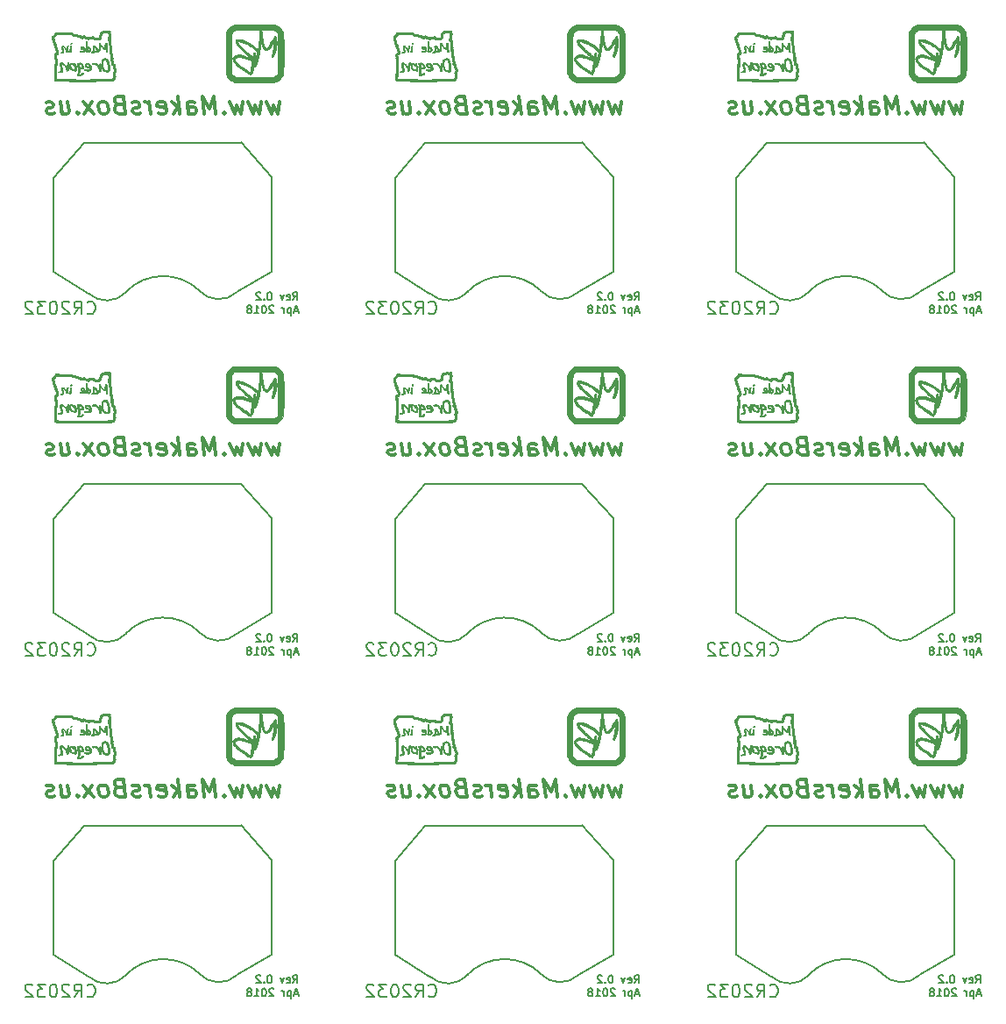
<source format=gbo>
%MOIN*%
%OFA0B0*%
%FSLAX46Y46*%
%IPPOS*%
%LPD*%
%ADD10C,0.0039370078740157488*%
%ADD11C,0.005905511811023622*%
%ADD12C,0.011811023622047244*%
%ADD13C,0.0078740157480314977*%
%ADD14C,0.00010000000000000002*%
%ADD25C,0.0039370078740157488*%
%ADD26C,0.005905511811023622*%
%ADD27C,0.011811023622047244*%
%ADD28C,0.0078740157480314977*%
%ADD29C,0.00010000000000000002*%
%ADD30C,0.0039370078740157488*%
%ADD31C,0.005905511811023622*%
%ADD32C,0.011811023622047244*%
%ADD33C,0.0078740157480314977*%
%ADD34C,0.00010000000000000002*%
%ADD35C,0.0039370078740157488*%
%ADD36C,0.005905511811023622*%
%ADD37C,0.011811023622047244*%
%ADD38C,0.0078740157480314977*%
%ADD39C,0.00010000000000000002*%
%ADD40C,0.0039370078740157488*%
%ADD41C,0.005905511811023622*%
%ADD42C,0.011811023622047244*%
%ADD43C,0.0078740157480314977*%
%ADD44C,0.00010000000000000002*%
%ADD45C,0.0039370078740157488*%
%ADD46C,0.005905511811023622*%
%ADD47C,0.011811023622047244*%
%ADD48C,0.0078740157480314977*%
%ADD49C,0.00010000000000000002*%
%ADD50C,0.0039370078740157488*%
%ADD51C,0.005905511811023622*%
%ADD52C,0.011811023622047244*%
%ADD53C,0.0078740157480314977*%
%ADD54C,0.00010000000000000002*%
%ADD55C,0.0039370078740157488*%
%ADD56C,0.005905511811023622*%
%ADD57C,0.011811023622047244*%
%ADD58C,0.0078740157480314977*%
%ADD59C,0.00010000000000000002*%
%ADD60C,0.0039370078740157488*%
%ADD61C,0.005905511811023622*%
%ADD62C,0.011811023622047244*%
%ADD63C,0.0078740157480314977*%
%ADD64C,0.00010000000000000002*%
G01*
D10*
D11*
X0001096096Y0000111740D02*
X0001105939Y0000125801D01*
X0001112969Y0000111740D02*
X0001112969Y0000141268D01*
X0001101720Y0000141268D01*
X0001098908Y0000139862D01*
X0001097502Y0000138456D01*
X0001096096Y0000135644D01*
X0001096096Y0000131425D01*
X0001097502Y0000128613D01*
X0001098908Y0000127207D01*
X0001101720Y0000125801D01*
X0001112969Y0000125801D01*
X0001072193Y0000113146D02*
X0001075005Y0000111740D01*
X0001080629Y0000111740D01*
X0001083441Y0000113146D01*
X0001084847Y0000115959D01*
X0001084847Y0000127207D01*
X0001083441Y0000130019D01*
X0001080629Y0000131425D01*
X0001075005Y0000131425D01*
X0001072193Y0000130019D01*
X0001070787Y0000127207D01*
X0001070787Y0000124395D01*
X0001084847Y0000121583D01*
X0001060944Y0000131425D02*
X0001053914Y0000111740D01*
X0001046883Y0000131425D01*
X0001007513Y0000141268D02*
X0001004701Y0000141268D01*
X0001001889Y0000139862D01*
X0001000483Y0000138456D01*
X0000999077Y0000135644D01*
X0000997671Y0000130019D01*
X0000997671Y0000122989D01*
X0000999077Y0000117365D01*
X0001000483Y0000114552D01*
X0001001889Y0000113146D01*
X0001004701Y0000111740D01*
X0001007513Y0000111740D01*
X0001010325Y0000113146D01*
X0001011732Y0000114552D01*
X0001013138Y0000117365D01*
X0001014544Y0000122989D01*
X0001014544Y0000130019D01*
X0001013138Y0000135644D01*
X0001011732Y0000138456D01*
X0001010325Y0000139862D01*
X0001007513Y0000141268D01*
X0000985016Y0000114552D02*
X0000983610Y0000113146D01*
X0000985016Y0000111740D01*
X0000986422Y0000113146D01*
X0000985016Y0000114552D01*
X0000985016Y0000111740D01*
X0000972361Y0000138456D02*
X0000970955Y0000139862D01*
X0000968143Y0000141268D01*
X0000961113Y0000141268D01*
X0000958301Y0000139862D01*
X0000956895Y0000138456D01*
X0000955489Y0000135644D01*
X0000955489Y0000132831D01*
X0000956895Y0000128613D01*
X0000973768Y0000111740D01*
X0000955489Y0000111740D01*
X0001114375Y0000069980D02*
X0001100314Y0000069980D01*
X0001117187Y0000061543D02*
X0001107345Y0000091071D01*
X0001097502Y0000061543D01*
X0001087660Y0000081228D02*
X0001087660Y0000051701D01*
X0001087660Y0000079822D02*
X0001084847Y0000081228D01*
X0001079223Y0000081228D01*
X0001076411Y0000079822D01*
X0001075005Y0000078416D01*
X0001073599Y0000075604D01*
X0001073599Y0000067168D01*
X0001075005Y0000064356D01*
X0001076411Y0000062950D01*
X0001079223Y0000061543D01*
X0001084847Y0000061543D01*
X0001087660Y0000062950D01*
X0001060944Y0000061543D02*
X0001060944Y0000081228D01*
X0001060944Y0000075604D02*
X0001059538Y0000078416D01*
X0001058132Y0000079822D01*
X0001055320Y0000081228D01*
X0001052508Y0000081228D01*
X0001021574Y0000088259D02*
X0001020168Y0000089665D01*
X0001017356Y0000091071D01*
X0001010326Y0000091071D01*
X0001007513Y0000089665D01*
X0001006107Y0000088259D01*
X0001004701Y0000085447D01*
X0001004701Y0000082635D01*
X0001006107Y0000078416D01*
X0001022980Y0000061543D01*
X0001004701Y0000061543D01*
X0000986422Y0000091071D02*
X0000983610Y0000091071D01*
X0000980798Y0000089665D01*
X0000979392Y0000088259D01*
X0000977986Y0000085447D01*
X0000976580Y0000079822D01*
X0000976580Y0000072792D01*
X0000977986Y0000067168D01*
X0000979392Y0000064356D01*
X0000980798Y0000062950D01*
X0000983610Y0000061543D01*
X0000986422Y0000061543D01*
X0000989234Y0000062950D01*
X0000990640Y0000064356D01*
X0000992047Y0000067168D01*
X0000993453Y0000072792D01*
X0000993453Y0000079822D01*
X0000992047Y0000085447D01*
X0000990640Y0000088259D01*
X0000989234Y0000089665D01*
X0000986422Y0000091071D01*
X0000948458Y0000061543D02*
X0000965331Y0000061543D01*
X0000956895Y0000061543D02*
X0000956895Y0000091071D01*
X0000959707Y0000086853D01*
X0000962519Y0000084041D01*
X0000965331Y0000082635D01*
X0000931585Y0000078416D02*
X0000934397Y0000079822D01*
X0000935804Y0000081228D01*
X0000937210Y0000084041D01*
X0000937210Y0000085447D01*
X0000935804Y0000088259D01*
X0000934397Y0000089665D01*
X0000931585Y0000091071D01*
X0000925961Y0000091071D01*
X0000923149Y0000089665D01*
X0000921743Y0000088259D01*
X0000920337Y0000085447D01*
X0000920337Y0000084041D01*
X0000921743Y0000081228D01*
X0000923149Y0000079822D01*
X0000925961Y0000078416D01*
X0000931585Y0000078416D01*
X0000934397Y0000077010D01*
X0000935804Y0000075604D01*
X0000937210Y0000072792D01*
X0000937210Y0000067168D01*
X0000935804Y0000064356D01*
X0000934397Y0000062950D01*
X0000931585Y0000061543D01*
X0000925961Y0000061543D01*
X0000923149Y0000062950D01*
X0000921743Y0000064356D01*
X0000920337Y0000067168D01*
X0000920337Y0000072792D01*
X0000921743Y0000075604D01*
X0000923149Y0000077010D01*
X0000925961Y0000078416D01*
D12*
X0001045994Y0000864342D02*
X0001038823Y0000819722D01*
X0001022091Y0000851593D01*
X0001013326Y0000819722D01*
X0000995001Y0000864342D01*
X0000975878Y0000864342D02*
X0000968707Y0000819722D01*
X0000951975Y0000851593D01*
X0000943210Y0000819722D01*
X0000924884Y0000864342D01*
X0000905762Y0000864342D02*
X0000898591Y0000819722D01*
X0000881859Y0000851593D01*
X0000873094Y0000819722D01*
X0000854768Y0000864342D01*
X0000834052Y0000826096D02*
X0000831263Y0000822909D01*
X0000834849Y0000819722D01*
X0000837638Y0000822909D01*
X0000834052Y0000826096D01*
X0000834849Y0000819722D01*
X0000802978Y0000819722D02*
X0000794612Y0000886651D01*
X0000778278Y0000838845D01*
X0000749992Y0000886651D01*
X0000758358Y0000819722D01*
X0000697803Y0000819722D02*
X0000693421Y0000854780D01*
X0000695812Y0000861154D01*
X0000701787Y0000864342D01*
X0000714536Y0000864342D01*
X0000721308Y0000861154D01*
X0000697405Y0000822909D02*
X0000704178Y0000819722D01*
X0000720113Y0000819722D01*
X0000726089Y0000822909D01*
X0000728479Y0000829283D01*
X0000727683Y0000835658D01*
X0000723699Y0000842032D01*
X0000716926Y0000845219D01*
X0000700991Y0000845219D01*
X0000694218Y0000848406D01*
X0000665932Y0000819722D02*
X0000657566Y0000886651D01*
X0000656371Y0000845219D02*
X0000640436Y0000819722D01*
X0000634858Y0000864342D02*
X0000663542Y0000838845D01*
X0000585857Y0000822909D02*
X0000592629Y0000819722D01*
X0000605378Y0000819722D01*
X0000611353Y0000822909D01*
X0000613744Y0000829283D01*
X0000610557Y0000854780D01*
X0000606573Y0000861154D01*
X0000599800Y0000864342D01*
X0000587052Y0000864342D01*
X0000581076Y0000861154D01*
X0000578686Y0000854780D01*
X0000579482Y0000848406D01*
X0000612150Y0000842032D01*
X0000554384Y0000819722D02*
X0000548806Y0000864342D01*
X0000550400Y0000851593D02*
X0000546416Y0000857967D01*
X0000542831Y0000861154D01*
X0000536058Y0000864342D01*
X0000529684Y0000864342D01*
X0000515740Y0000822909D02*
X0000509765Y0000819722D01*
X0000497016Y0000819722D01*
X0000490243Y0000822909D01*
X0000486260Y0000829283D01*
X0000485861Y0000832471D01*
X0000488252Y0000838845D01*
X0000494227Y0000842032D01*
X0000503789Y0000842032D01*
X0000509765Y0000845219D01*
X0000512155Y0000851593D01*
X0000511756Y0000854780D01*
X0000507773Y0000861154D01*
X0000501000Y0000864342D01*
X0000491439Y0000864342D01*
X0000485463Y0000861154D01*
X0000432079Y0000854780D02*
X0000422916Y0000851593D01*
X0000420127Y0000848406D01*
X0000417737Y0000842032D01*
X0000418932Y0000832471D01*
X0000422916Y0000826096D01*
X0000426501Y0000822909D01*
X0000433274Y0000819722D01*
X0000458771Y0000819722D01*
X0000450405Y0000886651D01*
X0000428095Y0000886651D01*
X0000422119Y0000883464D01*
X0000419330Y0000880277D01*
X0000416940Y0000873903D01*
X0000417737Y0000867529D01*
X0000421721Y0000861154D01*
X0000425306Y0000857967D01*
X0000432079Y0000854780D01*
X0000454389Y0000854780D01*
X0000382280Y0000819722D02*
X0000388256Y0000822909D01*
X0000391045Y0000826096D01*
X0000393435Y0000832471D01*
X0000391045Y0000851593D01*
X0000387061Y0000857967D01*
X0000383476Y0000861154D01*
X0000376703Y0000864342D01*
X0000367142Y0000864342D01*
X0000361166Y0000861154D01*
X0000358377Y0000857967D01*
X0000355987Y0000851593D01*
X0000358377Y0000832471D01*
X0000362361Y0000826096D01*
X0000365947Y0000822909D01*
X0000372719Y0000819722D01*
X0000382280Y0000819722D01*
X0000337661Y0000819722D02*
X0000297025Y0000864342D01*
X0000332084Y0000864342D02*
X0000302603Y0000819722D01*
X0000276309Y0000826096D02*
X0000273521Y0000822909D01*
X0000277106Y0000819722D01*
X0000279895Y0000822909D01*
X0000276309Y0000826096D01*
X0000277106Y0000819722D01*
X0000210974Y0000864342D02*
X0000216551Y0000819722D01*
X0000239658Y0000864342D02*
X0000244040Y0000829283D01*
X0000241650Y0000822909D01*
X0000235674Y0000819722D01*
X0000226112Y0000819722D01*
X0000219340Y0000822909D01*
X0000215754Y0000826096D01*
X0000187469Y0000822909D02*
X0000181493Y0000819722D01*
X0000168745Y0000819722D01*
X0000161972Y0000822909D01*
X0000157988Y0000829283D01*
X0000157590Y0000832471D01*
X0000159980Y0000838845D01*
X0000165956Y0000842032D01*
X0000175517Y0000842032D01*
X0000181493Y0000845219D01*
X0000183883Y0000851593D01*
X0000183485Y0000854780D01*
X0000179501Y0000861154D01*
X0000172729Y0000864342D01*
X0000163167Y0000864342D01*
X0000157191Y0000861154D01*
D13*
X0000313111Y0000062424D02*
X0000315455Y0000060080D01*
X0000322485Y0000057737D01*
X0000327172Y0000057737D01*
X0000334203Y0000060080D01*
X0000338889Y0000064767D01*
X0000341233Y0000069454D01*
X0000343576Y0000078828D01*
X0000343576Y0000085858D01*
X0000341233Y0000095232D01*
X0000338889Y0000099919D01*
X0000334203Y0000104606D01*
X0000327172Y0000106949D01*
X0000322485Y0000106949D01*
X0000315455Y0000104606D01*
X0000313111Y0000102262D01*
X0000263899Y0000057737D02*
X0000280303Y0000081171D01*
X0000292020Y0000057737D02*
X0000292020Y0000106949D01*
X0000273273Y0000106949D01*
X0000268586Y0000104606D01*
X0000266242Y0000102262D01*
X0000263899Y0000097576D01*
X0000263899Y0000090545D01*
X0000266242Y0000085858D01*
X0000268586Y0000083515D01*
X0000273273Y0000081171D01*
X0000292020Y0000081171D01*
X0000245151Y0000102262D02*
X0000242808Y0000104606D01*
X0000238121Y0000106949D01*
X0000226403Y0000106949D01*
X0000221717Y0000104606D01*
X0000219373Y0000102262D01*
X0000217030Y0000097576D01*
X0000217030Y0000092889D01*
X0000219373Y0000085858D01*
X0000247495Y0000057737D01*
X0000217030Y0000057737D01*
X0000186565Y0000106949D02*
X0000181878Y0000106949D01*
X0000177191Y0000104606D01*
X0000174847Y0000102262D01*
X0000172504Y0000097576D01*
X0000170161Y0000088202D01*
X0000170161Y0000076484D01*
X0000172504Y0000067111D01*
X0000174847Y0000062424D01*
X0000177191Y0000060080D01*
X0000181878Y0000057737D01*
X0000186565Y0000057737D01*
X0000191252Y0000060080D01*
X0000193595Y0000062424D01*
X0000195939Y0000067111D01*
X0000198282Y0000076484D01*
X0000198282Y0000088202D01*
X0000195939Y0000097576D01*
X0000193595Y0000102262D01*
X0000191252Y0000104606D01*
X0000186565Y0000106949D01*
X0000153756Y0000106949D02*
X0000123291Y0000106949D01*
X0000139696Y0000088202D01*
X0000132665Y0000088202D01*
X0000127978Y0000085858D01*
X0000125635Y0000083515D01*
X0000123291Y0000078828D01*
X0000123291Y0000067111D01*
X0000125635Y0000062424D01*
X0000127978Y0000060080D01*
X0000132665Y0000057737D01*
X0000146726Y0000057737D01*
X0000151413Y0000060080D01*
X0000153756Y0000062424D01*
X0000104544Y0000102262D02*
X0000102200Y0000104606D01*
X0000097513Y0000106949D01*
X0000085796Y0000106949D01*
X0000081109Y0000104606D01*
X0000078766Y0000102262D01*
X0000076422Y0000097576D01*
X0000076422Y0000092889D01*
X0000078766Y0000085858D01*
X0000106887Y0000057737D01*
X0000076422Y0000057737D01*
D14*
G36*
X0000178099Y0001109300D02*
X0000178099Y0001107800D01*
X0000178199Y0001106800D01*
X0000178299Y0001105900D01*
X0000178499Y0001105200D01*
X0000178899Y0001104400D01*
X0000178999Y0001104100D01*
X0000179499Y0001103000D01*
X0000179899Y0001102000D01*
X0000180299Y0001100800D01*
X0000180699Y0001099400D01*
X0000181099Y0001097600D01*
X0000181599Y0001095500D01*
X0000181799Y0001094800D01*
X0000182399Y0001091900D01*
X0000183099Y0001089500D01*
X0000183699Y0001087400D01*
X0000184499Y0001085600D01*
X0000185299Y0001084000D01*
X0000185299Y0001108800D01*
X0000185299Y0001109400D01*
X0000185399Y0001109900D01*
X0000185699Y0001110400D01*
X0000186199Y0001111000D01*
X0000187099Y0001111700D01*
X0000187499Y0001112100D01*
X0000188599Y0001113000D01*
X0000189599Y0001114000D01*
X0000190299Y0001114900D01*
X0000190599Y0001115200D01*
X0000191099Y0001115900D01*
X0000191899Y0001116900D01*
X0000192899Y0001118100D01*
X0000193899Y0001119300D01*
X0000193999Y0001119400D01*
X0000194899Y0001120500D01*
X0000195699Y0001121500D01*
X0000196199Y0001122200D01*
X0000196499Y0001122600D01*
X0000196499Y0001122700D01*
X0000196699Y0001122900D01*
X0000197399Y0001122900D01*
X0000198399Y0001122900D01*
X0000199599Y0001122700D01*
X0000200799Y0001122500D01*
X0000201199Y0001122400D01*
X0000201699Y0001122300D01*
X0000202199Y0001122100D01*
X0000202799Y0001122100D01*
X0000203499Y0001122000D01*
X0000204499Y0001121900D01*
X0000205799Y0001121800D01*
X0000207299Y0001121800D01*
X0000209199Y0001121700D01*
X0000211499Y0001121700D01*
X0000214299Y0001121600D01*
X0000217599Y0001121500D01*
X0000219699Y0001121500D01*
X0000223099Y0001121400D01*
X0000226499Y0001121400D01*
X0000229899Y0001121300D01*
X0000233199Y0001121300D01*
X0000236299Y0001121200D01*
X0000239099Y0001121200D01*
X0000241599Y0001121200D01*
X0000243499Y0001121200D01*
X0000243999Y0001121200D01*
X0000251599Y0001121200D01*
X0000253999Y0001118800D01*
X0000256399Y0001116500D01*
X0000257999Y0001116500D01*
X0000259099Y0001116500D01*
X0000260499Y0001116600D01*
X0000261599Y0001116800D01*
X0000262899Y0001116900D01*
X0000264099Y0001116800D01*
X0000265399Y0001116600D01*
X0000266999Y0001116200D01*
X0000268799Y0001115500D01*
X0000270999Y0001114600D01*
X0000271599Y0001114400D01*
X0000273299Y0001113600D01*
X0000274599Y0001113100D01*
X0000275699Y0001112800D01*
X0000276699Y0001112600D01*
X0000277799Y0001112400D01*
X0000278499Y0001112300D01*
X0000280299Y0001112100D01*
X0000281699Y0001111900D01*
X0000282799Y0001111600D01*
X0000283599Y0001111200D01*
X0000284399Y0001110700D01*
X0000285199Y0001109900D01*
X0000285299Y0001109800D01*
X0000286199Y0001109000D01*
X0000287199Y0001108300D01*
X0000287899Y0001107800D01*
X0000287899Y0001107800D01*
X0000288699Y0001107600D01*
X0000289899Y0001107400D01*
X0000291299Y0001107100D01*
X0000292799Y0001107000D01*
X0000294099Y0001106800D01*
X0000295099Y0001106800D01*
X0000295699Y0001106900D01*
X0000296199Y0001107200D01*
X0000297099Y0001107700D01*
X0000297899Y0001108400D01*
X0000298799Y0001109200D01*
X0000299399Y0001109500D01*
X0000299799Y0001109600D01*
X0000299999Y0001109500D01*
X0000300399Y0001109200D01*
X0000301199Y0001108700D01*
X0000302299Y0001108000D01*
X0000303499Y0001107200D01*
X0000303799Y0001107000D01*
X0000307199Y0001104900D01*
X0000310199Y0001104800D01*
X0000311599Y0001104700D01*
X0000312499Y0001104600D01*
X0000312999Y0001104500D01*
X0000313399Y0001104300D01*
X0000313599Y0001104000D01*
X0000313699Y0001103800D01*
X0000314499Y0001102900D01*
X0000315599Y0001102300D01*
X0000316799Y0001102000D01*
X0000316999Y0001102000D01*
X0000318099Y0001102300D01*
X0000319199Y0001103000D01*
X0000320299Y0001104200D01*
X0000320699Y0001104700D01*
X0000321199Y0001105200D01*
X0000321499Y0001105600D01*
X0000321899Y0001105900D01*
X0000322399Y0001106200D01*
X0000323199Y0001106300D01*
X0000324199Y0001106500D01*
X0000325699Y0001106700D01*
X0000327599Y0001106800D01*
X0000328199Y0001106900D01*
X0000332499Y0001107300D01*
X0000333699Y0001106200D01*
X0000335099Y0001104900D01*
X0000336499Y0001103900D01*
X0000337699Y0001103100D01*
X0000338099Y0001102900D01*
X0000338999Y0001102700D01*
X0000340299Y0001102500D01*
X0000341999Y0001102300D01*
X0000343799Y0001102100D01*
X0000345799Y0001101900D01*
X0000347699Y0001101800D01*
X0000349499Y0001101800D01*
X0000349599Y0001101800D01*
X0000351499Y0001101800D01*
X0000353199Y0001102000D01*
X0000354899Y0001102200D01*
X0000356799Y0001102600D01*
X0000358599Y0001103000D01*
X0000359899Y0001103400D01*
X0000360899Y0001103900D01*
X0000361799Y0001104400D01*
X0000362699Y0001105200D01*
X0000363699Y0001106200D01*
X0000364399Y0001107000D01*
X0000364999Y0001107800D01*
X0000365299Y0001108700D01*
X0000365599Y0001109800D01*
X0000365899Y0001111200D01*
X0000365999Y0001112900D01*
X0000366199Y0001114900D01*
X0000366499Y0001118000D01*
X0000366999Y0001120700D01*
X0000367799Y0001122900D01*
X0000368799Y0001124700D01*
X0000368899Y0001124900D01*
X0000369899Y0001125900D01*
X0000371399Y0001127000D01*
X0000371899Y0001127300D01*
X0000372999Y0001127800D01*
X0000373899Y0001128200D01*
X0000374599Y0001128300D01*
X0000375499Y0001128300D01*
X0000375599Y0001128300D01*
X0000377099Y0001128300D01*
X0000378799Y0001128600D01*
X0000379999Y0001128900D01*
X0000381499Y0001129400D01*
X0000382599Y0001129600D01*
X0000383299Y0001129700D01*
X0000383899Y0001129500D01*
X0000384499Y0001129300D01*
X0000384799Y0001129100D01*
X0000385999Y0001128500D01*
X0000387699Y0001128300D01*
X0000389599Y0001128500D01*
X0000390199Y0001128700D01*
X0000391099Y0001128900D01*
X0000391899Y0001129100D01*
X0000392199Y0001129100D01*
X0000392199Y0001128900D01*
X0000392299Y0001128100D01*
X0000392299Y0001127200D01*
X0000392299Y0001127100D01*
X0000392299Y0001126000D01*
X0000392399Y0001125200D01*
X0000392599Y0001124500D01*
X0000393099Y0001123800D01*
X0000393999Y0001122500D01*
X0000393699Y0001117800D01*
X0000393599Y0001116000D01*
X0000393399Y0001114700D01*
X0000393299Y0001113700D01*
X0000393099Y0001113000D01*
X0000392899Y0001112400D01*
X0000392599Y0001111800D01*
X0000392399Y0001111500D01*
X0000391799Y0001110300D01*
X0000391499Y0001109200D01*
X0000391499Y0001108400D01*
X0000391399Y0001107300D01*
X0000391299Y0001106400D01*
X0000391199Y0001106100D01*
X0000391099Y0001105400D01*
X0000390899Y0001104400D01*
X0000390899Y0001103100D01*
X0000390899Y0001102600D01*
X0000390899Y0001101300D01*
X0000390899Y0001100500D01*
X0000391099Y0001099900D01*
X0000391399Y0001099500D01*
X0000391799Y0001099000D01*
X0000391899Y0001098900D01*
X0000392699Y0001098300D01*
X0000393499Y0001098000D01*
X0000393599Y0001097900D01*
X0000393999Y0001097900D01*
X0000394199Y0001097700D01*
X0000394399Y0001097100D01*
X0000394499Y0001096100D01*
X0000394599Y0001094800D01*
X0000394699Y0001093300D01*
X0000394699Y0001092400D01*
X0000394799Y0001090700D01*
X0000394999Y0001088500D01*
X0000395299Y0001085700D01*
X0000395799Y0001082300D01*
X0000396499Y0001078400D01*
X0000396499Y0001078100D01*
X0000396799Y0001076400D01*
X0000396999Y0001074800D01*
X0000397199Y0001073600D01*
X0000397299Y0001072700D01*
X0000397399Y0001072400D01*
X0000397399Y0001071900D01*
X0000397299Y0001071000D01*
X0000397299Y0001069800D01*
X0000397199Y0001068600D01*
X0000397199Y0001067300D01*
X0000397099Y0001066100D01*
X0000396999Y0001065300D01*
X0000396899Y0001065000D01*
X0000396499Y0001064000D01*
X0000396399Y0001062800D01*
X0000396499Y0001061600D01*
X0000396899Y0001060600D01*
X0000397499Y0001060100D01*
X0000397799Y0001059600D01*
X0000398099Y0001058600D01*
X0000398499Y0001057000D01*
X0000398799Y0001054800D01*
X0000399199Y0001052100D01*
X0000399499Y0001049000D01*
X0000399699Y0001046600D01*
X0000399899Y0001044500D01*
X0000400099Y0001042500D01*
X0000400299Y0001040800D01*
X0000400499Y0001039400D01*
X0000400599Y0001038400D01*
X0000400699Y0001037900D01*
X0000401099Y0001037100D01*
X0000401499Y0001036000D01*
X0000401899Y0001035000D01*
X0000402199Y0001034200D01*
X0000402499Y0001033600D01*
X0000402599Y0001032900D01*
X0000402699Y0001032100D01*
X0000402699Y0001031100D01*
X0000402599Y0001029800D01*
X0000402499Y0001028000D01*
X0000402499Y0001027200D01*
X0000402399Y0001025400D01*
X0000402399Y0001024000D01*
X0000402599Y0001022900D01*
X0000402899Y0001021900D01*
X0000403399Y0001020800D01*
X0000404199Y0001019500D01*
X0000404899Y0001018000D01*
X0000405299Y0001016900D01*
X0000405499Y0001015800D01*
X0000405299Y0001014700D01*
X0000404899Y0001013200D01*
X0000404699Y0001012800D01*
X0000404199Y0001011300D01*
X0000403899Y0001010100D01*
X0000403899Y0001009300D01*
X0000403999Y0001008600D01*
X0000404299Y0001008000D01*
X0000404299Y0001007900D01*
X0000404899Y0001007300D01*
X0000405899Y0001006600D01*
X0000407099Y0001005900D01*
X0000408399Y0001005400D01*
X0000409199Y0001005100D01*
X0000409999Y0001004900D01*
X0000409999Y0001001400D01*
X0000409999Y0000997800D01*
X0000411199Y0000995300D01*
X0000412499Y0000992600D01*
X0000413499Y0000990300D01*
X0000414299Y0000988400D01*
X0000414799Y0000987000D01*
X0000414999Y0000986200D01*
X0000415099Y0000985500D01*
X0000415099Y0000984900D01*
X0000414799Y0000984300D01*
X0000414199Y0000983500D01*
X0000414199Y0000983400D01*
X0000413099Y0000981800D01*
X0000412199Y0000980300D01*
X0000411499Y0000978500D01*
X0000411199Y0000977400D01*
X0000410599Y0000975300D01*
X0000411499Y0000971400D01*
X0000412099Y0000968800D01*
X0000412399Y0000966700D01*
X0000412599Y0000964900D01*
X0000412599Y0000963300D01*
X0000412299Y0000961800D01*
X0000411899Y0000960300D01*
X0000411899Y0000960300D01*
X0000411299Y0000958600D01*
X0000410799Y0000957100D01*
X0000410199Y0000955800D01*
X0000409799Y0000954900D01*
X0000409399Y0000954500D01*
X0000409399Y0000954400D01*
X0000408999Y0000954300D01*
X0000408199Y0000954000D01*
X0000407899Y0000953800D01*
X0000406999Y0000953500D01*
X0000405599Y0000953200D01*
X0000403699Y0000953000D01*
X0000401299Y0000952900D01*
X0000398299Y0000952800D01*
X0000394799Y0000952700D01*
X0000390799Y0000952700D01*
X0000390399Y0000952700D01*
X0000388199Y0000952600D01*
X0000385599Y0000952600D01*
X0000382699Y0000952500D01*
X0000379599Y0000952500D01*
X0000376499Y0000952400D01*
X0000373599Y0000952200D01*
X0000372799Y0000952200D01*
X0000363499Y0000951900D01*
X0000354599Y0000951500D01*
X0000345799Y0000951300D01*
X0000336999Y0000951100D01*
X0000328299Y0000950900D01*
X0000319499Y0000950800D01*
X0000310599Y0000950700D01*
X0000301399Y0000950700D01*
X0000291999Y0000950700D01*
X0000282099Y0000950700D01*
X0000271799Y0000950800D01*
X0000266599Y0000950900D01*
X0000259299Y0000951000D01*
X0000252599Y0000951100D01*
X0000246399Y0000951200D01*
X0000240699Y0000951300D01*
X0000235399Y0000951400D01*
X0000230499Y0000951500D01*
X0000225899Y0000951600D01*
X0000221699Y0000951700D01*
X0000217799Y0000951900D01*
X0000214199Y0000952000D01*
X0000210699Y0000952100D01*
X0000207399Y0000952300D01*
X0000205599Y0000952400D01*
X0000203099Y0000952500D01*
X0000200799Y0000952700D01*
X0000198699Y0000952800D01*
X0000196899Y0000952900D01*
X0000195599Y0000953000D01*
X0000194699Y0000953000D01*
X0000194199Y0000953000D01*
X0000194199Y0000953000D01*
X0000194199Y0000953300D01*
X0000194299Y0000954200D01*
X0000194299Y0000955500D01*
X0000194399Y0000957400D01*
X0000194499Y0000959700D01*
X0000194599Y0000962400D01*
X0000194799Y0000965500D01*
X0000194899Y0000968900D01*
X0000195099Y0000972700D01*
X0000195299Y0000976700D01*
X0000195399Y0000980900D01*
X0000195599Y0000985400D01*
X0000195899Y0000990000D01*
X0000195899Y0000990600D01*
X0000196099Y0000996100D01*
X0000196299Y0001001100D01*
X0000196499Y0001005600D01*
X0000196699Y0001009600D01*
X0000196899Y0001013100D01*
X0000196999Y0001016200D01*
X0000197099Y0001018800D01*
X0000197199Y0001021200D01*
X0000197199Y0001023100D01*
X0000197199Y0001024800D01*
X0000197199Y0001026100D01*
X0000197199Y0001027300D01*
X0000197199Y0001028200D01*
X0000197099Y0001028900D01*
X0000196999Y0001029500D01*
X0000196899Y0001029900D01*
X0000196799Y0001030300D01*
X0000196599Y0001030600D01*
X0000196399Y0001030800D01*
X0000196199Y0001031100D01*
X0000195999Y0001031400D01*
X0000195499Y0001032000D01*
X0000195199Y0001032600D01*
X0000195099Y0001033200D01*
X0000195199Y0001034200D01*
X0000195199Y0001034600D01*
X0000195199Y0001036000D01*
X0000195099Y0001037300D01*
X0000194699Y0001038900D01*
X0000194699Y0001039000D01*
X0000194199Y0001040700D01*
X0000193899Y0001041900D01*
X0000193799Y0001042800D01*
X0000193799Y0001043300D01*
X0000193899Y0001043700D01*
X0000194199Y0001043900D01*
X0000194199Y0001044000D01*
X0000194899Y0001044200D01*
X0000195799Y0001044500D01*
X0000196199Y0001044500D01*
X0000197299Y0001044800D01*
X0000198199Y0001045200D01*
X0000198999Y0001045800D01*
X0000199699Y0001046700D01*
X0000200599Y0001048100D01*
X0000201299Y0001049500D01*
X0000202999Y0001053000D01*
X0000202699Y0001056100D01*
X0000202499Y0001057300D01*
X0000202299Y0001058400D01*
X0000201999Y0001059400D01*
X0000201699Y0001060500D01*
X0000201199Y0001061900D01*
X0000200399Y0001063600D01*
X0000200199Y0001064100D01*
X0000199399Y0001066100D01*
X0000198499Y0001068100D01*
X0000197599Y0001070200D01*
X0000196799Y0001072000D01*
X0000196399Y0001072700D01*
X0000195799Y0001074200D01*
X0000195299Y0001075300D01*
X0000194999Y0001076100D01*
X0000194899Y0001076600D01*
X0000194999Y0001077000D01*
X0000194999Y0001077400D01*
X0000195299Y0001078400D01*
X0000195299Y0001079600D01*
X0000194899Y0001080900D01*
X0000194199Y0001082500D01*
X0000193199Y0001084400D01*
X0000193099Y0001084500D01*
X0000192199Y0001086100D01*
X0000191399Y0001087500D01*
X0000190799Y0001088700D01*
X0000190399Y0001089900D01*
X0000189899Y0001091200D01*
X0000189499Y0001092800D01*
X0000189099Y0001094600D01*
X0000188699Y0001096400D01*
X0000188099Y0001098900D01*
X0000187599Y0001100900D01*
X0000187199Y0001102500D01*
X0000186799Y0001103800D01*
X0000186399Y0001104900D01*
X0000186099Y0001105800D01*
X0000185799Y0001106200D01*
X0000185499Y0001107300D01*
X0000185299Y0001108500D01*
X0000185299Y0001108800D01*
X0000185299Y0001084000D01*
X0000185399Y0001083900D01*
X0000185599Y0001083300D01*
X0000186299Y0001082200D01*
X0000186699Y0001081300D01*
X0000186899Y0001080800D01*
X0000186899Y0001080400D01*
X0000186699Y0001080000D01*
X0000186599Y0001079300D01*
X0000186499Y0001078600D01*
X0000186699Y0001077700D01*
X0000186999Y0001076600D01*
X0000187599Y0001075200D01*
X0000188399Y0001073300D01*
X0000188999Y0001072100D01*
X0000190399Y0001068900D01*
X0000191799Y0001065900D01*
X0000192899Y0001063200D01*
X0000193899Y0001060800D01*
X0000194699Y0001058800D01*
X0000195199Y0001057200D01*
X0000195499Y0001056100D01*
X0000195499Y0001056000D01*
X0000195699Y0001054900D01*
X0000195599Y0001054200D01*
X0000195399Y0001053400D01*
X0000195099Y0001052900D01*
X0000194699Y0001052100D01*
X0000194199Y0001051600D01*
X0000193599Y0001051300D01*
X0000192699Y0001051100D01*
X0000192199Y0001051000D01*
X0000191599Y0001050900D01*
X0000190899Y0001050500D01*
X0000190199Y0001049900D01*
X0000189099Y0001048900D01*
X0000188799Y0001048500D01*
X0000187799Y0001047500D01*
X0000187099Y0001046800D01*
X0000186699Y0001046300D01*
X0000186499Y0001045800D01*
X0000186499Y0001045200D01*
X0000186499Y0001044800D01*
X0000186599Y0001042700D01*
X0000187099Y0001040300D01*
X0000187699Y0001037800D01*
X0000187999Y0001036700D01*
X0000188099Y0001035800D01*
X0000188099Y0001034900D01*
X0000187999Y0001033700D01*
X0000187899Y0001033500D01*
X0000187799Y0001032200D01*
X0000187799Y0001031100D01*
X0000188099Y0001030200D01*
X0000188799Y0001029100D01*
X0000189499Y0001028200D01*
X0000190399Y0001027100D01*
X0000188699Y0000988500D01*
X0000188499Y0000983800D01*
X0000188299Y0000979200D01*
X0000188099Y0000974800D01*
X0000187899Y0000970600D01*
X0000187799Y0000966700D01*
X0000187599Y0000963100D01*
X0000187499Y0000959800D01*
X0000187399Y0000956900D01*
X0000187299Y0000954400D01*
X0000187199Y0000952300D01*
X0000187199Y0000950700D01*
X0000187199Y0000949600D01*
X0000187199Y0000949000D01*
X0000187199Y0000949000D01*
X0000187599Y0000948000D01*
X0000188399Y0000947100D01*
X0000189299Y0000946500D01*
X0000189499Y0000946400D01*
X0000189999Y0000946300D01*
X0000191099Y0000946200D01*
X0000192599Y0000946100D01*
X0000194499Y0000945900D01*
X0000196799Y0000945800D01*
X0000199299Y0000945600D01*
X0000202199Y0000945500D01*
X0000205199Y0000945300D01*
X0000208399Y0000945200D01*
X0000211599Y0000945000D01*
X0000214899Y0000944900D01*
X0000218099Y0000944800D01*
X0000221299Y0000944700D01*
X0000224299Y0000944600D01*
X0000227099Y0000944500D01*
X0000228799Y0000944400D01*
X0000231199Y0000944400D01*
X0000234099Y0000944300D01*
X0000237399Y0000944300D01*
X0000240999Y0000944200D01*
X0000244999Y0000944100D01*
X0000249199Y0000944100D01*
X0000253499Y0000944000D01*
X0000257999Y0000944000D01*
X0000262399Y0000943900D01*
X0000266699Y0000943800D01*
X0000268399Y0000943800D01*
X0000272399Y0000943800D01*
X0000276399Y0000943700D01*
X0000280299Y0000943700D01*
X0000284099Y0000943600D01*
X0000287599Y0000943600D01*
X0000290899Y0000943600D01*
X0000293799Y0000943500D01*
X0000296299Y0000943500D01*
X0000298399Y0000943500D01*
X0000299999Y0000943500D01*
X0000300899Y0000943500D01*
X0000302299Y0000943500D01*
X0000304299Y0000943500D01*
X0000306699Y0000943500D01*
X0000309499Y0000943500D01*
X0000312499Y0000943500D01*
X0000315699Y0000943600D01*
X0000318999Y0000943600D01*
X0000322299Y0000943700D01*
X0000323699Y0000943700D01*
X0000329799Y0000943800D01*
X0000335699Y0000944000D01*
X0000341499Y0000944100D01*
X0000346999Y0000944300D01*
X0000352199Y0000944400D01*
X0000357099Y0000944600D01*
X0000361599Y0000944700D01*
X0000365599Y0000944800D01*
X0000368999Y0000945000D01*
X0000369699Y0000945000D01*
X0000371899Y0000945100D01*
X0000374499Y0000945200D01*
X0000377299Y0000945200D01*
X0000380099Y0000945300D01*
X0000382799Y0000945300D01*
X0000383799Y0000945300D01*
X0000386399Y0000945300D01*
X0000389299Y0000945400D01*
X0000392499Y0000945400D01*
X0000395599Y0000945600D01*
X0000398599Y0000945700D01*
X0000400099Y0000945700D01*
X0000408599Y0000946200D01*
X0000411399Y0000947500D01*
X0000412699Y0000948200D01*
X0000413699Y0000948700D01*
X0000414399Y0000949200D01*
X0000414599Y0000949400D01*
X0000415199Y0000950200D01*
X0000415799Y0000951400D01*
X0000416599Y0000953000D01*
X0000417299Y0000954700D01*
X0000417999Y0000956400D01*
X0000418599Y0000957900D01*
X0000419099Y0000959500D01*
X0000419399Y0000960800D01*
X0000419599Y0000961800D01*
X0000419699Y0000963000D01*
X0000419699Y0000963800D01*
X0000419499Y0000966700D01*
X0000418999Y0000970000D01*
X0000418399Y0000972900D01*
X0000418099Y0000974300D01*
X0000418099Y0000975400D01*
X0000418399Y0000976600D01*
X0000418999Y0000977900D01*
X0000419899Y0000979400D01*
X0000420499Y0000980100D01*
X0000421399Y0000981500D01*
X0000421999Y0000982500D01*
X0000422299Y0000983500D01*
X0000422399Y0000984500D01*
X0000422299Y0000985800D01*
X0000421999Y0000987300D01*
X0000421699Y0000988500D01*
X0000421199Y0000990100D01*
X0000420499Y0000991900D01*
X0000419699Y0000994000D01*
X0000418699Y0000996000D01*
X0000417899Y0000997700D01*
X0000417599Y0000998400D01*
X0000417299Y0000999000D01*
X0000417199Y0000999700D01*
X0000417099Y0001000500D01*
X0000417099Y0001001700D01*
X0000417099Y0001003300D01*
X0000417099Y0001003500D01*
X0000416999Y0001005400D01*
X0000416899Y0001007000D01*
X0000416699Y0001008100D01*
X0000416199Y0001009000D01*
X0000415499Y0001009800D01*
X0000414399Y0001010500D01*
X0000412899Y0001011300D01*
X0000412099Y0001011700D01*
X0000412099Y0001012000D01*
X0000412199Y0001012700D01*
X0000412399Y0001013700D01*
X0000412499Y0001014000D01*
X0000412699Y0001015800D01*
X0000412699Y0001017000D01*
X0000412699Y0001017300D01*
X0000412199Y0001019000D01*
X0000411399Y0001020800D01*
X0000410499Y0001022600D01*
X0000410199Y0001023100D01*
X0000409899Y0001023600D01*
X0000409699Y0001024100D01*
X0000409499Y0001024700D01*
X0000409499Y0001025400D01*
X0000409499Y0001026300D01*
X0000409499Y0001027500D01*
X0000409699Y0001029200D01*
X0000409899Y0001031300D01*
X0000409899Y0001031400D01*
X0000409899Y0001032400D01*
X0000409899Y0001033400D01*
X0000409599Y0001034500D01*
X0000409299Y0001035600D01*
X0000408799Y0001036900D01*
X0000408399Y0001038100D01*
X0000407999Y0001039000D01*
X0000407899Y0001039200D01*
X0000407699Y0001039700D01*
X0000407499Y0001040500D01*
X0000407399Y0001041600D01*
X0000407199Y0001043100D01*
X0000406999Y0001045100D01*
X0000406799Y0001047500D01*
X0000406499Y0001050200D01*
X0000406199Y0001052800D01*
X0000405899Y0001055300D01*
X0000405499Y0001057700D01*
X0000405199Y0001059800D01*
X0000404899Y0001061500D01*
X0000404499Y0001062700D01*
X0000404399Y0001063100D01*
X0000404399Y0001063800D01*
X0000404499Y0001064500D01*
X0000404599Y0001065500D01*
X0000404399Y0001066900D01*
X0000404399Y0001066900D01*
X0000404199Y0001068200D01*
X0000404299Y0001069600D01*
X0000404399Y0001070300D01*
X0000404499Y0001071200D01*
X0000404599Y0001072000D01*
X0000404499Y0001072900D01*
X0000404399Y0001074000D01*
X0000404099Y0001075600D01*
X0000403999Y0001076200D01*
X0000403299Y0001079900D01*
X0000402799Y0001083300D01*
X0000402399Y0001086500D01*
X0000402099Y0001089700D01*
X0000401799Y0001093200D01*
X0000401599Y0001096200D01*
X0000401499Y0001098800D01*
X0000401299Y0001100800D01*
X0000401199Y0001102400D01*
X0000400999Y0001103600D01*
X0000400899Y0001104500D01*
X0000400599Y0001105200D01*
X0000400299Y0001105700D01*
X0000399899Y0001106000D01*
X0000399599Y0001106300D01*
X0000399099Y0001106700D01*
X0000398899Y0001107200D01*
X0000398999Y0001107900D01*
X0000399299Y0001108900D01*
X0000399699Y0001109900D01*
X0000399699Y0001109900D01*
X0000399999Y0001110400D01*
X0000400099Y0001110800D01*
X0000400299Y0001111300D01*
X0000400399Y0001112000D01*
X0000400499Y0001112900D01*
X0000400599Y0001114100D01*
X0000400699Y0001115800D01*
X0000400899Y0001117900D01*
X0000400899Y0001119000D01*
X0000401299Y0001125000D01*
X0000400299Y0001126200D01*
X0000399299Y0001127400D01*
X0000399599Y0001130400D01*
X0000399699Y0001132300D01*
X0000399699Y0001133700D01*
X0000399599Y0001134700D01*
X0000399199Y0001135500D01*
X0000398699Y0001136100D01*
X0000398599Y0001136200D01*
X0000397999Y0001136700D01*
X0000397299Y0001136900D01*
X0000396399Y0001137000D01*
X0000395299Y0001137000D01*
X0000393799Y0001136700D01*
X0000391799Y0001136300D01*
X0000391599Y0001136200D01*
X0000387999Y0001135400D01*
X0000386599Y0001136200D01*
X0000385599Y0001136700D01*
X0000384699Y0001137000D01*
X0000383599Y0001137000D01*
X0000382399Y0001136800D01*
X0000380699Y0001136500D01*
X0000379499Y0001136200D01*
X0000378099Y0001135800D01*
X0000376999Y0001135500D01*
X0000376299Y0001135400D01*
X0000375599Y0001135500D01*
X0000375099Y0001135600D01*
X0000374299Y0001135700D01*
X0000373599Y0001135700D01*
X0000372799Y0001135600D01*
X0000371799Y0001135200D01*
X0000370599Y0001134600D01*
X0000369299Y0001133900D01*
X0000367699Y0001133000D01*
X0000366499Y0001132300D01*
X0000365599Y0001131600D01*
X0000364899Y0001131000D01*
X0000364199Y0001130300D01*
X0000363499Y0001129400D01*
X0000362699Y0001128500D01*
X0000362099Y0001127600D01*
X0000361699Y0001126800D01*
X0000361299Y0001125800D01*
X0000360799Y0001124500D01*
X0000360299Y0001122800D01*
X0000360199Y0001122400D01*
X0000359699Y0001120500D01*
X0000359399Y0001118900D01*
X0000359199Y0001117400D01*
X0000358999Y0001115700D01*
X0000358999Y0001115100D01*
X0000358899Y0001113300D01*
X0000358799Y0001112000D01*
X0000358499Y0001111100D01*
X0000357999Y0001110500D01*
X0000357199Y0001110000D01*
X0000355999Y0001109700D01*
X0000354899Y0001109400D01*
X0000352499Y0001109000D01*
X0000349699Y0001108800D01*
X0000346599Y0001108900D01*
X0000343699Y0001109200D01*
X0000340599Y0001109500D01*
X0000337999Y0001111800D01*
X0000336999Y0001112800D01*
X0000335999Y0001113500D01*
X0000335199Y0001114100D01*
X0000334799Y0001114300D01*
X0000334199Y0001114300D01*
X0000333199Y0001114300D01*
X0000331699Y0001114300D01*
X0000329999Y0001114100D01*
X0000327999Y0001114000D01*
X0000325999Y0001113800D01*
X0000323999Y0001113600D01*
X0000322299Y0001113400D01*
X0000320599Y0001113100D01*
X0000319399Y0001112900D01*
X0000318599Y0001112500D01*
X0000318099Y0001112300D01*
X0000317699Y0001112000D01*
X0000317299Y0001111800D01*
X0000316699Y0001111700D01*
X0000315899Y0001111700D01*
X0000314799Y0001111700D01*
X0000313299Y0001111700D01*
X0000309299Y0001111800D01*
X0000305199Y0001114500D01*
X0000303699Y0001115500D01*
X0000302399Y0001116300D01*
X0000301299Y0001117000D01*
X0000300499Y0001117400D01*
X0000300199Y0001117600D01*
X0000299099Y0001117900D01*
X0000298099Y0001117700D01*
X0000296899Y0001117100D01*
X0000295499Y0001115900D01*
X0000295399Y0001115800D01*
X0000294499Y0001115000D01*
X0000293799Y0001114500D01*
X0000293199Y0001114200D01*
X0000292599Y0001114100D01*
X0000292399Y0001114100D01*
X0000291699Y0001114200D01*
X0000291199Y0001114300D01*
X0000290499Y0001114800D01*
X0000289699Y0001115500D01*
X0000289299Y0001115900D01*
X0000288099Y0001116900D01*
X0000286799Y0001117700D01*
X0000285299Y0001118300D01*
X0000283599Y0001118700D01*
X0000281399Y0001119100D01*
X0000280299Y0001119200D01*
X0000278799Y0001119400D01*
X0000277599Y0001119700D01*
X0000276399Y0001120100D01*
X0000274999Y0001120600D01*
X0000273799Y0001121100D01*
X0000272099Y0001121800D01*
X0000270199Y0001122500D01*
X0000268399Y0001123100D01*
X0000267299Y0001123400D01*
X0000265799Y0001123700D01*
X0000264699Y0001124000D01*
X0000263799Y0001124000D01*
X0000262899Y0001124000D01*
X0000261699Y0001123900D01*
X0000259299Y0001123600D01*
X0000256999Y0001125700D01*
X0000255599Y0001127000D01*
X0000254499Y0001127800D01*
X0000253799Y0001128000D01*
X0000253299Y0001128100D01*
X0000252199Y0001128100D01*
X0000250799Y0001128200D01*
X0000248999Y0001128200D01*
X0000246999Y0001128200D01*
X0000244799Y0001128200D01*
X0000244699Y0001128200D01*
X0000241399Y0001128200D01*
X0000237899Y0001128300D01*
X0000234299Y0001128300D01*
X0000230699Y0001128300D01*
X0000227099Y0001128400D01*
X0000223599Y0001128500D01*
X0000220299Y0001128500D01*
X0000217099Y0001128600D01*
X0000214099Y0001128700D01*
X0000211399Y0001128800D01*
X0000209099Y0001128900D01*
X0000207099Y0001129000D01*
X0000205599Y0001129100D01*
X0000204599Y0001129200D01*
X0000204099Y0001129300D01*
X0000203399Y0001129400D01*
X0000202099Y0001129600D01*
X0000200599Y0001129800D01*
X0000198999Y0001129900D01*
X0000198199Y0001130000D01*
X0000196399Y0001130100D01*
X0000195099Y0001130200D01*
X0000194199Y0001130200D01*
X0000193499Y0001130200D01*
X0000192999Y0001130100D01*
X0000192599Y0001129900D01*
X0000192499Y0001129800D01*
X0000191499Y0001129000D01*
X0000190599Y0001127700D01*
X0000190199Y0001126300D01*
X0000189899Y0001125700D01*
X0000189299Y0001124800D01*
X0000188499Y0001123900D01*
X0000188299Y0001123600D01*
X0000187299Y0001122400D01*
X0000186399Y0001121300D01*
X0000185599Y0001120400D01*
X0000185499Y0001120200D01*
X0000184899Y0001119500D01*
X0000183899Y0001118500D01*
X0000182799Y0001117400D01*
X0000181699Y0001116300D01*
X0000180599Y0001115300D01*
X0000179599Y0001114400D01*
X0000178899Y0001113700D01*
X0000178499Y0001113200D01*
X0000178499Y0001113200D01*
X0000178299Y0001112500D01*
X0000178099Y0001111300D01*
X0000178099Y0001109700D01*
X0000178099Y0001109300D01*
X0000178099Y0001109300D01*
X0000178099Y0001109300D01*
G37*
X0000178099Y0001109300D02*
X0000178099Y0001107800D01*
X0000178199Y0001106800D01*
X0000178299Y0001105900D01*
X0000178499Y0001105200D01*
X0000178899Y0001104400D01*
X0000178999Y0001104100D01*
X0000179499Y0001103000D01*
X0000179899Y0001102000D01*
X0000180299Y0001100800D01*
X0000180699Y0001099400D01*
X0000181099Y0001097600D01*
X0000181599Y0001095500D01*
X0000181799Y0001094800D01*
X0000182399Y0001091900D01*
X0000183099Y0001089500D01*
X0000183699Y0001087400D01*
X0000184499Y0001085600D01*
X0000185299Y0001084000D01*
X0000185299Y0001108800D01*
X0000185299Y0001109400D01*
X0000185399Y0001109900D01*
X0000185699Y0001110400D01*
X0000186199Y0001111000D01*
X0000187099Y0001111700D01*
X0000187499Y0001112100D01*
X0000188599Y0001113000D01*
X0000189599Y0001114000D01*
X0000190299Y0001114900D01*
X0000190599Y0001115200D01*
X0000191099Y0001115900D01*
X0000191899Y0001116900D01*
X0000192899Y0001118100D01*
X0000193899Y0001119300D01*
X0000193999Y0001119400D01*
X0000194899Y0001120500D01*
X0000195699Y0001121500D01*
X0000196199Y0001122200D01*
X0000196499Y0001122600D01*
X0000196499Y0001122700D01*
X0000196699Y0001122900D01*
X0000197399Y0001122900D01*
X0000198399Y0001122900D01*
X0000199599Y0001122700D01*
X0000200799Y0001122500D01*
X0000201199Y0001122400D01*
X0000201699Y0001122300D01*
X0000202199Y0001122100D01*
X0000202799Y0001122100D01*
X0000203499Y0001122000D01*
X0000204499Y0001121900D01*
X0000205799Y0001121800D01*
X0000207299Y0001121800D01*
X0000209199Y0001121700D01*
X0000211499Y0001121700D01*
X0000214299Y0001121600D01*
X0000217599Y0001121500D01*
X0000219699Y0001121500D01*
X0000223099Y0001121400D01*
X0000226499Y0001121400D01*
X0000229899Y0001121300D01*
X0000233199Y0001121300D01*
X0000236299Y0001121200D01*
X0000239099Y0001121200D01*
X0000241599Y0001121200D01*
X0000243499Y0001121200D01*
X0000243999Y0001121200D01*
X0000251599Y0001121200D01*
X0000253999Y0001118800D01*
X0000256399Y0001116500D01*
X0000257999Y0001116500D01*
X0000259099Y0001116500D01*
X0000260499Y0001116600D01*
X0000261599Y0001116800D01*
X0000262899Y0001116900D01*
X0000264099Y0001116800D01*
X0000265399Y0001116600D01*
X0000266999Y0001116200D01*
X0000268799Y0001115500D01*
X0000270999Y0001114600D01*
X0000271599Y0001114400D01*
X0000273299Y0001113600D01*
X0000274599Y0001113100D01*
X0000275699Y0001112800D01*
X0000276699Y0001112600D01*
X0000277799Y0001112400D01*
X0000278499Y0001112300D01*
X0000280299Y0001112100D01*
X0000281699Y0001111900D01*
X0000282799Y0001111600D01*
X0000283599Y0001111200D01*
X0000284399Y0001110700D01*
X0000285199Y0001109900D01*
X0000285299Y0001109800D01*
X0000286199Y0001109000D01*
X0000287199Y0001108300D01*
X0000287899Y0001107800D01*
X0000287899Y0001107800D01*
X0000288699Y0001107600D01*
X0000289899Y0001107400D01*
X0000291299Y0001107100D01*
X0000292799Y0001107000D01*
X0000294099Y0001106800D01*
X0000295099Y0001106800D01*
X0000295699Y0001106900D01*
X0000296199Y0001107200D01*
X0000297099Y0001107700D01*
X0000297899Y0001108400D01*
X0000298799Y0001109200D01*
X0000299399Y0001109500D01*
X0000299799Y0001109600D01*
X0000299999Y0001109500D01*
X0000300399Y0001109200D01*
X0000301199Y0001108700D01*
X0000302299Y0001108000D01*
X0000303499Y0001107200D01*
X0000303799Y0001107000D01*
X0000307199Y0001104900D01*
X0000310199Y0001104800D01*
X0000311599Y0001104700D01*
X0000312499Y0001104600D01*
X0000312999Y0001104500D01*
X0000313399Y0001104300D01*
X0000313599Y0001104000D01*
X0000313699Y0001103800D01*
X0000314499Y0001102900D01*
X0000315599Y0001102300D01*
X0000316799Y0001102000D01*
X0000316999Y0001102000D01*
X0000318099Y0001102300D01*
X0000319199Y0001103000D01*
X0000320299Y0001104200D01*
X0000320699Y0001104700D01*
X0000321199Y0001105200D01*
X0000321499Y0001105600D01*
X0000321899Y0001105900D01*
X0000322399Y0001106200D01*
X0000323199Y0001106300D01*
X0000324199Y0001106500D01*
X0000325699Y0001106700D01*
X0000327599Y0001106800D01*
X0000328199Y0001106900D01*
X0000332499Y0001107300D01*
X0000333699Y0001106200D01*
X0000335099Y0001104900D01*
X0000336499Y0001103900D01*
X0000337699Y0001103100D01*
X0000338099Y0001102900D01*
X0000338999Y0001102700D01*
X0000340299Y0001102500D01*
X0000341999Y0001102300D01*
X0000343799Y0001102100D01*
X0000345799Y0001101900D01*
X0000347699Y0001101800D01*
X0000349499Y0001101800D01*
X0000349599Y0001101800D01*
X0000351499Y0001101800D01*
X0000353199Y0001102000D01*
X0000354899Y0001102200D01*
X0000356799Y0001102600D01*
X0000358599Y0001103000D01*
X0000359899Y0001103400D01*
X0000360899Y0001103900D01*
X0000361799Y0001104400D01*
X0000362699Y0001105200D01*
X0000363699Y0001106200D01*
X0000364399Y0001107000D01*
X0000364999Y0001107800D01*
X0000365299Y0001108700D01*
X0000365599Y0001109800D01*
X0000365899Y0001111200D01*
X0000365999Y0001112900D01*
X0000366199Y0001114900D01*
X0000366499Y0001118000D01*
X0000366999Y0001120700D01*
X0000367799Y0001122900D01*
X0000368799Y0001124700D01*
X0000368899Y0001124900D01*
X0000369899Y0001125900D01*
X0000371399Y0001127000D01*
X0000371899Y0001127300D01*
X0000372999Y0001127800D01*
X0000373899Y0001128200D01*
X0000374599Y0001128300D01*
X0000375499Y0001128300D01*
X0000375599Y0001128300D01*
X0000377099Y0001128300D01*
X0000378799Y0001128600D01*
X0000379999Y0001128900D01*
X0000381499Y0001129400D01*
X0000382599Y0001129600D01*
X0000383299Y0001129700D01*
X0000383899Y0001129500D01*
X0000384499Y0001129300D01*
X0000384799Y0001129100D01*
X0000385999Y0001128500D01*
X0000387699Y0001128300D01*
X0000389599Y0001128500D01*
X0000390199Y0001128700D01*
X0000391099Y0001128900D01*
X0000391899Y0001129100D01*
X0000392199Y0001129100D01*
X0000392199Y0001128900D01*
X0000392299Y0001128100D01*
X0000392299Y0001127200D01*
X0000392299Y0001127100D01*
X0000392299Y0001126000D01*
X0000392399Y0001125200D01*
X0000392599Y0001124500D01*
X0000393099Y0001123800D01*
X0000393999Y0001122500D01*
X0000393699Y0001117800D01*
X0000393599Y0001116000D01*
X0000393399Y0001114700D01*
X0000393299Y0001113700D01*
X0000393099Y0001113000D01*
X0000392899Y0001112400D01*
X0000392599Y0001111800D01*
X0000392399Y0001111500D01*
X0000391799Y0001110300D01*
X0000391499Y0001109200D01*
X0000391499Y0001108400D01*
X0000391399Y0001107300D01*
X0000391299Y0001106400D01*
X0000391199Y0001106100D01*
X0000391099Y0001105400D01*
X0000390899Y0001104400D01*
X0000390899Y0001103100D01*
X0000390899Y0001102600D01*
X0000390899Y0001101300D01*
X0000390899Y0001100500D01*
X0000391099Y0001099900D01*
X0000391399Y0001099500D01*
X0000391799Y0001099000D01*
X0000391899Y0001098900D01*
X0000392699Y0001098300D01*
X0000393499Y0001098000D01*
X0000393599Y0001097900D01*
X0000393999Y0001097900D01*
X0000394199Y0001097700D01*
X0000394399Y0001097100D01*
X0000394499Y0001096100D01*
X0000394599Y0001094800D01*
X0000394699Y0001093300D01*
X0000394699Y0001092400D01*
X0000394799Y0001090700D01*
X0000394999Y0001088500D01*
X0000395299Y0001085700D01*
X0000395799Y0001082300D01*
X0000396499Y0001078400D01*
X0000396499Y0001078100D01*
X0000396799Y0001076400D01*
X0000396999Y0001074800D01*
X0000397199Y0001073600D01*
X0000397299Y0001072700D01*
X0000397399Y0001072400D01*
X0000397399Y0001071900D01*
X0000397299Y0001071000D01*
X0000397299Y0001069800D01*
X0000397199Y0001068600D01*
X0000397199Y0001067300D01*
X0000397099Y0001066100D01*
X0000396999Y0001065300D01*
X0000396899Y0001065000D01*
X0000396499Y0001064000D01*
X0000396399Y0001062800D01*
X0000396499Y0001061600D01*
X0000396899Y0001060600D01*
X0000397499Y0001060100D01*
X0000397799Y0001059600D01*
X0000398099Y0001058600D01*
X0000398499Y0001057000D01*
X0000398799Y0001054800D01*
X0000399199Y0001052100D01*
X0000399499Y0001049000D01*
X0000399699Y0001046600D01*
X0000399899Y0001044500D01*
X0000400099Y0001042500D01*
X0000400299Y0001040800D01*
X0000400499Y0001039400D01*
X0000400599Y0001038400D01*
X0000400699Y0001037900D01*
X0000401099Y0001037100D01*
X0000401499Y0001036000D01*
X0000401899Y0001035000D01*
X0000402199Y0001034200D01*
X0000402499Y0001033600D01*
X0000402599Y0001032900D01*
X0000402699Y0001032100D01*
X0000402699Y0001031100D01*
X0000402599Y0001029800D01*
X0000402499Y0001028000D01*
X0000402499Y0001027200D01*
X0000402399Y0001025400D01*
X0000402399Y0001024000D01*
X0000402599Y0001022900D01*
X0000402899Y0001021900D01*
X0000403399Y0001020800D01*
X0000404199Y0001019500D01*
X0000404899Y0001018000D01*
X0000405299Y0001016900D01*
X0000405499Y0001015800D01*
X0000405299Y0001014700D01*
X0000404899Y0001013200D01*
X0000404699Y0001012800D01*
X0000404199Y0001011300D01*
X0000403899Y0001010100D01*
X0000403899Y0001009300D01*
X0000403999Y0001008600D01*
X0000404299Y0001008000D01*
X0000404299Y0001007900D01*
X0000404899Y0001007300D01*
X0000405899Y0001006600D01*
X0000407099Y0001005900D01*
X0000408399Y0001005400D01*
X0000409199Y0001005100D01*
X0000409999Y0001004900D01*
X0000409999Y0001001400D01*
X0000409999Y0000997800D01*
X0000411199Y0000995300D01*
X0000412499Y0000992600D01*
X0000413499Y0000990300D01*
X0000414299Y0000988400D01*
X0000414799Y0000987000D01*
X0000414999Y0000986200D01*
X0000415099Y0000985500D01*
X0000415099Y0000984900D01*
X0000414799Y0000984300D01*
X0000414199Y0000983500D01*
X0000414199Y0000983400D01*
X0000413099Y0000981800D01*
X0000412199Y0000980300D01*
X0000411499Y0000978500D01*
X0000411199Y0000977400D01*
X0000410599Y0000975300D01*
X0000411499Y0000971400D01*
X0000412099Y0000968800D01*
X0000412399Y0000966700D01*
X0000412599Y0000964900D01*
X0000412599Y0000963300D01*
X0000412299Y0000961800D01*
X0000411899Y0000960300D01*
X0000411899Y0000960300D01*
X0000411299Y0000958600D01*
X0000410799Y0000957100D01*
X0000410199Y0000955800D01*
X0000409799Y0000954900D01*
X0000409399Y0000954500D01*
X0000409399Y0000954400D01*
X0000408999Y0000954300D01*
X0000408199Y0000954000D01*
X0000407899Y0000953800D01*
X0000406999Y0000953500D01*
X0000405599Y0000953200D01*
X0000403699Y0000953000D01*
X0000401299Y0000952900D01*
X0000398299Y0000952800D01*
X0000394799Y0000952700D01*
X0000390799Y0000952700D01*
X0000390399Y0000952700D01*
X0000388199Y0000952600D01*
X0000385599Y0000952600D01*
X0000382699Y0000952500D01*
X0000379599Y0000952500D01*
X0000376499Y0000952400D01*
X0000373599Y0000952200D01*
X0000372799Y0000952200D01*
X0000363499Y0000951900D01*
X0000354599Y0000951500D01*
X0000345799Y0000951300D01*
X0000336999Y0000951100D01*
X0000328299Y0000950900D01*
X0000319499Y0000950800D01*
X0000310599Y0000950700D01*
X0000301399Y0000950700D01*
X0000291999Y0000950700D01*
X0000282099Y0000950700D01*
X0000271799Y0000950800D01*
X0000266599Y0000950900D01*
X0000259299Y0000951000D01*
X0000252599Y0000951100D01*
X0000246399Y0000951200D01*
X0000240699Y0000951300D01*
X0000235399Y0000951400D01*
X0000230499Y0000951500D01*
X0000225899Y0000951600D01*
X0000221699Y0000951700D01*
X0000217799Y0000951900D01*
X0000214199Y0000952000D01*
X0000210699Y0000952100D01*
X0000207399Y0000952300D01*
X0000205599Y0000952400D01*
X0000203099Y0000952500D01*
X0000200799Y0000952700D01*
X0000198699Y0000952800D01*
X0000196899Y0000952900D01*
X0000195599Y0000953000D01*
X0000194699Y0000953000D01*
X0000194199Y0000953000D01*
X0000194199Y0000953000D01*
X0000194199Y0000953300D01*
X0000194299Y0000954200D01*
X0000194299Y0000955500D01*
X0000194399Y0000957400D01*
X0000194499Y0000959700D01*
X0000194599Y0000962400D01*
X0000194799Y0000965500D01*
X0000194899Y0000968900D01*
X0000195099Y0000972700D01*
X0000195299Y0000976700D01*
X0000195399Y0000980900D01*
X0000195599Y0000985400D01*
X0000195899Y0000990000D01*
X0000195899Y0000990600D01*
X0000196099Y0000996100D01*
X0000196299Y0001001100D01*
X0000196499Y0001005600D01*
X0000196699Y0001009600D01*
X0000196899Y0001013100D01*
X0000196999Y0001016200D01*
X0000197099Y0001018800D01*
X0000197199Y0001021200D01*
X0000197199Y0001023100D01*
X0000197199Y0001024800D01*
X0000197199Y0001026100D01*
X0000197199Y0001027300D01*
X0000197199Y0001028200D01*
X0000197099Y0001028900D01*
X0000196999Y0001029500D01*
X0000196899Y0001029900D01*
X0000196799Y0001030300D01*
X0000196599Y0001030600D01*
X0000196399Y0001030800D01*
X0000196199Y0001031100D01*
X0000195999Y0001031400D01*
X0000195499Y0001032000D01*
X0000195199Y0001032600D01*
X0000195099Y0001033200D01*
X0000195199Y0001034200D01*
X0000195199Y0001034600D01*
X0000195199Y0001036000D01*
X0000195099Y0001037300D01*
X0000194699Y0001038900D01*
X0000194699Y0001039000D01*
X0000194199Y0001040700D01*
X0000193899Y0001041900D01*
X0000193799Y0001042800D01*
X0000193799Y0001043300D01*
X0000193899Y0001043700D01*
X0000194199Y0001043900D01*
X0000194199Y0001044000D01*
X0000194899Y0001044200D01*
X0000195799Y0001044500D01*
X0000196199Y0001044500D01*
X0000197299Y0001044800D01*
X0000198199Y0001045200D01*
X0000198999Y0001045800D01*
X0000199699Y0001046700D01*
X0000200599Y0001048100D01*
X0000201299Y0001049500D01*
X0000202999Y0001053000D01*
X0000202699Y0001056100D01*
X0000202499Y0001057300D01*
X0000202299Y0001058400D01*
X0000201999Y0001059400D01*
X0000201699Y0001060500D01*
X0000201199Y0001061900D01*
X0000200399Y0001063600D01*
X0000200199Y0001064100D01*
X0000199399Y0001066100D01*
X0000198499Y0001068100D01*
X0000197599Y0001070200D01*
X0000196799Y0001072000D01*
X0000196399Y0001072700D01*
X0000195799Y0001074200D01*
X0000195299Y0001075300D01*
X0000194999Y0001076100D01*
X0000194899Y0001076600D01*
X0000194999Y0001077000D01*
X0000194999Y0001077400D01*
X0000195299Y0001078400D01*
X0000195299Y0001079600D01*
X0000194899Y0001080900D01*
X0000194199Y0001082500D01*
X0000193199Y0001084400D01*
X0000193099Y0001084500D01*
X0000192199Y0001086100D01*
X0000191399Y0001087500D01*
X0000190799Y0001088700D01*
X0000190399Y0001089900D01*
X0000189899Y0001091200D01*
X0000189499Y0001092800D01*
X0000189099Y0001094600D01*
X0000188699Y0001096400D01*
X0000188099Y0001098900D01*
X0000187599Y0001100900D01*
X0000187199Y0001102500D01*
X0000186799Y0001103800D01*
X0000186399Y0001104900D01*
X0000186099Y0001105800D01*
X0000185799Y0001106200D01*
X0000185499Y0001107300D01*
X0000185299Y0001108500D01*
X0000185299Y0001108800D01*
X0000185299Y0001084000D01*
X0000185399Y0001083900D01*
X0000185599Y0001083300D01*
X0000186299Y0001082200D01*
X0000186699Y0001081300D01*
X0000186899Y0001080800D01*
X0000186899Y0001080400D01*
X0000186699Y0001080000D01*
X0000186599Y0001079300D01*
X0000186499Y0001078600D01*
X0000186699Y0001077700D01*
X0000186999Y0001076600D01*
X0000187599Y0001075200D01*
X0000188399Y0001073300D01*
X0000188999Y0001072100D01*
X0000190399Y0001068900D01*
X0000191799Y0001065900D01*
X0000192899Y0001063200D01*
X0000193899Y0001060800D01*
X0000194699Y0001058800D01*
X0000195199Y0001057200D01*
X0000195499Y0001056100D01*
X0000195499Y0001056000D01*
X0000195699Y0001054900D01*
X0000195599Y0001054200D01*
X0000195399Y0001053400D01*
X0000195099Y0001052900D01*
X0000194699Y0001052100D01*
X0000194199Y0001051600D01*
X0000193599Y0001051300D01*
X0000192699Y0001051100D01*
X0000192199Y0001051000D01*
X0000191599Y0001050900D01*
X0000190899Y0001050500D01*
X0000190199Y0001049900D01*
X0000189099Y0001048900D01*
X0000188799Y0001048500D01*
X0000187799Y0001047500D01*
X0000187099Y0001046800D01*
X0000186699Y0001046300D01*
X0000186499Y0001045800D01*
X0000186499Y0001045200D01*
X0000186499Y0001044800D01*
X0000186599Y0001042700D01*
X0000187099Y0001040300D01*
X0000187699Y0001037800D01*
X0000187999Y0001036700D01*
X0000188099Y0001035800D01*
X0000188099Y0001034900D01*
X0000187999Y0001033700D01*
X0000187899Y0001033500D01*
X0000187799Y0001032200D01*
X0000187799Y0001031100D01*
X0000188099Y0001030200D01*
X0000188799Y0001029100D01*
X0000189499Y0001028200D01*
X0000190399Y0001027100D01*
X0000188699Y0000988500D01*
X0000188499Y0000983800D01*
X0000188299Y0000979200D01*
X0000188099Y0000974800D01*
X0000187899Y0000970600D01*
X0000187799Y0000966700D01*
X0000187599Y0000963100D01*
X0000187499Y0000959800D01*
X0000187399Y0000956900D01*
X0000187299Y0000954400D01*
X0000187199Y0000952300D01*
X0000187199Y0000950700D01*
X0000187199Y0000949600D01*
X0000187199Y0000949000D01*
X0000187199Y0000949000D01*
X0000187599Y0000948000D01*
X0000188399Y0000947100D01*
X0000189299Y0000946500D01*
X0000189499Y0000946400D01*
X0000189999Y0000946300D01*
X0000191099Y0000946200D01*
X0000192599Y0000946100D01*
X0000194499Y0000945900D01*
X0000196799Y0000945800D01*
X0000199299Y0000945600D01*
X0000202199Y0000945500D01*
X0000205199Y0000945300D01*
X0000208399Y0000945200D01*
X0000211599Y0000945000D01*
X0000214899Y0000944900D01*
X0000218099Y0000944800D01*
X0000221299Y0000944700D01*
X0000224299Y0000944600D01*
X0000227099Y0000944500D01*
X0000228799Y0000944400D01*
X0000231199Y0000944400D01*
X0000234099Y0000944300D01*
X0000237399Y0000944300D01*
X0000240999Y0000944200D01*
X0000244999Y0000944100D01*
X0000249199Y0000944100D01*
X0000253499Y0000944000D01*
X0000257999Y0000944000D01*
X0000262399Y0000943900D01*
X0000266699Y0000943800D01*
X0000268399Y0000943800D01*
X0000272399Y0000943800D01*
X0000276399Y0000943700D01*
X0000280299Y0000943700D01*
X0000284099Y0000943600D01*
X0000287599Y0000943600D01*
X0000290899Y0000943600D01*
X0000293799Y0000943500D01*
X0000296299Y0000943500D01*
X0000298399Y0000943500D01*
X0000299999Y0000943500D01*
X0000300899Y0000943500D01*
X0000302299Y0000943500D01*
X0000304299Y0000943500D01*
X0000306699Y0000943500D01*
X0000309499Y0000943500D01*
X0000312499Y0000943500D01*
X0000315699Y0000943600D01*
X0000318999Y0000943600D01*
X0000322299Y0000943700D01*
X0000323699Y0000943700D01*
X0000329799Y0000943800D01*
X0000335699Y0000944000D01*
X0000341499Y0000944100D01*
X0000346999Y0000944300D01*
X0000352199Y0000944400D01*
X0000357099Y0000944600D01*
X0000361599Y0000944700D01*
X0000365599Y0000944800D01*
X0000368999Y0000945000D01*
X0000369699Y0000945000D01*
X0000371899Y0000945100D01*
X0000374499Y0000945200D01*
X0000377299Y0000945200D01*
X0000380099Y0000945300D01*
X0000382799Y0000945300D01*
X0000383799Y0000945300D01*
X0000386399Y0000945300D01*
X0000389299Y0000945400D01*
X0000392499Y0000945400D01*
X0000395599Y0000945600D01*
X0000398599Y0000945700D01*
X0000400099Y0000945700D01*
X0000408599Y0000946200D01*
X0000411399Y0000947500D01*
X0000412699Y0000948200D01*
X0000413699Y0000948700D01*
X0000414399Y0000949200D01*
X0000414599Y0000949400D01*
X0000415199Y0000950200D01*
X0000415799Y0000951400D01*
X0000416599Y0000953000D01*
X0000417299Y0000954700D01*
X0000417999Y0000956400D01*
X0000418599Y0000957900D01*
X0000419099Y0000959500D01*
X0000419399Y0000960800D01*
X0000419599Y0000961800D01*
X0000419699Y0000963000D01*
X0000419699Y0000963800D01*
X0000419499Y0000966700D01*
X0000418999Y0000970000D01*
X0000418399Y0000972900D01*
X0000418099Y0000974300D01*
X0000418099Y0000975400D01*
X0000418399Y0000976600D01*
X0000418999Y0000977900D01*
X0000419899Y0000979400D01*
X0000420499Y0000980100D01*
X0000421399Y0000981500D01*
X0000421999Y0000982500D01*
X0000422299Y0000983500D01*
X0000422399Y0000984500D01*
X0000422299Y0000985800D01*
X0000421999Y0000987300D01*
X0000421699Y0000988500D01*
X0000421199Y0000990100D01*
X0000420499Y0000991900D01*
X0000419699Y0000994000D01*
X0000418699Y0000996000D01*
X0000417899Y0000997700D01*
X0000417599Y0000998400D01*
X0000417299Y0000999000D01*
X0000417199Y0000999700D01*
X0000417099Y0001000500D01*
X0000417099Y0001001700D01*
X0000417099Y0001003300D01*
X0000417099Y0001003500D01*
X0000416999Y0001005400D01*
X0000416899Y0001007000D01*
X0000416699Y0001008100D01*
X0000416199Y0001009000D01*
X0000415499Y0001009800D01*
X0000414399Y0001010500D01*
X0000412899Y0001011300D01*
X0000412099Y0001011700D01*
X0000412099Y0001012000D01*
X0000412199Y0001012700D01*
X0000412399Y0001013700D01*
X0000412499Y0001014000D01*
X0000412699Y0001015800D01*
X0000412699Y0001017000D01*
X0000412699Y0001017300D01*
X0000412199Y0001019000D01*
X0000411399Y0001020800D01*
X0000410499Y0001022600D01*
X0000410199Y0001023100D01*
X0000409899Y0001023600D01*
X0000409699Y0001024100D01*
X0000409499Y0001024700D01*
X0000409499Y0001025400D01*
X0000409499Y0001026300D01*
X0000409499Y0001027500D01*
X0000409699Y0001029200D01*
X0000409899Y0001031300D01*
X0000409899Y0001031400D01*
X0000409899Y0001032400D01*
X0000409899Y0001033400D01*
X0000409599Y0001034500D01*
X0000409299Y0001035600D01*
X0000408799Y0001036900D01*
X0000408399Y0001038100D01*
X0000407999Y0001039000D01*
X0000407899Y0001039200D01*
X0000407699Y0001039700D01*
X0000407499Y0001040500D01*
X0000407399Y0001041600D01*
X0000407199Y0001043100D01*
X0000406999Y0001045100D01*
X0000406799Y0001047500D01*
X0000406499Y0001050200D01*
X0000406199Y0001052800D01*
X0000405899Y0001055300D01*
X0000405499Y0001057700D01*
X0000405199Y0001059800D01*
X0000404899Y0001061500D01*
X0000404499Y0001062700D01*
X0000404399Y0001063100D01*
X0000404399Y0001063800D01*
X0000404499Y0001064500D01*
X0000404599Y0001065500D01*
X0000404399Y0001066900D01*
X0000404399Y0001066900D01*
X0000404199Y0001068200D01*
X0000404299Y0001069600D01*
X0000404399Y0001070300D01*
X0000404499Y0001071200D01*
X0000404599Y0001072000D01*
X0000404499Y0001072900D01*
X0000404399Y0001074000D01*
X0000404099Y0001075600D01*
X0000403999Y0001076200D01*
X0000403299Y0001079900D01*
X0000402799Y0001083300D01*
X0000402399Y0001086500D01*
X0000402099Y0001089700D01*
X0000401799Y0001093200D01*
X0000401599Y0001096200D01*
X0000401499Y0001098800D01*
X0000401299Y0001100800D01*
X0000401199Y0001102400D01*
X0000400999Y0001103600D01*
X0000400899Y0001104500D01*
X0000400599Y0001105200D01*
X0000400299Y0001105700D01*
X0000399899Y0001106000D01*
X0000399599Y0001106300D01*
X0000399099Y0001106700D01*
X0000398899Y0001107200D01*
X0000398999Y0001107900D01*
X0000399299Y0001108900D01*
X0000399699Y0001109900D01*
X0000399699Y0001109900D01*
X0000399999Y0001110400D01*
X0000400099Y0001110800D01*
X0000400299Y0001111300D01*
X0000400399Y0001112000D01*
X0000400499Y0001112900D01*
X0000400599Y0001114100D01*
X0000400699Y0001115800D01*
X0000400899Y0001117900D01*
X0000400899Y0001119000D01*
X0000401299Y0001125000D01*
X0000400299Y0001126200D01*
X0000399299Y0001127400D01*
X0000399599Y0001130400D01*
X0000399699Y0001132300D01*
X0000399699Y0001133700D01*
X0000399599Y0001134700D01*
X0000399199Y0001135500D01*
X0000398699Y0001136100D01*
X0000398599Y0001136200D01*
X0000397999Y0001136700D01*
X0000397299Y0001136900D01*
X0000396399Y0001137000D01*
X0000395299Y0001137000D01*
X0000393799Y0001136700D01*
X0000391799Y0001136300D01*
X0000391599Y0001136200D01*
X0000387999Y0001135400D01*
X0000386599Y0001136200D01*
X0000385599Y0001136700D01*
X0000384699Y0001137000D01*
X0000383599Y0001137000D01*
X0000382399Y0001136800D01*
X0000380699Y0001136500D01*
X0000379499Y0001136200D01*
X0000378099Y0001135800D01*
X0000376999Y0001135500D01*
X0000376299Y0001135400D01*
X0000375599Y0001135500D01*
X0000375099Y0001135600D01*
X0000374299Y0001135700D01*
X0000373599Y0001135700D01*
X0000372799Y0001135600D01*
X0000371799Y0001135200D01*
X0000370599Y0001134600D01*
X0000369299Y0001133900D01*
X0000367699Y0001133000D01*
X0000366499Y0001132300D01*
X0000365599Y0001131600D01*
X0000364899Y0001131000D01*
X0000364199Y0001130300D01*
X0000363499Y0001129400D01*
X0000362699Y0001128500D01*
X0000362099Y0001127600D01*
X0000361699Y0001126800D01*
X0000361299Y0001125800D01*
X0000360799Y0001124500D01*
X0000360299Y0001122800D01*
X0000360199Y0001122400D01*
X0000359699Y0001120500D01*
X0000359399Y0001118900D01*
X0000359199Y0001117400D01*
X0000358999Y0001115700D01*
X0000358999Y0001115100D01*
X0000358899Y0001113300D01*
X0000358799Y0001112000D01*
X0000358499Y0001111100D01*
X0000357999Y0001110500D01*
X0000357199Y0001110000D01*
X0000355999Y0001109700D01*
X0000354899Y0001109400D01*
X0000352499Y0001109000D01*
X0000349699Y0001108800D01*
X0000346599Y0001108900D01*
X0000343699Y0001109200D01*
X0000340599Y0001109500D01*
X0000337999Y0001111800D01*
X0000336999Y0001112800D01*
X0000335999Y0001113500D01*
X0000335199Y0001114100D01*
X0000334799Y0001114300D01*
X0000334199Y0001114300D01*
X0000333199Y0001114300D01*
X0000331699Y0001114300D01*
X0000329999Y0001114100D01*
X0000327999Y0001114000D01*
X0000325999Y0001113800D01*
X0000323999Y0001113600D01*
X0000322299Y0001113400D01*
X0000320599Y0001113100D01*
X0000319399Y0001112900D01*
X0000318599Y0001112500D01*
X0000318099Y0001112300D01*
X0000317699Y0001112000D01*
X0000317299Y0001111800D01*
X0000316699Y0001111700D01*
X0000315899Y0001111700D01*
X0000314799Y0001111700D01*
X0000313299Y0001111700D01*
X0000309299Y0001111800D01*
X0000305199Y0001114500D01*
X0000303699Y0001115500D01*
X0000302399Y0001116300D01*
X0000301299Y0001117000D01*
X0000300499Y0001117400D01*
X0000300199Y0001117600D01*
X0000299099Y0001117900D01*
X0000298099Y0001117700D01*
X0000296899Y0001117100D01*
X0000295499Y0001115900D01*
X0000295399Y0001115800D01*
X0000294499Y0001115000D01*
X0000293799Y0001114500D01*
X0000293199Y0001114200D01*
X0000292599Y0001114100D01*
X0000292399Y0001114100D01*
X0000291699Y0001114200D01*
X0000291199Y0001114300D01*
X0000290499Y0001114800D01*
X0000289699Y0001115500D01*
X0000289299Y0001115900D01*
X0000288099Y0001116900D01*
X0000286799Y0001117700D01*
X0000285299Y0001118300D01*
X0000283599Y0001118700D01*
X0000281399Y0001119100D01*
X0000280299Y0001119200D01*
X0000278799Y0001119400D01*
X0000277599Y0001119700D01*
X0000276399Y0001120100D01*
X0000274999Y0001120600D01*
X0000273799Y0001121100D01*
X0000272099Y0001121800D01*
X0000270199Y0001122500D01*
X0000268399Y0001123100D01*
X0000267299Y0001123400D01*
X0000265799Y0001123700D01*
X0000264699Y0001124000D01*
X0000263799Y0001124000D01*
X0000262899Y0001124000D01*
X0000261699Y0001123900D01*
X0000259299Y0001123600D01*
X0000256999Y0001125700D01*
X0000255599Y0001127000D01*
X0000254499Y0001127800D01*
X0000253799Y0001128000D01*
X0000253299Y0001128100D01*
X0000252199Y0001128100D01*
X0000250799Y0001128200D01*
X0000248999Y0001128200D01*
X0000246999Y0001128200D01*
X0000244799Y0001128200D01*
X0000244699Y0001128200D01*
X0000241399Y0001128200D01*
X0000237899Y0001128300D01*
X0000234299Y0001128300D01*
X0000230699Y0001128300D01*
X0000227099Y0001128400D01*
X0000223599Y0001128500D01*
X0000220299Y0001128500D01*
X0000217099Y0001128600D01*
X0000214099Y0001128700D01*
X0000211399Y0001128800D01*
X0000209099Y0001128900D01*
X0000207099Y0001129000D01*
X0000205599Y0001129100D01*
X0000204599Y0001129200D01*
X0000204099Y0001129300D01*
X0000203399Y0001129400D01*
X0000202099Y0001129600D01*
X0000200599Y0001129800D01*
X0000198999Y0001129900D01*
X0000198199Y0001130000D01*
X0000196399Y0001130100D01*
X0000195099Y0001130200D01*
X0000194199Y0001130200D01*
X0000193499Y0001130200D01*
X0000192999Y0001130100D01*
X0000192599Y0001129900D01*
X0000192499Y0001129800D01*
X0000191499Y0001129000D01*
X0000190599Y0001127700D01*
X0000190199Y0001126300D01*
X0000189899Y0001125700D01*
X0000189299Y0001124800D01*
X0000188499Y0001123900D01*
X0000188299Y0001123600D01*
X0000187299Y0001122400D01*
X0000186399Y0001121300D01*
X0000185599Y0001120400D01*
X0000185499Y0001120200D01*
X0000184899Y0001119500D01*
X0000183899Y0001118500D01*
X0000182799Y0001117400D01*
X0000181699Y0001116300D01*
X0000180599Y0001115300D01*
X0000179599Y0001114400D01*
X0000178899Y0001113700D01*
X0000178499Y0001113200D01*
X0000178499Y0001113200D01*
X0000178299Y0001112500D01*
X0000178099Y0001111300D01*
X0000178099Y0001109700D01*
X0000178099Y0001109300D01*
X0000178099Y0001109300D01*
G36*
X0000273599Y0001012300D02*
X0000273599Y0001011600D01*
X0000273699Y0001011400D01*
X0000273799Y0001010600D01*
X0000274199Y0001009500D01*
X0000274699Y0001008200D01*
X0000275099Y0001007200D01*
X0000275799Y0001005500D01*
X0000276299Y0001004200D01*
X0000276599Y0001003300D01*
X0000276699Y0001002600D01*
X0000276499Y0001002000D01*
X0000276299Y0001001500D01*
X0000275699Y0001000800D01*
X0000275099Y0001000200D01*
X0000274599Y0000999700D01*
X0000274499Y0000999200D01*
X0000274699Y0000998600D01*
X0000275399Y0000997800D01*
X0000275499Y0000997600D01*
X0000276399Y0000996600D01*
X0000276999Y0000995700D01*
X0000277399Y0000994900D01*
X0000277599Y0000993800D01*
X0000277799Y0000992500D01*
X0000277899Y0000990800D01*
X0000277899Y0000990300D01*
X0000277899Y0000988200D01*
X0000277899Y0000986200D01*
X0000277699Y0000984100D01*
X0000277499Y0000981800D01*
X0000277099Y0000979100D01*
X0000276699Y0000976100D01*
X0000276399Y0000974600D01*
X0000276099Y0000972400D01*
X0000275799Y0000970700D01*
X0000275699Y0000969400D01*
X0000275599Y0000968500D01*
X0000275699Y0000967800D01*
X0000275799Y0000967300D01*
X0000275999Y0000966900D01*
X0000275999Y0000966800D01*
X0000276299Y0000966500D01*
X0000276599Y0000966400D01*
X0000277099Y0000966300D01*
X0000277899Y0000966200D01*
X0000279099Y0000966200D01*
X0000279799Y0000966200D01*
X0000281199Y0000966200D01*
X0000281899Y0000966300D01*
X0000281899Y0001002900D01*
X0000282199Y0001004700D01*
X0000282799Y0001006400D01*
X0000283699Y0001007800D01*
X0000283899Y0001008100D01*
X0000284899Y0001008700D01*
X0000286099Y0001008800D01*
X0000287299Y0001008500D01*
X0000288499Y0001007800D01*
X0000289699Y0001006700D01*
X0000290699Y0001005400D01*
X0000291399Y0001003800D01*
X0000291599Y0001003400D01*
X0000291799Y0001002500D01*
X0000291999Y0001001400D01*
X0000292199Y0001000200D01*
X0000292399Y0000999000D01*
X0000292499Y0000997900D01*
X0000292599Y0000997200D01*
X0000292499Y0000996800D01*
X0000292099Y0000996700D01*
X0000291299Y0000996500D01*
X0000290199Y0000996300D01*
X0000288999Y0000996200D01*
X0000287899Y0000996100D01*
X0000286999Y0000996000D01*
X0000286599Y0000996000D01*
X0000285699Y0000996300D01*
X0000284699Y0000996900D01*
X0000284299Y0000997300D01*
X0000283499Y0000998200D01*
X0000282799Y0000999100D01*
X0000282599Y0000999600D01*
X0000281999Y0001001100D01*
X0000281899Y0001002900D01*
X0000281899Y0000966300D01*
X0000282499Y0000966300D01*
X0000283399Y0000966300D01*
X0000283799Y0000966400D01*
X0000285299Y0000966700D01*
X0000286999Y0000967100D01*
X0000288799Y0000967700D01*
X0000290399Y0000968200D01*
X0000291599Y0000968800D01*
X0000291799Y0000968800D01*
X0000293299Y0000969700D01*
X0000294699Y0000970800D01*
X0000295899Y0000972000D01*
X0000296699Y0000973100D01*
X0000297199Y0000974100D01*
X0000297199Y0000975000D01*
X0000297199Y0000975000D01*
X0000296699Y0000975800D01*
X0000295899Y0000976500D01*
X0000295099Y0000976800D01*
X0000295099Y0000976800D01*
X0000294499Y0000976500D01*
X0000293599Y0000975900D01*
X0000292299Y0000974800D01*
X0000292099Y0000974700D01*
X0000290399Y0000973200D01*
X0000288699Y0000972100D01*
X0000286999Y0000971300D01*
X0000285399Y0000970800D01*
X0000284099Y0000970600D01*
X0000282999Y0000970900D01*
X0000282699Y0000971100D01*
X0000282299Y0000971400D01*
X0000282199Y0000971700D01*
X0000282199Y0000972300D01*
X0000282399Y0000973200D01*
X0000282499Y0000973300D01*
X0000282599Y0000974100D01*
X0000282799Y0000975300D01*
X0000282999Y0000976900D01*
X0000283099Y0000978900D01*
X0000283299Y0000981500D01*
X0000283499Y0000984500D01*
X0000283699Y0000988100D01*
X0000283799Y0000989100D01*
X0000283999Y0000992700D01*
X0000289299Y0000992700D01*
X0000291599Y0000992700D01*
X0000293299Y0000992700D01*
X0000294699Y0000992800D01*
X0000295799Y0000993100D01*
X0000296599Y0000993400D01*
X0000297299Y0000994000D01*
X0000297999Y0000994600D01*
X0000298199Y0000994800D01*
X0000298799Y0000995600D01*
X0000298999Y0000996100D01*
X0000298999Y0000996900D01*
X0000298899Y0000997300D01*
X0000298299Y0001000700D01*
X0000297299Y0001003700D01*
X0000295999Y0001006300D01*
X0000294399Y0001008500D01*
X0000293999Y0001008900D01*
X0000292599Y0001010200D01*
X0000291199Y0001011100D01*
X0000289599Y0001011900D01*
X0000288299Y0001012400D01*
X0000286999Y0001012900D01*
X0000285699Y0001013500D01*
X0000285099Y0001013800D01*
X0000283499Y0001014700D01*
X0000282399Y0001013800D01*
X0000281499Y0001013100D01*
X0000280699Y0001012600D01*
X0000279799Y0001012500D01*
X0000278699Y0001012600D01*
X0000277399Y0001012800D01*
X0000276099Y0001013100D01*
X0000275199Y0001013100D01*
X0000274599Y0001013100D01*
X0000274199Y0001013000D01*
X0000273699Y0001012700D01*
X0000273599Y0001012300D01*
X0000273599Y0001012300D01*
X0000273599Y0001012300D01*
G37*
X0000273599Y0001012300D02*
X0000273599Y0001011600D01*
X0000273699Y0001011400D01*
X0000273799Y0001010600D01*
X0000274199Y0001009500D01*
X0000274699Y0001008200D01*
X0000275099Y0001007200D01*
X0000275799Y0001005500D01*
X0000276299Y0001004200D01*
X0000276599Y0001003300D01*
X0000276699Y0001002600D01*
X0000276499Y0001002000D01*
X0000276299Y0001001500D01*
X0000275699Y0001000800D01*
X0000275099Y0001000200D01*
X0000274599Y0000999700D01*
X0000274499Y0000999200D01*
X0000274699Y0000998600D01*
X0000275399Y0000997800D01*
X0000275499Y0000997600D01*
X0000276399Y0000996600D01*
X0000276999Y0000995700D01*
X0000277399Y0000994900D01*
X0000277599Y0000993800D01*
X0000277799Y0000992500D01*
X0000277899Y0000990800D01*
X0000277899Y0000990300D01*
X0000277899Y0000988200D01*
X0000277899Y0000986200D01*
X0000277699Y0000984100D01*
X0000277499Y0000981800D01*
X0000277099Y0000979100D01*
X0000276699Y0000976100D01*
X0000276399Y0000974600D01*
X0000276099Y0000972400D01*
X0000275799Y0000970700D01*
X0000275699Y0000969400D01*
X0000275599Y0000968500D01*
X0000275699Y0000967800D01*
X0000275799Y0000967300D01*
X0000275999Y0000966900D01*
X0000275999Y0000966800D01*
X0000276299Y0000966500D01*
X0000276599Y0000966400D01*
X0000277099Y0000966300D01*
X0000277899Y0000966200D01*
X0000279099Y0000966200D01*
X0000279799Y0000966200D01*
X0000281199Y0000966200D01*
X0000281899Y0000966300D01*
X0000281899Y0001002900D01*
X0000282199Y0001004700D01*
X0000282799Y0001006400D01*
X0000283699Y0001007800D01*
X0000283899Y0001008100D01*
X0000284899Y0001008700D01*
X0000286099Y0001008800D01*
X0000287299Y0001008500D01*
X0000288499Y0001007800D01*
X0000289699Y0001006700D01*
X0000290699Y0001005400D01*
X0000291399Y0001003800D01*
X0000291599Y0001003400D01*
X0000291799Y0001002500D01*
X0000291999Y0001001400D01*
X0000292199Y0001000200D01*
X0000292399Y0000999000D01*
X0000292499Y0000997900D01*
X0000292599Y0000997200D01*
X0000292499Y0000996800D01*
X0000292099Y0000996700D01*
X0000291299Y0000996500D01*
X0000290199Y0000996300D01*
X0000288999Y0000996200D01*
X0000287899Y0000996100D01*
X0000286999Y0000996000D01*
X0000286599Y0000996000D01*
X0000285699Y0000996300D01*
X0000284699Y0000996900D01*
X0000284299Y0000997300D01*
X0000283499Y0000998200D01*
X0000282799Y0000999100D01*
X0000282599Y0000999600D01*
X0000281999Y0001001100D01*
X0000281899Y0001002900D01*
X0000281899Y0000966300D01*
X0000282499Y0000966300D01*
X0000283399Y0000966300D01*
X0000283799Y0000966400D01*
X0000285299Y0000966700D01*
X0000286999Y0000967100D01*
X0000288799Y0000967700D01*
X0000290399Y0000968200D01*
X0000291599Y0000968800D01*
X0000291799Y0000968800D01*
X0000293299Y0000969700D01*
X0000294699Y0000970800D01*
X0000295899Y0000972000D01*
X0000296699Y0000973100D01*
X0000297199Y0000974100D01*
X0000297199Y0000975000D01*
X0000297199Y0000975000D01*
X0000296699Y0000975800D01*
X0000295899Y0000976500D01*
X0000295099Y0000976800D01*
X0000295099Y0000976800D01*
X0000294499Y0000976500D01*
X0000293599Y0000975900D01*
X0000292299Y0000974800D01*
X0000292099Y0000974700D01*
X0000290399Y0000973200D01*
X0000288699Y0000972100D01*
X0000286999Y0000971300D01*
X0000285399Y0000970800D01*
X0000284099Y0000970600D01*
X0000282999Y0000970900D01*
X0000282699Y0000971100D01*
X0000282299Y0000971400D01*
X0000282199Y0000971700D01*
X0000282199Y0000972300D01*
X0000282399Y0000973200D01*
X0000282499Y0000973300D01*
X0000282599Y0000974100D01*
X0000282799Y0000975300D01*
X0000282999Y0000976900D01*
X0000283099Y0000978900D01*
X0000283299Y0000981500D01*
X0000283499Y0000984500D01*
X0000283699Y0000988100D01*
X0000283799Y0000989100D01*
X0000283999Y0000992700D01*
X0000289299Y0000992700D01*
X0000291599Y0000992700D01*
X0000293299Y0000992700D01*
X0000294699Y0000992800D01*
X0000295799Y0000993100D01*
X0000296599Y0000993400D01*
X0000297299Y0000994000D01*
X0000297999Y0000994600D01*
X0000298199Y0000994800D01*
X0000298799Y0000995600D01*
X0000298999Y0000996100D01*
X0000298999Y0000996900D01*
X0000298899Y0000997300D01*
X0000298299Y0001000700D01*
X0000297299Y0001003700D01*
X0000295999Y0001006300D01*
X0000294399Y0001008500D01*
X0000293999Y0001008900D01*
X0000292599Y0001010200D01*
X0000291199Y0001011100D01*
X0000289599Y0001011900D01*
X0000288299Y0001012400D01*
X0000286999Y0001012900D01*
X0000285699Y0001013500D01*
X0000285099Y0001013800D01*
X0000283499Y0001014700D01*
X0000282399Y0001013800D01*
X0000281499Y0001013100D01*
X0000280699Y0001012600D01*
X0000279799Y0001012500D01*
X0000278699Y0001012600D01*
X0000277399Y0001012800D01*
X0000276099Y0001013100D01*
X0000275199Y0001013100D01*
X0000274599Y0001013100D01*
X0000274199Y0001013000D01*
X0000273699Y0001012700D01*
X0000273599Y0001012300D01*
X0000273599Y0001012300D01*
G36*
X0000202399Y0000978800D02*
X0000202699Y0000978400D01*
X0000202699Y0000978300D01*
X0000203399Y0000978000D01*
X0000204499Y0000977800D01*
X0000205899Y0000977700D01*
X0000207499Y0000977800D01*
X0000209099Y0000977900D01*
X0000209799Y0000978100D01*
X0000211599Y0000978500D01*
X0000213499Y0000979100D01*
X0000215199Y0000979900D01*
X0000216599Y0000980700D01*
X0000217499Y0000981300D01*
X0000218099Y0000981800D01*
X0000218399Y0000982300D01*
X0000218599Y0000983100D01*
X0000218799Y0000984100D01*
X0000218899Y0000984400D01*
X0000218999Y0000986600D01*
X0000218799Y0000988800D01*
X0000218299Y0000991300D01*
X0000217399Y0000994100D01*
X0000217199Y0000994800D01*
X0000216099Y0000998000D01*
X0000215299Y0001000800D01*
X0000214799Y0001003300D01*
X0000214599Y0001005600D01*
X0000214599Y0001005900D01*
X0000214699Y0001007800D01*
X0000214999Y0001009300D01*
X0000215499Y0001010200D01*
X0000216299Y0001010600D01*
X0000217299Y0001010400D01*
X0000217499Y0001010400D01*
X0000218199Y0001009900D01*
X0000219299Y0001009100D01*
X0000220499Y0001008100D01*
X0000221799Y0001007000D01*
X0000223099Y0001005800D01*
X0000224299Y0001004700D01*
X0000224599Y0001004300D01*
X0000227499Y0001000900D01*
X0000229799Y0000997300D01*
X0000231599Y0000993700D01*
X0000232799Y0000990000D01*
X0000233199Y0000987500D01*
X0000233399Y0000986300D01*
X0000233699Y0000985200D01*
X0000233999Y0000984500D01*
X0000233999Y0000984500D01*
X0000234299Y0000984100D01*
X0000234599Y0000984000D01*
X0000235199Y0000983900D01*
X0000236099Y0000984000D01*
X0000237299Y0000984200D01*
X0000238699Y0000984400D01*
X0000240199Y0000984700D01*
X0000240399Y0000987900D01*
X0000240499Y0000989600D01*
X0000240499Y0000991600D01*
X0000240599Y0000993500D01*
X0000240599Y0000994300D01*
X0000240599Y0000996200D01*
X0000240699Y0000998100D01*
X0000240899Y0001000000D01*
X0000241099Y0001002100D01*
X0000241499Y0001004600D01*
X0000241899Y0001007400D01*
X0000242199Y0001009200D01*
X0000242499Y0001011000D01*
X0000242699Y0001012600D01*
X0000242899Y0001014000D01*
X0000242999Y0001014900D01*
X0000242999Y0001015400D01*
X0000242999Y0001015500D01*
X0000242599Y0001015800D01*
X0000241899Y0001015900D01*
X0000240899Y0001015700D01*
X0000239899Y0001015200D01*
X0000239099Y0001014600D01*
X0000238399Y0001013800D01*
X0000237799Y0001012700D01*
X0000237199Y0001011200D01*
X0000236599Y0001009300D01*
X0000236099Y0001006800D01*
X0000235999Y0001006600D01*
X0000235499Y0001004500D01*
X0000235199Y0001002800D01*
X0000234799Y0001001600D01*
X0000234599Y0001000800D01*
X0000234399Y0001000300D01*
X0000234199Y0001000100D01*
X0000233999Y0001000000D01*
X0000233999Y0001000000D01*
X0000233699Y0001000200D01*
X0000232999Y0001000800D01*
X0000231999Y0001001600D01*
X0000230799Y0001002700D01*
X0000229399Y0001004000D01*
X0000227899Y0001005500D01*
X0000227799Y0001005600D01*
X0000225199Y0001008100D01*
X0000222999Y0001010100D01*
X0000221199Y0001011800D01*
X0000219599Y0001013100D01*
X0000218199Y0001014100D01*
X0000217099Y0001014800D01*
X0000216099Y0001015200D01*
X0000215199Y0001015400D01*
X0000214299Y0001015300D01*
X0000213399Y0001015100D01*
X0000212499Y0001014600D01*
X0000211699Y0001014100D01*
X0000210699Y0001013400D01*
X0000209999Y0001012700D01*
X0000209599Y0001011700D01*
X0000209299Y0001010500D01*
X0000209199Y0001008900D01*
X0000209099Y0001007100D01*
X0000209199Y0001004400D01*
X0000209399Y0001002100D01*
X0000209899Y0001000100D01*
X0000210599Y0000998000D01*
X0000210899Y0000997200D01*
X0000211799Y0000994800D01*
X0000212499Y0000992400D01*
X0000212899Y0000990100D01*
X0000213199Y0000988000D01*
X0000213099Y0000986100D01*
X0000212899Y0000984900D01*
X0000212599Y0000984200D01*
X0000212099Y0000983600D01*
X0000211299Y0000983000D01*
X0000210199Y0000982500D01*
X0000208699Y0000981900D01*
X0000206999Y0000981300D01*
X0000205599Y0000980800D01*
X0000204399Y0000980300D01*
X0000203399Y0000979800D01*
X0000202999Y0000979500D01*
X0000202499Y0000979100D01*
X0000202399Y0000978800D01*
X0000202399Y0000978800D01*
X0000202399Y0000978800D01*
G37*
X0000202399Y0000978800D02*
X0000202699Y0000978400D01*
X0000202699Y0000978300D01*
X0000203399Y0000978000D01*
X0000204499Y0000977800D01*
X0000205899Y0000977700D01*
X0000207499Y0000977800D01*
X0000209099Y0000977900D01*
X0000209799Y0000978100D01*
X0000211599Y0000978500D01*
X0000213499Y0000979100D01*
X0000215199Y0000979900D01*
X0000216599Y0000980700D01*
X0000217499Y0000981300D01*
X0000218099Y0000981800D01*
X0000218399Y0000982300D01*
X0000218599Y0000983100D01*
X0000218799Y0000984100D01*
X0000218899Y0000984400D01*
X0000218999Y0000986600D01*
X0000218799Y0000988800D01*
X0000218299Y0000991300D01*
X0000217399Y0000994100D01*
X0000217199Y0000994800D01*
X0000216099Y0000998000D01*
X0000215299Y0001000800D01*
X0000214799Y0001003300D01*
X0000214599Y0001005600D01*
X0000214599Y0001005900D01*
X0000214699Y0001007800D01*
X0000214999Y0001009300D01*
X0000215499Y0001010200D01*
X0000216299Y0001010600D01*
X0000217299Y0001010400D01*
X0000217499Y0001010400D01*
X0000218199Y0001009900D01*
X0000219299Y0001009100D01*
X0000220499Y0001008100D01*
X0000221799Y0001007000D01*
X0000223099Y0001005800D01*
X0000224299Y0001004700D01*
X0000224599Y0001004300D01*
X0000227499Y0001000900D01*
X0000229799Y0000997300D01*
X0000231599Y0000993700D01*
X0000232799Y0000990000D01*
X0000233199Y0000987500D01*
X0000233399Y0000986300D01*
X0000233699Y0000985200D01*
X0000233999Y0000984500D01*
X0000233999Y0000984500D01*
X0000234299Y0000984100D01*
X0000234599Y0000984000D01*
X0000235199Y0000983900D01*
X0000236099Y0000984000D01*
X0000237299Y0000984200D01*
X0000238699Y0000984400D01*
X0000240199Y0000984700D01*
X0000240399Y0000987900D01*
X0000240499Y0000989600D01*
X0000240499Y0000991600D01*
X0000240599Y0000993500D01*
X0000240599Y0000994300D01*
X0000240599Y0000996200D01*
X0000240699Y0000998100D01*
X0000240899Y0001000000D01*
X0000241099Y0001002100D01*
X0000241499Y0001004600D01*
X0000241899Y0001007400D01*
X0000242199Y0001009200D01*
X0000242499Y0001011000D01*
X0000242699Y0001012600D01*
X0000242899Y0001014000D01*
X0000242999Y0001014900D01*
X0000242999Y0001015400D01*
X0000242999Y0001015500D01*
X0000242599Y0001015800D01*
X0000241899Y0001015900D01*
X0000240899Y0001015700D01*
X0000239899Y0001015200D01*
X0000239099Y0001014600D01*
X0000238399Y0001013800D01*
X0000237799Y0001012700D01*
X0000237199Y0001011200D01*
X0000236599Y0001009300D01*
X0000236099Y0001006800D01*
X0000235999Y0001006600D01*
X0000235499Y0001004500D01*
X0000235199Y0001002800D01*
X0000234799Y0001001600D01*
X0000234599Y0001000800D01*
X0000234399Y0001000300D01*
X0000234199Y0001000100D01*
X0000233999Y0001000000D01*
X0000233999Y0001000000D01*
X0000233699Y0001000200D01*
X0000232999Y0001000800D01*
X0000231999Y0001001600D01*
X0000230799Y0001002700D01*
X0000229399Y0001004000D01*
X0000227899Y0001005500D01*
X0000227799Y0001005600D01*
X0000225199Y0001008100D01*
X0000222999Y0001010100D01*
X0000221199Y0001011800D01*
X0000219599Y0001013100D01*
X0000218199Y0001014100D01*
X0000217099Y0001014800D01*
X0000216099Y0001015200D01*
X0000215199Y0001015400D01*
X0000214299Y0001015300D01*
X0000213399Y0001015100D01*
X0000212499Y0001014600D01*
X0000211699Y0001014100D01*
X0000210699Y0001013400D01*
X0000209999Y0001012700D01*
X0000209599Y0001011700D01*
X0000209299Y0001010500D01*
X0000209199Y0001008900D01*
X0000209099Y0001007100D01*
X0000209199Y0001004400D01*
X0000209399Y0001002100D01*
X0000209899Y0001000100D01*
X0000210599Y0000998000D01*
X0000210899Y0000997200D01*
X0000211799Y0000994800D01*
X0000212499Y0000992400D01*
X0000212899Y0000990100D01*
X0000213199Y0000988000D01*
X0000213099Y0000986100D01*
X0000212899Y0000984900D01*
X0000212599Y0000984200D01*
X0000212099Y0000983600D01*
X0000211299Y0000983000D01*
X0000210199Y0000982500D01*
X0000208699Y0000981900D01*
X0000206999Y0000981300D01*
X0000205599Y0000980800D01*
X0000204399Y0000980300D01*
X0000203399Y0000979800D01*
X0000202999Y0000979500D01*
X0000202499Y0000979100D01*
X0000202399Y0000978800D01*
X0000202399Y0000978800D01*
G36*
X0000366799Y0001021900D02*
X0000366799Y0001020400D01*
X0000366799Y0001018600D01*
X0000366899Y0001016400D01*
X0000366999Y0001014100D01*
X0000366999Y0001011600D01*
X0000367099Y0001009100D01*
X0000367199Y0001006600D01*
X0000367299Y0001004300D01*
X0000367399Y0001002200D01*
X0000367499Y0001000500D01*
X0000367599Y0000999100D01*
X0000367699Y0000998400D01*
X0000367999Y0000996200D01*
X0000368599Y0000994200D01*
X0000368999Y0000992900D01*
X0000369599Y0000991600D01*
X0000370099Y0000990300D01*
X0000370299Y0000989700D01*
X0000370299Y0001004400D01*
X0000370299Y0001005900D01*
X0000370399Y0001007800D01*
X0000370399Y0001009300D01*
X0000370499Y0001012300D01*
X0000370699Y0001014900D01*
X0000370899Y0001017000D01*
X0000371199Y0001018700D01*
X0000371499Y0001020200D01*
X0000371999Y0001021400D01*
X0000372299Y0001022000D01*
X0000373099Y0001023300D01*
X0000373999Y0001024100D01*
X0000375299Y0001024600D01*
X0000376899Y0001024700D01*
X0000376899Y0001024700D01*
X0000377999Y0001024700D01*
X0000378699Y0001024900D01*
X0000379199Y0001025200D01*
X0000379399Y0001025400D01*
X0000380199Y0001026100D01*
X0000381099Y0001026200D01*
X0000381999Y0001025800D01*
X0000383099Y0001024900D01*
X0000383399Y0001024600D01*
X0000384899Y0001022700D01*
X0000386299Y0001020300D01*
X0000387499Y0001017400D01*
X0000388599Y0001014200D01*
X0000389499Y0001010600D01*
X0000389999Y0001008200D01*
X0000390299Y0001005900D01*
X0000390599Y0001003400D01*
X0000390799Y0001000800D01*
X0000390999Y0000998200D01*
X0000391099Y0000995700D01*
X0000391199Y0000993400D01*
X0000391199Y0000991300D01*
X0000391099Y0000989600D01*
X0000390899Y0000988400D01*
X0000390899Y0000988200D01*
X0000390299Y0000986900D01*
X0000389299Y0000985700D01*
X0000388199Y0000984900D01*
X0000387699Y0000984800D01*
X0000386899Y0000984600D01*
X0000386299Y0000984500D01*
X0000385599Y0000984500D01*
X0000384699Y0000984600D01*
X0000384399Y0000984700D01*
X0000382399Y0000985300D01*
X0000380299Y0000986300D01*
X0000378299Y0000987500D01*
X0000376599Y0000988900D01*
X0000375199Y0000990400D01*
X0000374899Y0000990800D01*
X0000374399Y0000991700D01*
X0000373799Y0000993000D01*
X0000373099Y0000994600D01*
X0000372399Y0000996300D01*
X0000371699Y0000998000D01*
X0000371099Y0000999600D01*
X0000370699Y0001000800D01*
X0000370699Y0001000900D01*
X0000370599Y0001001600D01*
X0000370399Y0001002400D01*
X0000370399Y0001003300D01*
X0000370299Y0001004400D01*
X0000370299Y0000989700D01*
X0000370499Y0000989100D01*
X0000370599Y0000988900D01*
X0000371399Y0000987600D01*
X0000372599Y0000986100D01*
X0000374199Y0000984700D01*
X0000376099Y0000983300D01*
X0000376699Y0000983000D01*
X0000377499Y0000982500D01*
X0000378299Y0000982100D01*
X0000379099Y0000981800D01*
X0000379999Y0000981500D01*
X0000381199Y0000981300D01*
X0000382699Y0000981000D01*
X0000384699Y0000980600D01*
X0000384999Y0000980600D01*
X0000386899Y0000980300D01*
X0000388199Y0000980100D01*
X0000389299Y0000980000D01*
X0000390099Y0000980100D01*
X0000390799Y0000980200D01*
X0000391499Y0000980500D01*
X0000391699Y0000980600D01*
X0000392999Y0000981400D01*
X0000394399Y0000982500D01*
X0000395599Y0000983800D01*
X0000396499Y0000985100D01*
X0000396599Y0000985300D01*
X0000397099Y0000986300D01*
X0000397399Y0000987400D01*
X0000397599Y0000988500D01*
X0000397699Y0000989900D01*
X0000397699Y0000991500D01*
X0000397599Y0000993400D01*
X0000397399Y0000995700D01*
X0000397099Y0000998400D01*
X0000396699Y0001001600D01*
X0000396399Y0001003400D01*
X0000395799Y0001007800D01*
X0000394999Y0001011700D01*
X0000394299Y0001015200D01*
X0000393499Y0001018100D01*
X0000392699Y0001020700D01*
X0000391699Y0001022900D01*
X0000390699Y0001024900D01*
X0000389599Y0001026500D01*
X0000388599Y0001027700D01*
X0000386799Y0001029300D01*
X0000384799Y0001030400D01*
X0000382599Y0001031000D01*
X0000380499Y0001031200D01*
X0000379399Y0001031100D01*
X0000378699Y0001030900D01*
X0000377999Y0001030500D01*
X0000377999Y0001030400D01*
X0000376999Y0001029800D01*
X0000375599Y0001029500D01*
X0000375299Y0001029400D01*
X0000373899Y0001029200D01*
X0000372599Y0001028600D01*
X0000371299Y0001027700D01*
X0000369799Y0001026400D01*
X0000368899Y0001025500D01*
X0000367899Y0001024500D01*
X0000367299Y0001023800D01*
X0000366999Y0001023200D01*
X0000366799Y0001022700D01*
X0000366799Y0001022100D01*
X0000366799Y0001021900D01*
X0000366799Y0001021900D01*
X0000366799Y0001021900D01*
G37*
X0000366799Y0001021900D02*
X0000366799Y0001020400D01*
X0000366799Y0001018600D01*
X0000366899Y0001016400D01*
X0000366999Y0001014100D01*
X0000366999Y0001011600D01*
X0000367099Y0001009100D01*
X0000367199Y0001006600D01*
X0000367299Y0001004300D01*
X0000367399Y0001002200D01*
X0000367499Y0001000500D01*
X0000367599Y0000999100D01*
X0000367699Y0000998400D01*
X0000367999Y0000996200D01*
X0000368599Y0000994200D01*
X0000368999Y0000992900D01*
X0000369599Y0000991600D01*
X0000370099Y0000990300D01*
X0000370299Y0000989700D01*
X0000370299Y0001004400D01*
X0000370299Y0001005900D01*
X0000370399Y0001007800D01*
X0000370399Y0001009300D01*
X0000370499Y0001012300D01*
X0000370699Y0001014900D01*
X0000370899Y0001017000D01*
X0000371199Y0001018700D01*
X0000371499Y0001020200D01*
X0000371999Y0001021400D01*
X0000372299Y0001022000D01*
X0000373099Y0001023300D01*
X0000373999Y0001024100D01*
X0000375299Y0001024600D01*
X0000376899Y0001024700D01*
X0000376899Y0001024700D01*
X0000377999Y0001024700D01*
X0000378699Y0001024900D01*
X0000379199Y0001025200D01*
X0000379399Y0001025400D01*
X0000380199Y0001026100D01*
X0000381099Y0001026200D01*
X0000381999Y0001025800D01*
X0000383099Y0001024900D01*
X0000383399Y0001024600D01*
X0000384899Y0001022700D01*
X0000386299Y0001020300D01*
X0000387499Y0001017400D01*
X0000388599Y0001014200D01*
X0000389499Y0001010600D01*
X0000389999Y0001008200D01*
X0000390299Y0001005900D01*
X0000390599Y0001003400D01*
X0000390799Y0001000800D01*
X0000390999Y0000998200D01*
X0000391099Y0000995700D01*
X0000391199Y0000993400D01*
X0000391199Y0000991300D01*
X0000391099Y0000989600D01*
X0000390899Y0000988400D01*
X0000390899Y0000988200D01*
X0000390299Y0000986900D01*
X0000389299Y0000985700D01*
X0000388199Y0000984900D01*
X0000387699Y0000984800D01*
X0000386899Y0000984600D01*
X0000386299Y0000984500D01*
X0000385599Y0000984500D01*
X0000384699Y0000984600D01*
X0000384399Y0000984700D01*
X0000382399Y0000985300D01*
X0000380299Y0000986300D01*
X0000378299Y0000987500D01*
X0000376599Y0000988900D01*
X0000375199Y0000990400D01*
X0000374899Y0000990800D01*
X0000374399Y0000991700D01*
X0000373799Y0000993000D01*
X0000373099Y0000994600D01*
X0000372399Y0000996300D01*
X0000371699Y0000998000D01*
X0000371099Y0000999600D01*
X0000370699Y0001000800D01*
X0000370699Y0001000900D01*
X0000370599Y0001001600D01*
X0000370399Y0001002400D01*
X0000370399Y0001003300D01*
X0000370299Y0001004400D01*
X0000370299Y0000989700D01*
X0000370499Y0000989100D01*
X0000370599Y0000988900D01*
X0000371399Y0000987600D01*
X0000372599Y0000986100D01*
X0000374199Y0000984700D01*
X0000376099Y0000983300D01*
X0000376699Y0000983000D01*
X0000377499Y0000982500D01*
X0000378299Y0000982100D01*
X0000379099Y0000981800D01*
X0000379999Y0000981500D01*
X0000381199Y0000981300D01*
X0000382699Y0000981000D01*
X0000384699Y0000980600D01*
X0000384999Y0000980600D01*
X0000386899Y0000980300D01*
X0000388199Y0000980100D01*
X0000389299Y0000980000D01*
X0000390099Y0000980100D01*
X0000390799Y0000980200D01*
X0000391499Y0000980500D01*
X0000391699Y0000980600D01*
X0000392999Y0000981400D01*
X0000394399Y0000982500D01*
X0000395599Y0000983800D01*
X0000396499Y0000985100D01*
X0000396599Y0000985300D01*
X0000397099Y0000986300D01*
X0000397399Y0000987400D01*
X0000397599Y0000988500D01*
X0000397699Y0000989900D01*
X0000397699Y0000991500D01*
X0000397599Y0000993400D01*
X0000397399Y0000995700D01*
X0000397099Y0000998400D01*
X0000396699Y0001001600D01*
X0000396399Y0001003400D01*
X0000395799Y0001007800D01*
X0000394999Y0001011700D01*
X0000394299Y0001015200D01*
X0000393499Y0001018100D01*
X0000392699Y0001020700D01*
X0000391699Y0001022900D01*
X0000390699Y0001024900D01*
X0000389599Y0001026500D01*
X0000388599Y0001027700D01*
X0000386799Y0001029300D01*
X0000384799Y0001030400D01*
X0000382599Y0001031000D01*
X0000380499Y0001031200D01*
X0000379399Y0001031100D01*
X0000378699Y0001030900D01*
X0000377999Y0001030500D01*
X0000377999Y0001030400D01*
X0000376999Y0001029800D01*
X0000375599Y0001029500D01*
X0000375299Y0001029400D01*
X0000373899Y0001029200D01*
X0000372599Y0001028600D01*
X0000371299Y0001027700D01*
X0000369799Y0001026400D01*
X0000368899Y0001025500D01*
X0000367899Y0001024500D01*
X0000367299Y0001023800D01*
X0000366999Y0001023200D01*
X0000366799Y0001022700D01*
X0000366799Y0001022100D01*
X0000366799Y0001021900D01*
X0000366799Y0001021900D01*
G36*
X0000330699Y0001010800D02*
X0000330999Y0001010100D01*
X0000331499Y0001009500D01*
X0000332899Y0001008400D01*
X0000334399Y0001007800D01*
X0000336199Y0001007700D01*
X0000338199Y0001008100D01*
X0000338699Y0001008200D01*
X0000340499Y0001008700D01*
X0000342199Y0001008800D01*
X0000343699Y0001008400D01*
X0000345299Y0001007500D01*
X0000346999Y0001006100D01*
X0000348199Y0001005000D01*
X0000350699Y0001002100D01*
X0000352699Y0000999300D01*
X0000354299Y0000996300D01*
X0000355499Y0000993200D01*
X0000356399Y0000989700D01*
X0000356899Y0000987100D01*
X0000357199Y0000985100D01*
X0000357499Y0000983700D01*
X0000357799Y0000982700D01*
X0000358099Y0000982200D01*
X0000358399Y0000982000D01*
X0000358799Y0000981900D01*
X0000359699Y0000981800D01*
X0000360899Y0000981600D01*
X0000361599Y0000981600D01*
X0000364499Y0000981400D01*
X0000364299Y0000982900D01*
X0000364199Y0000983500D01*
X0000364199Y0000984700D01*
X0000364099Y0000986300D01*
X0000363999Y0000988200D01*
X0000363999Y0000990500D01*
X0000363899Y0000992900D01*
X0000363799Y0000995500D01*
X0000363799Y0000996300D01*
X0000363799Y0000998900D01*
X0000363699Y0001001400D01*
X0000363599Y0001003600D01*
X0000363499Y0001005600D01*
X0000363399Y0001007200D01*
X0000363399Y0001008400D01*
X0000363299Y0001009100D01*
X0000363299Y0001009200D01*
X0000362799Y0001010500D01*
X0000362099Y0001011200D01*
X0000361299Y0001011400D01*
X0000360499Y0001011100D01*
X0000359899Y0001010700D01*
X0000359099Y0001009700D01*
X0000358699Y0001008700D01*
X0000358599Y0001007600D01*
X0000358699Y0001006700D01*
X0000358699Y0001005700D01*
X0000358699Y0001004500D01*
X0000358599Y0001003300D01*
X0000358499Y0001002000D01*
X0000358299Y0001001000D01*
X0000358099Y0001000300D01*
X0000357899Y0001000000D01*
X0000357399Y0001000200D01*
X0000356699Y0001000800D01*
X0000355899Y0001001600D01*
X0000354899Y0001002600D01*
X0000354099Y0001003600D01*
X0000353299Y0001004600D01*
X0000352799Y0001005300D01*
X0000352799Y0001005400D01*
X0000351899Y0001006900D01*
X0000350699Y0001008400D01*
X0000349099Y0001009900D01*
X0000347299Y0001011300D01*
X0000345499Y0001012500D01*
X0000343799Y0001013300D01*
X0000343499Y0001013400D01*
X0000341899Y0001013700D01*
X0000339999Y0001013800D01*
X0000337799Y0001013600D01*
X0000335499Y0001013200D01*
X0000334599Y0001012900D01*
X0000332799Y0001012400D01*
X0000331599Y0001011900D01*
X0000330899Y0001011400D01*
X0000330699Y0001010800D01*
X0000330699Y0001010800D01*
X0000330699Y0001010800D01*
G37*
X0000330699Y0001010800D02*
X0000330999Y0001010100D01*
X0000331499Y0001009500D01*
X0000332899Y0001008400D01*
X0000334399Y0001007800D01*
X0000336199Y0001007700D01*
X0000338199Y0001008100D01*
X0000338699Y0001008200D01*
X0000340499Y0001008700D01*
X0000342199Y0001008800D01*
X0000343699Y0001008400D01*
X0000345299Y0001007500D01*
X0000346999Y0001006100D01*
X0000348199Y0001005000D01*
X0000350699Y0001002100D01*
X0000352699Y0000999300D01*
X0000354299Y0000996300D01*
X0000355499Y0000993200D01*
X0000356399Y0000989700D01*
X0000356899Y0000987100D01*
X0000357199Y0000985100D01*
X0000357499Y0000983700D01*
X0000357799Y0000982700D01*
X0000358099Y0000982200D01*
X0000358399Y0000982000D01*
X0000358799Y0000981900D01*
X0000359699Y0000981800D01*
X0000360899Y0000981600D01*
X0000361599Y0000981600D01*
X0000364499Y0000981400D01*
X0000364299Y0000982900D01*
X0000364199Y0000983500D01*
X0000364199Y0000984700D01*
X0000364099Y0000986300D01*
X0000363999Y0000988200D01*
X0000363999Y0000990500D01*
X0000363899Y0000992900D01*
X0000363799Y0000995500D01*
X0000363799Y0000996300D01*
X0000363799Y0000998900D01*
X0000363699Y0001001400D01*
X0000363599Y0001003600D01*
X0000363499Y0001005600D01*
X0000363399Y0001007200D01*
X0000363399Y0001008400D01*
X0000363299Y0001009100D01*
X0000363299Y0001009200D01*
X0000362799Y0001010500D01*
X0000362099Y0001011200D01*
X0000361299Y0001011400D01*
X0000360499Y0001011100D01*
X0000359899Y0001010700D01*
X0000359099Y0001009700D01*
X0000358699Y0001008700D01*
X0000358599Y0001007600D01*
X0000358699Y0001006700D01*
X0000358699Y0001005700D01*
X0000358699Y0001004500D01*
X0000358599Y0001003300D01*
X0000358499Y0001002000D01*
X0000358299Y0001001000D01*
X0000358099Y0001000300D01*
X0000357899Y0001000000D01*
X0000357399Y0001000200D01*
X0000356699Y0001000800D01*
X0000355899Y0001001600D01*
X0000354899Y0001002600D01*
X0000354099Y0001003600D01*
X0000353299Y0001004600D01*
X0000352799Y0001005300D01*
X0000352799Y0001005400D01*
X0000351899Y0001006900D01*
X0000350699Y0001008400D01*
X0000349099Y0001009900D01*
X0000347299Y0001011300D01*
X0000345499Y0001012500D01*
X0000343799Y0001013300D01*
X0000343499Y0001013400D01*
X0000341899Y0001013700D01*
X0000339999Y0001013800D01*
X0000337799Y0001013600D01*
X0000335499Y0001013200D01*
X0000334599Y0001012900D01*
X0000332799Y0001012400D01*
X0000331599Y0001011900D01*
X0000330899Y0001011400D01*
X0000330699Y0001010800D01*
X0000330699Y0001010800D01*
G36*
X0000301499Y0000987200D02*
X0000301499Y0000986600D01*
X0000301799Y0000986200D01*
X0000302499Y0000985700D01*
X0000302599Y0000985600D01*
X0000303999Y0000985100D01*
X0000305799Y0000984600D01*
X0000307899Y0000984200D01*
X0000310199Y0000983900D01*
X0000312599Y0000983700D01*
X0000314999Y0000983600D01*
X0000317199Y0000983700D01*
X0000318999Y0000983900D01*
X0000319599Y0000984000D01*
X0000321899Y0000984700D01*
X0000323999Y0000985700D01*
X0000325799Y0000986900D01*
X0000327099Y0000988200D01*
X0000327699Y0000989200D01*
X0000327999Y0000990100D01*
X0000328099Y0000991400D01*
X0000328199Y0000992700D01*
X0000328299Y0000994200D01*
X0000328199Y0000995700D01*
X0000328099Y0000997000D01*
X0000327899Y0000998000D01*
X0000327599Y0000998700D01*
X0000327299Y0000998800D01*
X0000327099Y0000999100D01*
X0000326799Y0000999700D01*
X0000326599Y0001000600D01*
X0000326499Y0001001400D01*
X0000326499Y0001001800D01*
X0000326299Y0001002600D01*
X0000325899Y0001003800D01*
X0000325199Y0001005000D01*
X0000324499Y0001006300D01*
X0000323699Y0001007300D01*
X0000323599Y0001007300D01*
X0000322699Y0001008200D01*
X0000321499Y0001009200D01*
X0000319999Y0001010200D01*
X0000318599Y0001011100D01*
X0000317299Y0001011700D01*
X0000316799Y0001011900D01*
X0000315999Y0001012000D01*
X0000314899Y0001012000D01*
X0000313499Y0001012000D01*
X0000312599Y0001011900D01*
X0000310499Y0001011800D01*
X0000308899Y0001011600D01*
X0000307699Y0001011400D01*
X0000306799Y0001011000D01*
X0000306099Y0001010600D01*
X0000305799Y0001010300D01*
X0000304699Y0001009100D01*
X0000304099Y0001007700D01*
X0000303899Y0001006000D01*
X0000303899Y0001005200D01*
X0000304199Y0001002800D01*
X0000304999Y0001000900D01*
X0000306199Y0000999400D01*
X0000307699Y0000998200D01*
X0000307699Y0001006300D01*
X0000308199Y0001007200D01*
X0000309099Y0001008000D01*
X0000310299Y0001008500D01*
X0000311699Y0001008800D01*
X0000313299Y0001008700D01*
X0000313899Y0001008500D01*
X0000315199Y0001007900D01*
X0000316499Y0001006800D01*
X0000317799Y0001005400D01*
X0000318999Y0001003700D01*
X0000319899Y0001001900D01*
X0000319999Y0001001500D01*
X0000320299Y0001000500D01*
X0000320399Y0000999800D01*
X0000320199Y0000999300D01*
X0000319699Y0000999000D01*
X0000318699Y0000999000D01*
X0000317299Y0000999200D01*
X0000315399Y0000999600D01*
X0000314499Y0000999700D01*
X0000313199Y0001000100D01*
X0000311999Y0001000500D01*
X0000311099Y0001000800D01*
X0000310799Y0001001000D01*
X0000309999Y0001001700D01*
X0000309199Y0001002700D01*
X0000308399Y0001003800D01*
X0000307899Y0001004800D01*
X0000307799Y0001005200D01*
X0000307699Y0001006300D01*
X0000307699Y0000998200D01*
X0000307799Y0000998200D01*
X0000308999Y0000997700D01*
X0000309799Y0000997400D01*
X0000310599Y0000997100D01*
X0000311399Y0000996900D01*
X0000312499Y0000996700D01*
X0000313899Y0000996400D01*
X0000315699Y0000996100D01*
X0000316399Y0000996000D01*
X0000318499Y0000995600D01*
X0000320099Y0000995200D01*
X0000321199Y0000994600D01*
X0000321799Y0000994000D01*
X0000321899Y0000993200D01*
X0000321599Y0000992300D01*
X0000321599Y0000992200D01*
X0000320699Y0000991000D01*
X0000319299Y0000989900D01*
X0000317499Y0000988900D01*
X0000315599Y0000988300D01*
X0000313399Y0000988000D01*
X0000310899Y0000988000D01*
X0000307999Y0000988400D01*
X0000307399Y0000988500D01*
X0000305899Y0000988800D01*
X0000304899Y0000989000D01*
X0000304199Y0000989000D01*
X0000303699Y0000989000D01*
X0000303199Y0000988900D01*
X0000302699Y0000988600D01*
X0000301999Y0000988200D01*
X0000301599Y0000987600D01*
X0000301499Y0000987200D01*
X0000301499Y0000987200D01*
X0000301499Y0000987200D01*
G37*
X0000301499Y0000987200D02*
X0000301499Y0000986600D01*
X0000301799Y0000986200D01*
X0000302499Y0000985700D01*
X0000302599Y0000985600D01*
X0000303999Y0000985100D01*
X0000305799Y0000984600D01*
X0000307899Y0000984200D01*
X0000310199Y0000983900D01*
X0000312599Y0000983700D01*
X0000314999Y0000983600D01*
X0000317199Y0000983700D01*
X0000318999Y0000983900D01*
X0000319599Y0000984000D01*
X0000321899Y0000984700D01*
X0000323999Y0000985700D01*
X0000325799Y0000986900D01*
X0000327099Y0000988200D01*
X0000327699Y0000989200D01*
X0000327999Y0000990100D01*
X0000328099Y0000991400D01*
X0000328199Y0000992700D01*
X0000328299Y0000994200D01*
X0000328199Y0000995700D01*
X0000328099Y0000997000D01*
X0000327899Y0000998000D01*
X0000327599Y0000998700D01*
X0000327299Y0000998800D01*
X0000327099Y0000999100D01*
X0000326799Y0000999700D01*
X0000326599Y0001000600D01*
X0000326499Y0001001400D01*
X0000326499Y0001001800D01*
X0000326299Y0001002600D01*
X0000325899Y0001003800D01*
X0000325199Y0001005000D01*
X0000324499Y0001006300D01*
X0000323699Y0001007300D01*
X0000323599Y0001007300D01*
X0000322699Y0001008200D01*
X0000321499Y0001009200D01*
X0000319999Y0001010200D01*
X0000318599Y0001011100D01*
X0000317299Y0001011700D01*
X0000316799Y0001011900D01*
X0000315999Y0001012000D01*
X0000314899Y0001012000D01*
X0000313499Y0001012000D01*
X0000312599Y0001011900D01*
X0000310499Y0001011800D01*
X0000308899Y0001011600D01*
X0000307699Y0001011400D01*
X0000306799Y0001011000D01*
X0000306099Y0001010600D01*
X0000305799Y0001010300D01*
X0000304699Y0001009100D01*
X0000304099Y0001007700D01*
X0000303899Y0001006000D01*
X0000303899Y0001005200D01*
X0000304199Y0001002800D01*
X0000304999Y0001000900D01*
X0000306199Y0000999400D01*
X0000307699Y0000998200D01*
X0000307699Y0001006300D01*
X0000308199Y0001007200D01*
X0000309099Y0001008000D01*
X0000310299Y0001008500D01*
X0000311699Y0001008800D01*
X0000313299Y0001008700D01*
X0000313899Y0001008500D01*
X0000315199Y0001007900D01*
X0000316499Y0001006800D01*
X0000317799Y0001005400D01*
X0000318999Y0001003700D01*
X0000319899Y0001001900D01*
X0000319999Y0001001500D01*
X0000320299Y0001000500D01*
X0000320399Y0000999800D01*
X0000320199Y0000999300D01*
X0000319699Y0000999000D01*
X0000318699Y0000999000D01*
X0000317299Y0000999200D01*
X0000315399Y0000999600D01*
X0000314499Y0000999700D01*
X0000313199Y0001000100D01*
X0000311999Y0001000500D01*
X0000311099Y0001000800D01*
X0000310799Y0001001000D01*
X0000309999Y0001001700D01*
X0000309199Y0001002700D01*
X0000308399Y0001003800D01*
X0000307899Y0001004800D01*
X0000307799Y0001005200D01*
X0000307699Y0001006300D01*
X0000307699Y0000998200D01*
X0000307799Y0000998200D01*
X0000308999Y0000997700D01*
X0000309799Y0000997400D01*
X0000310599Y0000997100D01*
X0000311399Y0000996900D01*
X0000312499Y0000996700D01*
X0000313899Y0000996400D01*
X0000315699Y0000996100D01*
X0000316399Y0000996000D01*
X0000318499Y0000995600D01*
X0000320099Y0000995200D01*
X0000321199Y0000994600D01*
X0000321799Y0000994000D01*
X0000321899Y0000993200D01*
X0000321599Y0000992300D01*
X0000321599Y0000992200D01*
X0000320699Y0000991000D01*
X0000319299Y0000989900D01*
X0000317499Y0000988900D01*
X0000315599Y0000988300D01*
X0000313399Y0000988000D01*
X0000310899Y0000988000D01*
X0000307999Y0000988400D01*
X0000307399Y0000988500D01*
X0000305899Y0000988800D01*
X0000304899Y0000989000D01*
X0000304199Y0000989000D01*
X0000303699Y0000989000D01*
X0000303199Y0000988900D01*
X0000302699Y0000988600D01*
X0000301999Y0000988200D01*
X0000301599Y0000987600D01*
X0000301499Y0000987200D01*
X0000301499Y0000987200D01*
G36*
X0000245299Y0001003000D02*
X0000245399Y0001001000D01*
X0000245399Y0000999100D01*
X0000245499Y0000997300D01*
X0000245599Y0000995700D01*
X0000245799Y0000994500D01*
X0000245899Y0000994000D01*
X0000246399Y0000992900D01*
X0000247599Y0000991500D01*
X0000248099Y0000991000D01*
X0000248899Y0000990300D01*
X0000248899Y0001004500D01*
X0000248899Y0001006300D01*
X0000248999Y0001007700D01*
X0000249099Y0001007800D01*
X0000249599Y0001008900D01*
X0000250299Y0001009800D01*
X0000251199Y0001010400D01*
X0000251899Y0001010600D01*
X0000252499Y0001010400D01*
X0000253299Y0001010000D01*
X0000254299Y0001009300D01*
X0000254299Y0001009300D01*
X0000255199Y0001008500D01*
X0000256299Y0001007600D01*
X0000257399Y0001006500D01*
X0000258599Y0001005400D01*
X0000259599Y0001004300D01*
X0000260399Y0001003400D01*
X0000260999Y0001002600D01*
X0000261199Y0001002200D01*
X0000261299Y0001001800D01*
X0000261899Y0001001500D01*
X0000262899Y0001001400D01*
X0000263599Y0001001400D01*
X0000265099Y0001001300D01*
X0000265499Y0001000000D01*
X0000265699Y0000999200D01*
X0000265899Y0000997900D01*
X0000266099Y0000996500D01*
X0000266199Y0000995800D01*
X0000266299Y0000993800D01*
X0000266299Y0000992000D01*
X0000266099Y0000990600D01*
X0000265799Y0000989500D01*
X0000265399Y0000989100D01*
X0000264499Y0000988600D01*
X0000263299Y0000988400D01*
X0000261599Y0000988500D01*
X0000259599Y0000988900D01*
X0000257899Y0000989300D01*
X0000255699Y0000990100D01*
X0000253999Y0000990900D01*
X0000252599Y0000992000D01*
X0000251599Y0000993300D01*
X0000250699Y0000994900D01*
X0000250199Y0000996400D01*
X0000249699Y0000998300D01*
X0000249299Y0001000400D01*
X0000248999Y0001002500D01*
X0000248899Y0001004500D01*
X0000248899Y0000990300D01*
X0000249799Y0000989500D01*
X0000251899Y0000988200D01*
X0000254399Y0000987000D01*
X0000257299Y0000986000D01*
X0000260699Y0000985000D01*
X0000263499Y0000984400D01*
X0000264999Y0000984100D01*
X0000266299Y0000983800D01*
X0000267299Y0000983600D01*
X0000267899Y0000983500D01*
X0000267999Y0000983500D01*
X0000268399Y0000983800D01*
X0000268899Y0000984300D01*
X0000269399Y0000984900D01*
X0000270199Y0000986100D01*
X0000270699Y0000987500D01*
X0000270999Y0000989100D01*
X0000271199Y0000991100D01*
X0000271199Y0000991900D01*
X0000270999Y0000995100D01*
X0000270599Y0000998100D01*
X0000269899Y0001001000D01*
X0000268799Y0001004000D01*
X0000267499Y0001006900D01*
X0000266899Y0001008200D01*
X0000266299Y0001009400D01*
X0000265899Y0001010300D01*
X0000265699Y0001010800D01*
X0000265299Y0001011500D01*
X0000264399Y0001012000D01*
X0000263399Y0001012200D01*
X0000262499Y0001012000D01*
X0000261699Y0001011600D01*
X0000261699Y0001011600D01*
X0000261399Y0001011000D01*
X0000261199Y0001010200D01*
X0000261199Y0001010100D01*
X0000260999Y0001009300D01*
X0000260499Y0001008900D01*
X0000259899Y0001009100D01*
X0000258899Y0001009700D01*
X0000258799Y0001009800D01*
X0000256499Y0001011500D01*
X0000254499Y0001012700D01*
X0000252699Y0001013500D01*
X0000251099Y0001013800D01*
X0000249699Y0001013700D01*
X0000248299Y0001013100D01*
X0000247899Y0001012900D01*
X0000246999Y0001012100D01*
X0000246399Y0001011000D01*
X0000245899Y0001009600D01*
X0000245599Y0001007700D01*
X0000245399Y0001006400D01*
X0000245399Y0001004800D01*
X0000245299Y0001003000D01*
X0000245299Y0001003000D01*
X0000245299Y0001003000D01*
G37*
X0000245299Y0001003000D02*
X0000245399Y0001001000D01*
X0000245399Y0000999100D01*
X0000245499Y0000997300D01*
X0000245599Y0000995700D01*
X0000245799Y0000994500D01*
X0000245899Y0000994000D01*
X0000246399Y0000992900D01*
X0000247599Y0000991500D01*
X0000248099Y0000991000D01*
X0000248899Y0000990300D01*
X0000248899Y0001004500D01*
X0000248899Y0001006300D01*
X0000248999Y0001007700D01*
X0000249099Y0001007800D01*
X0000249599Y0001008900D01*
X0000250299Y0001009800D01*
X0000251199Y0001010400D01*
X0000251899Y0001010600D01*
X0000252499Y0001010400D01*
X0000253299Y0001010000D01*
X0000254299Y0001009300D01*
X0000254299Y0001009300D01*
X0000255199Y0001008500D01*
X0000256299Y0001007600D01*
X0000257399Y0001006500D01*
X0000258599Y0001005400D01*
X0000259599Y0001004300D01*
X0000260399Y0001003400D01*
X0000260999Y0001002600D01*
X0000261199Y0001002200D01*
X0000261299Y0001001800D01*
X0000261899Y0001001500D01*
X0000262899Y0001001400D01*
X0000263599Y0001001400D01*
X0000265099Y0001001300D01*
X0000265499Y0001000000D01*
X0000265699Y0000999200D01*
X0000265899Y0000997900D01*
X0000266099Y0000996500D01*
X0000266199Y0000995800D01*
X0000266299Y0000993800D01*
X0000266299Y0000992000D01*
X0000266099Y0000990600D01*
X0000265799Y0000989500D01*
X0000265399Y0000989100D01*
X0000264499Y0000988600D01*
X0000263299Y0000988400D01*
X0000261599Y0000988500D01*
X0000259599Y0000988900D01*
X0000257899Y0000989300D01*
X0000255699Y0000990100D01*
X0000253999Y0000990900D01*
X0000252599Y0000992000D01*
X0000251599Y0000993300D01*
X0000250699Y0000994900D01*
X0000250199Y0000996400D01*
X0000249699Y0000998300D01*
X0000249299Y0001000400D01*
X0000248999Y0001002500D01*
X0000248899Y0001004500D01*
X0000248899Y0000990300D01*
X0000249799Y0000989500D01*
X0000251899Y0000988200D01*
X0000254399Y0000987000D01*
X0000257299Y0000986000D01*
X0000260699Y0000985000D01*
X0000263499Y0000984400D01*
X0000264999Y0000984100D01*
X0000266299Y0000983800D01*
X0000267299Y0000983600D01*
X0000267899Y0000983500D01*
X0000267999Y0000983500D01*
X0000268399Y0000983800D01*
X0000268899Y0000984300D01*
X0000269399Y0000984900D01*
X0000270199Y0000986100D01*
X0000270699Y0000987500D01*
X0000270999Y0000989100D01*
X0000271199Y0000991100D01*
X0000271199Y0000991900D01*
X0000270999Y0000995100D01*
X0000270599Y0000998100D01*
X0000269899Y0001001000D01*
X0000268799Y0001004000D01*
X0000267499Y0001006900D01*
X0000266899Y0001008200D01*
X0000266299Y0001009400D01*
X0000265899Y0001010300D01*
X0000265699Y0001010800D01*
X0000265299Y0001011500D01*
X0000264399Y0001012000D01*
X0000263399Y0001012200D01*
X0000262499Y0001012000D01*
X0000261699Y0001011600D01*
X0000261699Y0001011600D01*
X0000261399Y0001011000D01*
X0000261199Y0001010200D01*
X0000261199Y0001010100D01*
X0000260999Y0001009300D01*
X0000260499Y0001008900D01*
X0000259899Y0001009100D01*
X0000258899Y0001009700D01*
X0000258799Y0001009800D01*
X0000256499Y0001011500D01*
X0000254499Y0001012700D01*
X0000252699Y0001013500D01*
X0000251099Y0001013800D01*
X0000249699Y0001013700D01*
X0000248299Y0001013100D01*
X0000247899Y0001012900D01*
X0000246999Y0001012100D01*
X0000246399Y0001011000D01*
X0000245899Y0001009600D01*
X0000245599Y0001007700D01*
X0000245399Y0001006400D01*
X0000245399Y0001004800D01*
X0000245299Y0001003000D01*
X0000245299Y0001003000D01*
G36*
X0000210599Y0001052400D02*
X0000210799Y0001052100D01*
X0000210999Y0001051900D01*
X0000211799Y0001051800D01*
X0000212899Y0001051800D01*
X0000214299Y0001051900D01*
X0000215699Y0001052000D01*
X0000216499Y0001052200D01*
X0000218099Y0001052700D01*
X0000219599Y0001053400D01*
X0000220899Y0001054100D01*
X0000221599Y0001054700D01*
X0000221899Y0001055100D01*
X0000222099Y0001055600D01*
X0000222199Y0001056400D01*
X0000222199Y0001057600D01*
X0000222199Y0001058000D01*
X0000222099Y0001059600D01*
X0000221999Y0001060800D01*
X0000221699Y0001062000D01*
X0000221299Y0001062900D01*
X0000220499Y0001065500D01*
X0000219799Y0001067900D01*
X0000219399Y0001070000D01*
X0000219099Y0001071900D01*
X0000219199Y0001073500D01*
X0000219399Y0001074600D01*
X0000219899Y0001075300D01*
X0000220099Y0001075400D01*
X0000220699Y0001075400D01*
X0000221499Y0001075100D01*
X0000222499Y0001074400D01*
X0000223799Y0001073300D01*
X0000224899Y0001072300D01*
X0000227599Y0001069500D01*
X0000229599Y0001066600D01*
X0000231199Y0001063800D01*
X0000232199Y0001060800D01*
X0000232499Y0001059200D01*
X0000232799Y0001057800D01*
X0000232999Y0001056900D01*
X0000233399Y0001056400D01*
X0000233999Y0001056200D01*
X0000234999Y0001056300D01*
X0000235999Y0001056500D01*
X0000237599Y0001056800D01*
X0000237699Y0001060000D01*
X0000237899Y0001065600D01*
X0000238599Y0001071600D01*
X0000238999Y0001074200D01*
X0000239199Y0001075700D01*
X0000239399Y0001077100D01*
X0000239599Y0001078100D01*
X0000239699Y0001078700D01*
X0000239699Y0001078800D01*
X0000239499Y0001079100D01*
X0000238899Y0001079100D01*
X0000237999Y0001079000D01*
X0000237299Y0001078700D01*
X0000236799Y0001078300D01*
X0000236399Y0001077900D01*
X0000235999Y0001077200D01*
X0000235599Y0001076200D01*
X0000235199Y0001074800D01*
X0000234699Y0001072900D01*
X0000234599Y0001072300D01*
X0000234199Y0001070800D01*
X0000233899Y0001069500D01*
X0000233599Y0001068500D01*
X0000233299Y0001068000D01*
X0000233299Y0001067900D01*
X0000232999Y0001068000D01*
X0000232299Y0001068500D01*
X0000231099Y0001069500D01*
X0000229599Y0001070800D01*
X0000228499Y0001071900D01*
X0000226299Y0001074000D01*
X0000224499Y0001075600D01*
X0000223099Y0001076900D01*
X0000221899Y0001077800D01*
X0000220899Y0001078400D01*
X0000220199Y0001078700D01*
X0000219599Y0001078800D01*
X0000218299Y0001078600D01*
X0000216999Y0001077900D01*
X0000215999Y0001077000D01*
X0000215699Y0001076600D01*
X0000215499Y0001076200D01*
X0000215299Y0001075700D01*
X0000215299Y0001075000D01*
X0000215299Y0001074000D01*
X0000215299Y0001072500D01*
X0000215399Y0001072200D01*
X0000215399Y0001070600D01*
X0000215499Y0001069400D01*
X0000215699Y0001068400D01*
X0000215899Y0001067500D01*
X0000216299Y0001066500D01*
X0000216499Y0001065700D01*
X0000217399Y0001063400D01*
X0000217899Y0001061200D01*
X0000218199Y0001059300D01*
X0000218199Y0001057700D01*
X0000217899Y0001056700D01*
X0000217299Y0001055900D01*
X0000216099Y0001055100D01*
X0000214299Y0001054500D01*
X0000212799Y0001054000D01*
X0000211599Y0001053400D01*
X0000210899Y0001052900D01*
X0000210599Y0001052400D01*
X0000210599Y0001052400D01*
X0000210599Y0001052400D01*
G37*
X0000210599Y0001052400D02*
X0000210799Y0001052100D01*
X0000210999Y0001051900D01*
X0000211799Y0001051800D01*
X0000212899Y0001051800D01*
X0000214299Y0001051900D01*
X0000215699Y0001052000D01*
X0000216499Y0001052200D01*
X0000218099Y0001052700D01*
X0000219599Y0001053400D01*
X0000220899Y0001054100D01*
X0000221599Y0001054700D01*
X0000221899Y0001055100D01*
X0000222099Y0001055600D01*
X0000222199Y0001056400D01*
X0000222199Y0001057600D01*
X0000222199Y0001058000D01*
X0000222099Y0001059600D01*
X0000221999Y0001060800D01*
X0000221699Y0001062000D01*
X0000221299Y0001062900D01*
X0000220499Y0001065500D01*
X0000219799Y0001067900D01*
X0000219399Y0001070000D01*
X0000219099Y0001071900D01*
X0000219199Y0001073500D01*
X0000219399Y0001074600D01*
X0000219899Y0001075300D01*
X0000220099Y0001075400D01*
X0000220699Y0001075400D01*
X0000221499Y0001075100D01*
X0000222499Y0001074400D01*
X0000223799Y0001073300D01*
X0000224899Y0001072300D01*
X0000227599Y0001069500D01*
X0000229599Y0001066600D01*
X0000231199Y0001063800D01*
X0000232199Y0001060800D01*
X0000232499Y0001059200D01*
X0000232799Y0001057800D01*
X0000232999Y0001056900D01*
X0000233399Y0001056400D01*
X0000233999Y0001056200D01*
X0000234999Y0001056300D01*
X0000235999Y0001056500D01*
X0000237599Y0001056800D01*
X0000237699Y0001060000D01*
X0000237899Y0001065600D01*
X0000238599Y0001071600D01*
X0000238999Y0001074200D01*
X0000239199Y0001075700D01*
X0000239399Y0001077100D01*
X0000239599Y0001078100D01*
X0000239699Y0001078700D01*
X0000239699Y0001078800D01*
X0000239499Y0001079100D01*
X0000238899Y0001079100D01*
X0000237999Y0001079000D01*
X0000237299Y0001078700D01*
X0000236799Y0001078300D01*
X0000236399Y0001077900D01*
X0000235999Y0001077200D01*
X0000235599Y0001076200D01*
X0000235199Y0001074800D01*
X0000234699Y0001072900D01*
X0000234599Y0001072300D01*
X0000234199Y0001070800D01*
X0000233899Y0001069500D01*
X0000233599Y0001068500D01*
X0000233299Y0001068000D01*
X0000233299Y0001067900D01*
X0000232999Y0001068000D01*
X0000232299Y0001068500D01*
X0000231099Y0001069500D01*
X0000229599Y0001070800D01*
X0000228499Y0001071900D01*
X0000226299Y0001074000D01*
X0000224499Y0001075600D01*
X0000223099Y0001076900D01*
X0000221899Y0001077800D01*
X0000220899Y0001078400D01*
X0000220199Y0001078700D01*
X0000219599Y0001078800D01*
X0000218299Y0001078600D01*
X0000216999Y0001077900D01*
X0000215999Y0001077000D01*
X0000215699Y0001076600D01*
X0000215499Y0001076200D01*
X0000215299Y0001075700D01*
X0000215299Y0001075000D01*
X0000215299Y0001074000D01*
X0000215299Y0001072500D01*
X0000215399Y0001072200D01*
X0000215399Y0001070600D01*
X0000215499Y0001069400D01*
X0000215699Y0001068400D01*
X0000215899Y0001067500D01*
X0000216299Y0001066500D01*
X0000216499Y0001065700D01*
X0000217399Y0001063400D01*
X0000217899Y0001061200D01*
X0000218199Y0001059300D01*
X0000218199Y0001057700D01*
X0000217899Y0001056700D01*
X0000217299Y0001055900D01*
X0000216099Y0001055100D01*
X0000214299Y0001054500D01*
X0000212799Y0001054000D01*
X0000211599Y0001053400D01*
X0000210899Y0001052900D01*
X0000210599Y0001052400D01*
X0000210599Y0001052400D01*
G36*
X0000327499Y0001053200D02*
X0000327499Y0001052900D01*
X0000327899Y0001052700D01*
X0000328799Y0001052700D01*
X0000329999Y0001052700D01*
X0000331499Y0001052800D01*
X0000333099Y0001053100D01*
X0000333499Y0001053100D01*
X0000335199Y0001053500D01*
X0000336899Y0001054100D01*
X0000337899Y0001054500D01*
X0000338899Y0001054900D01*
X0000338999Y0001055000D01*
X0000338999Y0001070600D01*
X0000338999Y0001072100D01*
X0000338999Y0001073200D01*
X0000339099Y0001073900D01*
X0000339199Y0001074400D01*
X0000339299Y0001074700D01*
X0000339499Y0001074900D01*
X0000339799Y0001075200D01*
X0000340099Y0001075200D01*
X0000340499Y0001074800D01*
X0000341099Y0001074200D01*
X0000341899Y0001073200D01*
X0000342699Y0001072000D01*
X0000343399Y0001070900D01*
X0000343999Y0001069800D01*
X0000344799Y0001068300D01*
X0000345599Y0001066900D01*
X0000345999Y0001066200D01*
X0000346999Y0001064500D01*
X0000347599Y0001063200D01*
X0000347999Y0001062100D01*
X0000348199Y0001061100D01*
X0000348199Y0001060100D01*
X0000348199Y0001060000D01*
X0000348099Y0001059200D01*
X0000347799Y0001058700D01*
X0000347199Y0001058300D01*
X0000346299Y0001058100D01*
X0000344999Y0001058000D01*
X0000343499Y0001057900D01*
X0000341999Y0001058000D01*
X0000340899Y0001058000D01*
X0000340299Y0001058200D01*
X0000339999Y0001058400D01*
X0000339699Y0001059100D01*
X0000339499Y0001060300D01*
X0000339299Y0001062200D01*
X0000339099Y0001064600D01*
X0000338999Y0001067600D01*
X0000338999Y0001068600D01*
X0000338999Y0001070600D01*
X0000338999Y0001055000D01*
X0000339599Y0001055200D01*
X0000340099Y0001055200D01*
X0000340499Y0001055100D01*
X0000341599Y0001054700D01*
X0000342799Y0001054600D01*
X0000344399Y0001054500D01*
X0000346299Y0001054600D01*
X0000347199Y0001054700D01*
X0000349299Y0001054900D01*
X0000350799Y0001055100D01*
X0000351799Y0001055400D01*
X0000352599Y0001055900D01*
X0000352999Y0001056500D01*
X0000353199Y0001057300D01*
X0000353199Y0001058500D01*
X0000353199Y0001058900D01*
X0000353199Y0001060300D01*
X0000352999Y0001061600D01*
X0000352599Y0001062900D01*
X0000351999Y0001064300D01*
X0000351199Y0001066000D01*
X0000350099Y0001067900D01*
X0000349199Y0001069300D01*
X0000348399Y0001070600D01*
X0000347599Y0001071900D01*
X0000346899Y0001073100D01*
X0000346699Y0001073300D01*
X0000345699Y0001074900D01*
X0000344199Y0001076400D01*
X0000342599Y0001077800D01*
X0000341099Y0001078900D01*
X0000340599Y0001079200D01*
X0000338899Y0001079800D01*
X0000337499Y0001080000D01*
X0000336199Y0001079700D01*
X0000335299Y0001078900D01*
X0000334699Y0001077800D01*
X0000334599Y0001077300D01*
X0000334499Y0001076600D01*
X0000334499Y0001075500D01*
X0000334599Y0001074000D01*
X0000334699Y0001072200D01*
X0000334799Y0001070200D01*
X0000334799Y0001069600D01*
X0000334899Y0001067100D01*
X0000334999Y0001065100D01*
X0000334999Y0001063600D01*
X0000334999Y0001062400D01*
X0000334799Y0001061500D01*
X0000334599Y0001060900D01*
X0000334299Y0001060500D01*
X0000333999Y0001060100D01*
X0000333399Y0001059400D01*
X0000332899Y0001058500D01*
X0000332899Y0001058500D01*
X0000332499Y0001057600D01*
X0000331699Y0001056700D01*
X0000330699Y0001055900D01*
X0000329699Y0001055400D01*
X0000329299Y0001055300D01*
X0000328799Y0001055000D01*
X0000328199Y0001054400D01*
X0000327799Y0001053700D01*
X0000327499Y0001053200D01*
X0000327499Y0001053200D01*
X0000327499Y0001053200D01*
G37*
X0000327499Y0001053200D02*
X0000327499Y0001052900D01*
X0000327899Y0001052700D01*
X0000328799Y0001052700D01*
X0000329999Y0001052700D01*
X0000331499Y0001052800D01*
X0000333099Y0001053100D01*
X0000333499Y0001053100D01*
X0000335199Y0001053500D01*
X0000336899Y0001054100D01*
X0000337899Y0001054500D01*
X0000338899Y0001054900D01*
X0000338999Y0001055000D01*
X0000338999Y0001070600D01*
X0000338999Y0001072100D01*
X0000338999Y0001073200D01*
X0000339099Y0001073900D01*
X0000339199Y0001074400D01*
X0000339299Y0001074700D01*
X0000339499Y0001074900D01*
X0000339799Y0001075200D01*
X0000340099Y0001075200D01*
X0000340499Y0001074800D01*
X0000341099Y0001074200D01*
X0000341899Y0001073200D01*
X0000342699Y0001072000D01*
X0000343399Y0001070900D01*
X0000343999Y0001069800D01*
X0000344799Y0001068300D01*
X0000345599Y0001066900D01*
X0000345999Y0001066200D01*
X0000346999Y0001064500D01*
X0000347599Y0001063200D01*
X0000347999Y0001062100D01*
X0000348199Y0001061100D01*
X0000348199Y0001060100D01*
X0000348199Y0001060000D01*
X0000348099Y0001059200D01*
X0000347799Y0001058700D01*
X0000347199Y0001058300D01*
X0000346299Y0001058100D01*
X0000344999Y0001058000D01*
X0000343499Y0001057900D01*
X0000341999Y0001058000D01*
X0000340899Y0001058000D01*
X0000340299Y0001058200D01*
X0000339999Y0001058400D01*
X0000339699Y0001059100D01*
X0000339499Y0001060300D01*
X0000339299Y0001062200D01*
X0000339099Y0001064600D01*
X0000338999Y0001067600D01*
X0000338999Y0001068600D01*
X0000338999Y0001070600D01*
X0000338999Y0001055000D01*
X0000339599Y0001055200D01*
X0000340099Y0001055200D01*
X0000340499Y0001055100D01*
X0000341599Y0001054700D01*
X0000342799Y0001054600D01*
X0000344399Y0001054500D01*
X0000346299Y0001054600D01*
X0000347199Y0001054700D01*
X0000349299Y0001054900D01*
X0000350799Y0001055100D01*
X0000351799Y0001055400D01*
X0000352599Y0001055900D01*
X0000352999Y0001056500D01*
X0000353199Y0001057300D01*
X0000353199Y0001058500D01*
X0000353199Y0001058900D01*
X0000353199Y0001060300D01*
X0000352999Y0001061600D01*
X0000352599Y0001062900D01*
X0000351999Y0001064300D01*
X0000351199Y0001066000D01*
X0000350099Y0001067900D01*
X0000349199Y0001069300D01*
X0000348399Y0001070600D01*
X0000347599Y0001071900D01*
X0000346899Y0001073100D01*
X0000346699Y0001073300D01*
X0000345699Y0001074900D01*
X0000344199Y0001076400D01*
X0000342599Y0001077800D01*
X0000341099Y0001078900D01*
X0000340599Y0001079200D01*
X0000338899Y0001079800D01*
X0000337499Y0001080000D01*
X0000336199Y0001079700D01*
X0000335299Y0001078900D01*
X0000334699Y0001077800D01*
X0000334599Y0001077300D01*
X0000334499Y0001076600D01*
X0000334499Y0001075500D01*
X0000334599Y0001074000D01*
X0000334699Y0001072200D01*
X0000334799Y0001070200D01*
X0000334799Y0001069600D01*
X0000334899Y0001067100D01*
X0000334999Y0001065100D01*
X0000334999Y0001063600D01*
X0000334999Y0001062400D01*
X0000334799Y0001061500D01*
X0000334599Y0001060900D01*
X0000334299Y0001060500D01*
X0000333999Y0001060100D01*
X0000333399Y0001059400D01*
X0000332899Y0001058500D01*
X0000332899Y0001058500D01*
X0000332499Y0001057600D01*
X0000331699Y0001056700D01*
X0000330699Y0001055900D01*
X0000329699Y0001055400D01*
X0000329299Y0001055300D01*
X0000328799Y0001055000D01*
X0000328199Y0001054400D01*
X0000327799Y0001053700D01*
X0000327499Y0001053200D01*
X0000327499Y0001053200D01*
G36*
X0000355099Y0001060500D02*
X0000355199Y0001060000D01*
X0000355199Y0001059900D01*
X0000355599Y0001059800D01*
X0000356499Y0001059700D01*
X0000357499Y0001059500D01*
X0000357599Y0001059500D01*
X0000359599Y0001059300D01*
X0000359799Y0001061200D01*
X0000359899Y0001062000D01*
X0000359999Y0001063300D01*
X0000360099Y0001065000D01*
X0000360299Y0001066900D01*
X0000360399Y0001069100D01*
X0000360599Y0001071300D01*
X0000360799Y0001074100D01*
X0000360999Y0001076400D01*
X0000361199Y0001078200D01*
X0000361399Y0001079600D01*
X0000361499Y0001080600D01*
X0000361699Y0001081200D01*
X0000361899Y0001081500D01*
X0000362099Y0001081600D01*
X0000362199Y0001081600D01*
X0000362499Y0001081300D01*
X0000362999Y0001080700D01*
X0000363799Y0001079700D01*
X0000364799Y0001078400D01*
X0000365899Y0001077000D01*
X0000366099Y0001076800D01*
X0000367999Y0001074300D01*
X0000369699Y0001072200D01*
X0000371099Y0001070600D01*
X0000372399Y0001069300D01*
X0000373399Y0001068400D01*
X0000374399Y0001067800D01*
X0000374999Y0001067500D01*
X0000375899Y0001067100D01*
X0000376599Y0001066800D01*
X0000376799Y0001066600D01*
X0000377399Y0001066300D01*
X0000378199Y0001066200D01*
X0000378999Y0001066500D01*
X0000379299Y0001066700D01*
X0000379699Y0001067200D01*
X0000380199Y0001068000D01*
X0000380899Y0001069000D01*
X0000380899Y0001069000D01*
X0000381699Y0001070200D01*
X0000382299Y0001070800D01*
X0000382599Y0001070900D01*
X0000382799Y0001070900D01*
X0000382999Y0001070700D01*
X0000383099Y0001070400D01*
X0000383199Y0001069900D01*
X0000383299Y0001069100D01*
X0000383499Y0001067900D01*
X0000383599Y0001066300D01*
X0000383699Y0001064300D01*
X0000383799Y0001062200D01*
X0000383999Y0001059600D01*
X0000384199Y0001057600D01*
X0000384399Y0001056100D01*
X0000384599Y0001055200D01*
X0000384799Y0001054800D01*
X0000385299Y0001054600D01*
X0000386199Y0001054400D01*
X0000387199Y0001054400D01*
X0000388099Y0001054400D01*
X0000388899Y0001054600D01*
X0000389399Y0001055000D01*
X0000389599Y0001055600D01*
X0000389499Y0001056600D01*
X0000389199Y0001057700D01*
X0000388899Y0001058800D01*
X0000388599Y0001059900D01*
X0000388399Y0001061100D01*
X0000388199Y0001062400D01*
X0000388099Y0001064000D01*
X0000387899Y0001065800D01*
X0000387799Y0001067900D01*
X0000387699Y0001070500D01*
X0000387499Y0001073500D01*
X0000387399Y0001077000D01*
X0000387399Y0001078700D01*
X0000387199Y0001081500D01*
X0000387099Y0001083700D01*
X0000386999Y0001085500D01*
X0000386899Y0001086800D01*
X0000386699Y0001087900D01*
X0000386599Y0001088600D01*
X0000386299Y0001089100D01*
X0000385999Y0001089400D01*
X0000385999Y0001089400D01*
X0000385399Y0001089700D01*
X0000384399Y0001089700D01*
X0000383399Y0001089700D01*
X0000382399Y0001089500D01*
X0000382299Y0001089400D01*
X0000381599Y0001089100D01*
X0000381099Y0001088500D01*
X0000380699Y0001087600D01*
X0000380399Y0001086200D01*
X0000380099Y0001084800D01*
X0000379499Y0001081100D01*
X0000378799Y0001077900D01*
X0000378199Y0001075300D01*
X0000377499Y0001073300D01*
X0000376799Y0001071900D01*
X0000376499Y0001071400D01*
X0000376099Y0001071000D01*
X0000375599Y0001071000D01*
X0000374999Y0001071200D01*
X0000374299Y0001071600D01*
X0000373199Y0001072500D01*
X0000371999Y0001073800D01*
X0000370599Y0001075200D01*
X0000369099Y0001076900D01*
X0000367599Y0001078600D01*
X0000366199Y0001080400D01*
X0000364899Y0001082200D01*
X0000363699Y0001083800D01*
X0000362799Y0001085200D01*
X0000362099Y0001086300D01*
X0000361899Y0001087000D01*
X0000361399Y0001088700D01*
X0000360799Y0001090000D01*
X0000359999Y0001090700D01*
X0000359199Y0001090800D01*
X0000358899Y0001090800D01*
X0000358399Y0001090400D01*
X0000357999Y0001089800D01*
X0000357699Y0001088800D01*
X0000357399Y0001087400D01*
X0000357199Y0001085600D01*
X0000357099Y0001083300D01*
X0000357099Y0001080500D01*
X0000357099Y0001078800D01*
X0000356999Y0001075400D01*
X0000356899Y0001072600D01*
X0000356699Y0001070200D01*
X0000356499Y0001068100D01*
X0000356199Y0001066400D01*
X0000355899Y0001065300D01*
X0000355499Y0001064000D01*
X0000355199Y0001062600D01*
X0000355099Y0001061400D01*
X0000355099Y0001060500D01*
X0000355099Y0001060500D01*
X0000355099Y0001060500D01*
G37*
X0000355099Y0001060500D02*
X0000355199Y0001060000D01*
X0000355199Y0001059900D01*
X0000355599Y0001059800D01*
X0000356499Y0001059700D01*
X0000357499Y0001059500D01*
X0000357599Y0001059500D01*
X0000359599Y0001059300D01*
X0000359799Y0001061200D01*
X0000359899Y0001062000D01*
X0000359999Y0001063300D01*
X0000360099Y0001065000D01*
X0000360299Y0001066900D01*
X0000360399Y0001069100D01*
X0000360599Y0001071300D01*
X0000360799Y0001074100D01*
X0000360999Y0001076400D01*
X0000361199Y0001078200D01*
X0000361399Y0001079600D01*
X0000361499Y0001080600D01*
X0000361699Y0001081200D01*
X0000361899Y0001081500D01*
X0000362099Y0001081600D01*
X0000362199Y0001081600D01*
X0000362499Y0001081300D01*
X0000362999Y0001080700D01*
X0000363799Y0001079700D01*
X0000364799Y0001078400D01*
X0000365899Y0001077000D01*
X0000366099Y0001076800D01*
X0000367999Y0001074300D01*
X0000369699Y0001072200D01*
X0000371099Y0001070600D01*
X0000372399Y0001069300D01*
X0000373399Y0001068400D01*
X0000374399Y0001067800D01*
X0000374999Y0001067500D01*
X0000375899Y0001067100D01*
X0000376599Y0001066800D01*
X0000376799Y0001066600D01*
X0000377399Y0001066300D01*
X0000378199Y0001066200D01*
X0000378999Y0001066500D01*
X0000379299Y0001066700D01*
X0000379699Y0001067200D01*
X0000380199Y0001068000D01*
X0000380899Y0001069000D01*
X0000380899Y0001069000D01*
X0000381699Y0001070200D01*
X0000382299Y0001070800D01*
X0000382599Y0001070900D01*
X0000382799Y0001070900D01*
X0000382999Y0001070700D01*
X0000383099Y0001070400D01*
X0000383199Y0001069900D01*
X0000383299Y0001069100D01*
X0000383499Y0001067900D01*
X0000383599Y0001066300D01*
X0000383699Y0001064300D01*
X0000383799Y0001062200D01*
X0000383999Y0001059600D01*
X0000384199Y0001057600D01*
X0000384399Y0001056100D01*
X0000384599Y0001055200D01*
X0000384799Y0001054800D01*
X0000385299Y0001054600D01*
X0000386199Y0001054400D01*
X0000387199Y0001054400D01*
X0000388099Y0001054400D01*
X0000388899Y0001054600D01*
X0000389399Y0001055000D01*
X0000389599Y0001055600D01*
X0000389499Y0001056600D01*
X0000389199Y0001057700D01*
X0000388899Y0001058800D01*
X0000388599Y0001059900D01*
X0000388399Y0001061100D01*
X0000388199Y0001062400D01*
X0000388099Y0001064000D01*
X0000387899Y0001065800D01*
X0000387799Y0001067900D01*
X0000387699Y0001070500D01*
X0000387499Y0001073500D01*
X0000387399Y0001077000D01*
X0000387399Y0001078700D01*
X0000387199Y0001081500D01*
X0000387099Y0001083700D01*
X0000386999Y0001085500D01*
X0000386899Y0001086800D01*
X0000386699Y0001087900D01*
X0000386599Y0001088600D01*
X0000386299Y0001089100D01*
X0000385999Y0001089400D01*
X0000385999Y0001089400D01*
X0000385399Y0001089700D01*
X0000384399Y0001089700D01*
X0000383399Y0001089700D01*
X0000382399Y0001089500D01*
X0000382299Y0001089400D01*
X0000381599Y0001089100D01*
X0000381099Y0001088500D01*
X0000380699Y0001087600D01*
X0000380399Y0001086200D01*
X0000380099Y0001084800D01*
X0000379499Y0001081100D01*
X0000378799Y0001077900D01*
X0000378199Y0001075300D01*
X0000377499Y0001073300D01*
X0000376799Y0001071900D01*
X0000376499Y0001071400D01*
X0000376099Y0001071000D01*
X0000375599Y0001071000D01*
X0000374999Y0001071200D01*
X0000374299Y0001071600D01*
X0000373199Y0001072500D01*
X0000371999Y0001073800D01*
X0000370599Y0001075200D01*
X0000369099Y0001076900D01*
X0000367599Y0001078600D01*
X0000366199Y0001080400D01*
X0000364899Y0001082200D01*
X0000363699Y0001083800D01*
X0000362799Y0001085200D01*
X0000362099Y0001086300D01*
X0000361899Y0001087000D01*
X0000361399Y0001088700D01*
X0000360799Y0001090000D01*
X0000359999Y0001090700D01*
X0000359199Y0001090800D01*
X0000358899Y0001090800D01*
X0000358399Y0001090400D01*
X0000357999Y0001089800D01*
X0000357699Y0001088800D01*
X0000357399Y0001087400D01*
X0000357199Y0001085600D01*
X0000357099Y0001083300D01*
X0000357099Y0001080500D01*
X0000357099Y0001078800D01*
X0000356999Y0001075400D01*
X0000356899Y0001072600D01*
X0000356699Y0001070200D01*
X0000356499Y0001068100D01*
X0000356199Y0001066400D01*
X0000355899Y0001065300D01*
X0000355499Y0001064000D01*
X0000355199Y0001062600D01*
X0000355099Y0001061400D01*
X0000355099Y0001060500D01*
X0000355099Y0001060500D01*
G36*
X0000241499Y0001057600D02*
X0000241899Y0001057200D01*
X0000242699Y0001056700D01*
X0000243699Y0001056300D01*
X0000244699Y0001055900D01*
X0000245599Y0001055800D01*
X0000246699Y0001055800D01*
X0000247999Y0001055900D01*
X0000248299Y0001055900D01*
X0000249199Y0001056200D01*
X0000249799Y0001056600D01*
X0000249999Y0001056700D01*
X0000249999Y0001057100D01*
X0000250099Y0001058100D01*
X0000250199Y0001059400D01*
X0000250299Y0001061100D01*
X0000250399Y0001063000D01*
X0000250499Y0001065100D01*
X0000250599Y0001067300D01*
X0000250599Y0001069600D01*
X0000250699Y0001071700D01*
X0000250699Y0001073700D01*
X0000250699Y0001074700D01*
X0000250699Y0001076000D01*
X0000250699Y0001076800D01*
X0000250599Y0001077300D01*
X0000250399Y0001077500D01*
X0000250099Y0001077600D01*
X0000249999Y0001077600D01*
X0000248899Y0001077600D01*
X0000247999Y0001077100D01*
X0000247599Y0001076500D01*
X0000247499Y0001076000D01*
X0000247299Y0001075000D01*
X0000247199Y0001073600D01*
X0000246999Y0001071900D01*
X0000246799Y0001070100D01*
X0000246699Y0001069700D01*
X0000246499Y0001067100D01*
X0000246299Y0001064900D01*
X0000245999Y0001063200D01*
X0000245799Y0001061900D01*
X0000245599Y0001061000D01*
X0000245199Y0001060200D01*
X0000244799Y0001059700D01*
X0000244299Y0001059300D01*
X0000243699Y0001059000D01*
X0000242999Y0001058600D01*
X0000242099Y0001058200D01*
X0000241599Y0001057800D01*
X0000241499Y0001057600D01*
X0000241499Y0001057600D01*
X0000241499Y0001057600D01*
G37*
X0000241499Y0001057600D02*
X0000241899Y0001057200D01*
X0000242699Y0001056700D01*
X0000243699Y0001056300D01*
X0000244699Y0001055900D01*
X0000245599Y0001055800D01*
X0000246699Y0001055800D01*
X0000247999Y0001055900D01*
X0000248299Y0001055900D01*
X0000249199Y0001056200D01*
X0000249799Y0001056600D01*
X0000249999Y0001056700D01*
X0000249999Y0001057100D01*
X0000250099Y0001058100D01*
X0000250199Y0001059400D01*
X0000250299Y0001061100D01*
X0000250399Y0001063000D01*
X0000250499Y0001065100D01*
X0000250599Y0001067300D01*
X0000250599Y0001069600D01*
X0000250699Y0001071700D01*
X0000250699Y0001073700D01*
X0000250699Y0001074700D01*
X0000250699Y0001076000D01*
X0000250699Y0001076800D01*
X0000250599Y0001077300D01*
X0000250399Y0001077500D01*
X0000250099Y0001077600D01*
X0000249999Y0001077600D01*
X0000248899Y0001077600D01*
X0000247999Y0001077100D01*
X0000247599Y0001076500D01*
X0000247499Y0001076000D01*
X0000247299Y0001075000D01*
X0000247199Y0001073600D01*
X0000246999Y0001071900D01*
X0000246799Y0001070100D01*
X0000246699Y0001069700D01*
X0000246499Y0001067100D01*
X0000246299Y0001064900D01*
X0000245999Y0001063200D01*
X0000245799Y0001061900D01*
X0000245599Y0001061000D01*
X0000245199Y0001060200D01*
X0000244799Y0001059700D01*
X0000244299Y0001059300D01*
X0000243699Y0001059000D01*
X0000242999Y0001058600D01*
X0000242099Y0001058200D01*
X0000241599Y0001057800D01*
X0000241499Y0001057600D01*
X0000241499Y0001057600D01*
G36*
X0000306199Y0001058600D02*
X0000307799Y0001057800D01*
X0000308999Y0001057300D01*
X0000310499Y0001056900D01*
X0000312199Y0001056500D01*
X0000313799Y0001056200D01*
X0000313799Y0001068100D01*
X0000313899Y0001069300D01*
X0000313899Y0001069500D01*
X0000314299Y0001070400D01*
X0000314899Y0001070800D01*
X0000315799Y0001070800D01*
X0000316699Y0001070400D01*
X0000317799Y0001069500D01*
X0000318899Y0001068400D01*
X0000319999Y0001066900D01*
X0000320399Y0001066100D01*
X0000320999Y0001065000D01*
X0000321099Y0001064100D01*
X0000320899Y0001063400D01*
X0000320499Y0001062900D01*
X0000319899Y0001062300D01*
X0000319099Y0001061600D01*
X0000318099Y0001060800D01*
X0000317199Y0001060100D01*
X0000316299Y0001059600D01*
X0000315699Y0001059200D01*
X0000315499Y0001059200D01*
X0000315199Y0001059500D01*
X0000314799Y0001060200D01*
X0000314599Y0001060800D01*
X0000314299Y0001061800D01*
X0000314099Y0001063200D01*
X0000313899Y0001064900D01*
X0000313799Y0001066600D01*
X0000313799Y0001068100D01*
X0000313799Y0001056200D01*
X0000313899Y0001056200D01*
X0000315499Y0001056000D01*
X0000316899Y0001055900D01*
X0000317899Y0001056000D01*
X0000318199Y0001056100D01*
X0000318699Y0001056400D01*
X0000319499Y0001056900D01*
X0000320499Y0001057500D01*
X0000320899Y0001057800D01*
X0000322699Y0001059200D01*
X0000324099Y0001060800D01*
X0000325199Y0001062600D01*
X0000325399Y0001062900D01*
X0000325699Y0001063800D01*
X0000325799Y0001064500D01*
X0000325699Y0001065400D01*
X0000325599Y0001065600D01*
X0000324799Y0001067500D01*
X0000323599Y0001069400D01*
X0000321999Y0001071100D01*
X0000320299Y0001072600D01*
X0000318699Y0001073600D01*
X0000316799Y0001074500D01*
X0000316299Y0001074700D01*
X0000315199Y0001075100D01*
X0000314299Y0001075600D01*
X0000313799Y0001076000D01*
X0000313499Y0001076600D01*
X0000313199Y0001077500D01*
X0000312999Y0001078900D01*
X0000312799Y0001080700D01*
X0000312699Y0001082900D01*
X0000312699Y0001085700D01*
X0000312599Y0001087600D01*
X0000312599Y0001089500D01*
X0000312599Y0001091200D01*
X0000312599Y0001092600D01*
X0000312499Y0001093700D01*
X0000312499Y0001094300D01*
X0000312499Y0001094300D01*
X0000312299Y0001094700D01*
X0000311899Y0001094900D01*
X0000311199Y0001095000D01*
X0000310699Y0001095000D01*
X0000309799Y0001095000D01*
X0000309199Y0001095000D01*
X0000309099Y0001094900D01*
X0000309099Y0001094600D01*
X0000309099Y0001093800D01*
X0000308999Y0001092500D01*
X0000308999Y0001090700D01*
X0000308999Y0001088600D01*
X0000308899Y0001086200D01*
X0000308899Y0001083500D01*
X0000308899Y0001080500D01*
X0000308799Y0001078500D01*
X0000308799Y0001074800D01*
X0000308699Y0001071400D01*
X0000308599Y0001068500D01*
X0000308499Y0001066000D01*
X0000308499Y0001064000D01*
X0000308399Y0001062500D01*
X0000308299Y0001061500D01*
X0000308199Y0001061100D01*
X0000307799Y0001060200D01*
X0000307099Y0001059400D01*
X0000306999Y0001059300D01*
X0000306199Y0001058600D01*
X0000306199Y0001058600D01*
X0000306199Y0001058600D01*
G37*
X0000306199Y0001058600D02*
X0000307799Y0001057800D01*
X0000308999Y0001057300D01*
X0000310499Y0001056900D01*
X0000312199Y0001056500D01*
X0000313799Y0001056200D01*
X0000313799Y0001068100D01*
X0000313899Y0001069300D01*
X0000313899Y0001069500D01*
X0000314299Y0001070400D01*
X0000314899Y0001070800D01*
X0000315799Y0001070800D01*
X0000316699Y0001070400D01*
X0000317799Y0001069500D01*
X0000318899Y0001068400D01*
X0000319999Y0001066900D01*
X0000320399Y0001066100D01*
X0000320999Y0001065000D01*
X0000321099Y0001064100D01*
X0000320899Y0001063400D01*
X0000320499Y0001062900D01*
X0000319899Y0001062300D01*
X0000319099Y0001061600D01*
X0000318099Y0001060800D01*
X0000317199Y0001060100D01*
X0000316299Y0001059600D01*
X0000315699Y0001059200D01*
X0000315499Y0001059200D01*
X0000315199Y0001059500D01*
X0000314799Y0001060200D01*
X0000314599Y0001060800D01*
X0000314299Y0001061800D01*
X0000314099Y0001063200D01*
X0000313899Y0001064900D01*
X0000313799Y0001066600D01*
X0000313799Y0001068100D01*
X0000313799Y0001056200D01*
X0000313899Y0001056200D01*
X0000315499Y0001056000D01*
X0000316899Y0001055900D01*
X0000317899Y0001056000D01*
X0000318199Y0001056100D01*
X0000318699Y0001056400D01*
X0000319499Y0001056900D01*
X0000320499Y0001057500D01*
X0000320899Y0001057800D01*
X0000322699Y0001059200D01*
X0000324099Y0001060800D01*
X0000325199Y0001062600D01*
X0000325399Y0001062900D01*
X0000325699Y0001063800D01*
X0000325799Y0001064500D01*
X0000325699Y0001065400D01*
X0000325599Y0001065600D01*
X0000324799Y0001067500D01*
X0000323599Y0001069400D01*
X0000321999Y0001071100D01*
X0000320299Y0001072600D01*
X0000318699Y0001073600D01*
X0000316799Y0001074500D01*
X0000316299Y0001074700D01*
X0000315199Y0001075100D01*
X0000314299Y0001075600D01*
X0000313799Y0001076000D01*
X0000313499Y0001076600D01*
X0000313199Y0001077500D01*
X0000312999Y0001078900D01*
X0000312799Y0001080700D01*
X0000312699Y0001082900D01*
X0000312699Y0001085700D01*
X0000312599Y0001087600D01*
X0000312599Y0001089500D01*
X0000312599Y0001091200D01*
X0000312599Y0001092600D01*
X0000312499Y0001093700D01*
X0000312499Y0001094300D01*
X0000312499Y0001094300D01*
X0000312299Y0001094700D01*
X0000311899Y0001094900D01*
X0000311199Y0001095000D01*
X0000310699Y0001095000D01*
X0000309799Y0001095000D01*
X0000309199Y0001095000D01*
X0000309099Y0001094900D01*
X0000309099Y0001094600D01*
X0000309099Y0001093800D01*
X0000308999Y0001092500D01*
X0000308999Y0001090700D01*
X0000308999Y0001088600D01*
X0000308899Y0001086200D01*
X0000308899Y0001083500D01*
X0000308899Y0001080500D01*
X0000308799Y0001078500D01*
X0000308799Y0001074800D01*
X0000308699Y0001071400D01*
X0000308599Y0001068500D01*
X0000308499Y0001066000D01*
X0000308499Y0001064000D01*
X0000308399Y0001062500D01*
X0000308299Y0001061500D01*
X0000308199Y0001061100D01*
X0000307799Y0001060200D01*
X0000307099Y0001059400D01*
X0000306999Y0001059300D01*
X0000306199Y0001058600D01*
X0000306199Y0001058600D01*
G36*
X0000284999Y0001058500D02*
X0000285299Y0001057900D01*
X0000286199Y0001057400D01*
X0000287599Y0001056900D01*
X0000288599Y0001056600D01*
X0000289799Y0001056400D01*
X0000291299Y0001056200D01*
X0000292999Y0001056100D01*
X0000294599Y0001056000D01*
X0000295999Y0001056000D01*
X0000296899Y0001056100D01*
X0000298899Y0001056600D01*
X0000300799Y0001057300D01*
X0000302299Y0001058300D01*
X0000303399Y0001059400D01*
X0000303699Y0001059800D01*
X0000303999Y0001060800D01*
X0000304199Y0001062100D01*
X0000304299Y0001063700D01*
X0000304099Y0001065200D01*
X0000303799Y0001066600D01*
X0000303599Y0001067200D01*
X0000303199Y0001068100D01*
X0000302999Y0001068900D01*
X0000302899Y0001069000D01*
X0000302699Y0001070200D01*
X0000301999Y0001071600D01*
X0000300899Y0001072900D01*
X0000299599Y0001074200D01*
X0000298099Y0001075300D01*
X0000296499Y0001076100D01*
X0000296299Y0001076200D01*
X0000295599Y0001076300D01*
X0000294399Y0001076400D01*
X0000293099Y0001076400D01*
X0000291599Y0001076300D01*
X0000290299Y0001076100D01*
X0000289299Y0001075900D01*
X0000289099Y0001075900D01*
X0000288399Y0001075400D01*
X0000287699Y0001074700D01*
X0000287499Y0001074400D01*
X0000286999Y0001073700D01*
X0000286799Y0001073100D01*
X0000286799Y0001072300D01*
X0000286799Y0001071300D01*
X0000287199Y0001069400D01*
X0000287999Y0001067900D01*
X0000289299Y0001066700D01*
X0000289499Y0001066600D01*
X0000289499Y0001072200D01*
X0000289699Y0001072700D01*
X0000290299Y0001073300D01*
X0000291399Y0001074000D01*
X0000292799Y0001074100D01*
X0000294199Y0001073800D01*
X0000295499Y0001073100D01*
X0000296399Y0001072200D01*
X0000297099Y0001071300D01*
X0000297799Y0001070200D01*
X0000298299Y0001069100D01*
X0000298599Y0001068200D01*
X0000298699Y0001067600D01*
X0000298699Y0001067500D01*
X0000298299Y0001067200D01*
X0000297299Y0001067100D01*
X0000295899Y0001067200D01*
X0000294299Y0001067500D01*
X0000293099Y0001067800D01*
X0000292299Y0001068200D01*
X0000291499Y0001068700D01*
X0000290999Y0001069300D01*
X0000290299Y0001070100D01*
X0000289699Y0001071000D01*
X0000289599Y0001071500D01*
X0000289499Y0001072200D01*
X0000289499Y0001066600D01*
X0000289699Y0001066500D01*
X0000290499Y0001066200D01*
X0000291699Y0001065800D01*
X0000293099Y0001065500D01*
X0000294699Y0001065200D01*
X0000294699Y0001065100D01*
X0000296199Y0001064900D01*
X0000297499Y0001064600D01*
X0000298499Y0001064300D01*
X0000298999Y0001064100D01*
X0000299099Y0001064100D01*
X0000299599Y0001063500D01*
X0000299699Y0001062700D01*
X0000299299Y0001061800D01*
X0000298399Y0001060900D01*
X0000297199Y0001060000D01*
X0000296899Y0001059900D01*
X0000296199Y0001059600D01*
X0000295399Y0001059400D01*
X0000294399Y0001059300D01*
X0000292999Y0001059300D01*
X0000292899Y0001059300D01*
X0000291399Y0001059300D01*
X0000289699Y0001059400D01*
X0000288299Y0001059500D01*
X0000287999Y0001059600D01*
X0000286599Y0001059600D01*
X0000285699Y0001059500D01*
X0000285199Y0001059200D01*
X0000284999Y0001058600D01*
X0000284999Y0001058500D01*
X0000284999Y0001058500D01*
X0000284999Y0001058500D01*
G37*
X0000284999Y0001058500D02*
X0000285299Y0001057900D01*
X0000286199Y0001057400D01*
X0000287599Y0001056900D01*
X0000288599Y0001056600D01*
X0000289799Y0001056400D01*
X0000291299Y0001056200D01*
X0000292999Y0001056100D01*
X0000294599Y0001056000D01*
X0000295999Y0001056000D01*
X0000296899Y0001056100D01*
X0000298899Y0001056600D01*
X0000300799Y0001057300D01*
X0000302299Y0001058300D01*
X0000303399Y0001059400D01*
X0000303699Y0001059800D01*
X0000303999Y0001060800D01*
X0000304199Y0001062100D01*
X0000304299Y0001063700D01*
X0000304099Y0001065200D01*
X0000303799Y0001066600D01*
X0000303599Y0001067200D01*
X0000303199Y0001068100D01*
X0000302999Y0001068900D01*
X0000302899Y0001069000D01*
X0000302699Y0001070200D01*
X0000301999Y0001071600D01*
X0000300899Y0001072900D01*
X0000299599Y0001074200D01*
X0000298099Y0001075300D01*
X0000296499Y0001076100D01*
X0000296299Y0001076200D01*
X0000295599Y0001076300D01*
X0000294399Y0001076400D01*
X0000293099Y0001076400D01*
X0000291599Y0001076300D01*
X0000290299Y0001076100D01*
X0000289299Y0001075900D01*
X0000289099Y0001075900D01*
X0000288399Y0001075400D01*
X0000287699Y0001074700D01*
X0000287499Y0001074400D01*
X0000286999Y0001073700D01*
X0000286799Y0001073100D01*
X0000286799Y0001072300D01*
X0000286799Y0001071300D01*
X0000287199Y0001069400D01*
X0000287999Y0001067900D01*
X0000289299Y0001066700D01*
X0000289499Y0001066600D01*
X0000289499Y0001072200D01*
X0000289699Y0001072700D01*
X0000290299Y0001073300D01*
X0000291399Y0001074000D01*
X0000292799Y0001074100D01*
X0000294199Y0001073800D01*
X0000295499Y0001073100D01*
X0000296399Y0001072200D01*
X0000297099Y0001071300D01*
X0000297799Y0001070200D01*
X0000298299Y0001069100D01*
X0000298599Y0001068200D01*
X0000298699Y0001067600D01*
X0000298699Y0001067500D01*
X0000298299Y0001067200D01*
X0000297299Y0001067100D01*
X0000295899Y0001067200D01*
X0000294299Y0001067500D01*
X0000293099Y0001067800D01*
X0000292299Y0001068200D01*
X0000291499Y0001068700D01*
X0000290999Y0001069300D01*
X0000290299Y0001070100D01*
X0000289699Y0001071000D01*
X0000289599Y0001071500D01*
X0000289499Y0001072200D01*
X0000289499Y0001066600D01*
X0000289699Y0001066500D01*
X0000290499Y0001066200D01*
X0000291699Y0001065800D01*
X0000293099Y0001065500D01*
X0000294699Y0001065200D01*
X0000294699Y0001065100D01*
X0000296199Y0001064900D01*
X0000297499Y0001064600D01*
X0000298499Y0001064300D01*
X0000298999Y0001064100D01*
X0000299099Y0001064100D01*
X0000299599Y0001063500D01*
X0000299699Y0001062700D01*
X0000299299Y0001061800D01*
X0000298399Y0001060900D01*
X0000297199Y0001060000D01*
X0000296899Y0001059900D01*
X0000296199Y0001059600D01*
X0000295399Y0001059400D01*
X0000294399Y0001059300D01*
X0000292999Y0001059300D01*
X0000292899Y0001059300D01*
X0000291399Y0001059300D01*
X0000289699Y0001059400D01*
X0000288299Y0001059500D01*
X0000287999Y0001059600D01*
X0000286599Y0001059600D01*
X0000285699Y0001059500D01*
X0000285199Y0001059200D01*
X0000284999Y0001058600D01*
X0000284999Y0001058500D01*
X0000284999Y0001058500D01*
G36*
X0000249199Y0001085300D02*
X0000249299Y0001085000D01*
X0000249699Y0001084500D01*
X0000250299Y0001084400D01*
X0000251099Y0001084900D01*
X0000251999Y0001085800D01*
X0000252999Y0001087000D01*
X0000253399Y0001088000D01*
X0000253299Y0001088800D01*
X0000252699Y0001089400D01*
X0000251799Y0001089900D01*
X0000251199Y0001090200D01*
X0000250799Y0001090300D01*
X0000250699Y0001090300D01*
X0000250399Y0001090000D01*
X0000249999Y0001089300D01*
X0000249699Y0001088400D01*
X0000249399Y0001087300D01*
X0000249199Y0001086200D01*
X0000249199Y0001085300D01*
X0000249199Y0001085300D01*
X0000249199Y0001085300D01*
G37*
X0000249199Y0001085300D02*
X0000249299Y0001085000D01*
X0000249699Y0001084500D01*
X0000250299Y0001084400D01*
X0000251099Y0001084900D01*
X0000251999Y0001085800D01*
X0000252999Y0001087000D01*
X0000253399Y0001088000D01*
X0000253299Y0001088800D01*
X0000252699Y0001089400D01*
X0000251799Y0001089900D01*
X0000251199Y0001090200D01*
X0000250799Y0001090300D01*
X0000250699Y0001090300D01*
X0000250399Y0001090000D01*
X0000249999Y0001089300D01*
X0000249699Y0001088400D01*
X0000249399Y0001087300D01*
X0000249199Y0001086200D01*
X0000249199Y0001085300D01*
X0000249199Y0001085300D01*
G36*
X0000840299Y0001026000D02*
X0000840299Y0001016400D01*
X0000840299Y0001008000D01*
X0000840399Y0001000900D01*
X0000840399Y0000994800D01*
X0000840499Y0000989700D01*
X0000840499Y0000985400D01*
X0000840599Y0000982000D01*
X0000840699Y0000979200D01*
X0000840899Y0000977000D01*
X0000840999Y0000975300D01*
X0000841199Y0000973900D01*
X0000841399Y0000972800D01*
X0000841599Y0000971900D01*
X0000841799Y0000971400D01*
X0000844999Y0000963400D01*
X0000849499Y0000956400D01*
X0000855199Y0000950300D01*
X0000860699Y0000946300D01*
X0000860699Y0001081900D01*
X0000860699Y0001090500D01*
X0000860799Y0001097900D01*
X0000860799Y0001104200D01*
X0000860899Y0001109500D01*
X0000861099Y0001114000D01*
X0000861299Y0001117600D01*
X0000861599Y0001120500D01*
X0000861899Y0001122900D01*
X0000862299Y0001124800D01*
X0000862799Y0001126300D01*
X0000863399Y0001127500D01*
X0000864099Y0001128500D01*
X0000864899Y0001129500D01*
X0000865799Y0001130400D01*
X0000866799Y0001131500D01*
X0000869499Y0001133900D01*
X0000872499Y0001136100D01*
X0000874399Y0001137100D01*
X0000878599Y0001138900D01*
X0000949999Y0001138900D01*
X0001021399Y0001138900D01*
X0001025599Y0001137100D01*
X0001029199Y0001134900D01*
X0001032599Y0001132000D01*
X0001033299Y0001131200D01*
X0001034399Y0001130100D01*
X0001035299Y0001129200D01*
X0001035999Y0001128200D01*
X0001036699Y0001127100D01*
X0001037299Y0001125900D01*
X0001037799Y0001124400D01*
X0001038199Y0001122500D01*
X0001038499Y0001120100D01*
X0001038799Y0001117100D01*
X0001038999Y0001113400D01*
X0001039099Y0001108900D01*
X0001039199Y0001103500D01*
X0001039299Y0001097200D01*
X0001039299Y0001089700D01*
X0001039299Y0001081000D01*
X0001039299Y0001071100D01*
X0001039199Y0001059700D01*
X0001039199Y0001047900D01*
X0001038999Y0000976200D01*
X0001037099Y0000972600D01*
X0001034199Y0000968000D01*
X0001030699Y0000964600D01*
X0001026099Y0000961900D01*
X0001023799Y0000960900D01*
X0001022999Y0000960700D01*
X0001021299Y0000960600D01*
X0001018599Y0000960400D01*
X0001014999Y0000960300D01*
X0001010399Y0000960200D01*
X0001004599Y0000960200D01*
X0000997599Y0000960100D01*
X0000989399Y0000960100D01*
X0000979799Y0000960100D01*
X0000968799Y0000960100D01*
X0000956299Y0000960100D01*
X0000949199Y0000960100D01*
X0000876999Y0000960200D01*
X0000873299Y0000962200D01*
X0000868399Y0000965500D01*
X0000864499Y0000969900D01*
X0000862899Y0000972600D01*
X0000861099Y0000976200D01*
X0000860799Y0001048000D01*
X0000860799Y0001060700D01*
X0000860799Y0001072000D01*
X0000860699Y0001081900D01*
X0000860699Y0000946300D01*
X0000861999Y0000945400D01*
X0000869799Y0000941700D01*
X0000871799Y0000941000D01*
X0000872699Y0000940700D01*
X0000873599Y0000940500D01*
X0000874799Y0000940300D01*
X0000876399Y0000940200D01*
X0000878399Y0000940000D01*
X0000880899Y0000939900D01*
X0000884099Y0000939800D01*
X0000887999Y0000939700D01*
X0000892699Y0000939600D01*
X0000898499Y0000939600D01*
X0000905299Y0000939500D01*
X0000913299Y0000939500D01*
X0000922499Y0000939500D01*
X0000933099Y0000939400D01*
X0000945199Y0000939400D01*
X0000946799Y0000939400D01*
X0000957399Y0000939400D01*
X0000967599Y0000939400D01*
X0000977399Y0000939400D01*
X0000986499Y0000939400D01*
X0000994799Y0000939500D01*
X0001002299Y0000939500D01*
X0001008799Y0000939600D01*
X0001014099Y0000939700D01*
X0001018299Y0000939700D01*
X0001020999Y0000939800D01*
X0001022199Y0000939900D01*
X0001030099Y0000941700D01*
X0001037399Y0000945000D01*
X0001043899Y0000949500D01*
X0001049599Y0000955200D01*
X0001054199Y0000962000D01*
X0001057699Y0000969700D01*
X0001058199Y0000971400D01*
X0001058499Y0000972300D01*
X0001058699Y0000973300D01*
X0001058899Y0000974500D01*
X0001059099Y0000975900D01*
X0001059199Y0000977800D01*
X0001059299Y0000980200D01*
X0001059399Y0000983200D01*
X0001059499Y0000987000D01*
X0001059599Y0000991500D01*
X0001059599Y0000997000D01*
X0001059699Y0001003400D01*
X0001059699Y0001011100D01*
X0001059699Y0001019900D01*
X0001059699Y0001030000D01*
X0001059699Y0001041600D01*
X0001059699Y0001049200D01*
X0001059699Y0001061900D01*
X0001059699Y0001073200D01*
X0001059699Y0001083100D01*
X0001059699Y0001091600D01*
X0001059699Y0001099000D01*
X0001059599Y0001105400D01*
X0001059499Y0001110800D01*
X0001059299Y0001115300D01*
X0001059199Y0001119100D01*
X0001058899Y0001122200D01*
X0001058599Y0001124800D01*
X0001058299Y0001126900D01*
X0001057899Y0001128700D01*
X0001057299Y0001130300D01*
X0001056799Y0001131700D01*
X0001056099Y0001133200D01*
X0001055299Y0001134700D01*
X0001054499Y0001136300D01*
X0001051899Y0001140300D01*
X0001048399Y0001144600D01*
X0001044299Y0001148600D01*
X0001040099Y0001152000D01*
X0001037799Y0001153500D01*
X0001036199Y0001154400D01*
X0001034799Y0001155200D01*
X0001033499Y0001155900D01*
X0001032099Y0001156500D01*
X0001030599Y0001157000D01*
X0001028799Y0001157400D01*
X0001026699Y0001157800D01*
X0001024199Y0001158100D01*
X0001020999Y0001158300D01*
X0001017299Y0001158500D01*
X0001012699Y0001158600D01*
X0001007299Y0001158800D01*
X0001000899Y0001158800D01*
X0000993499Y0001158900D01*
X0000984899Y0001158900D01*
X0000974999Y0001158900D01*
X0000963699Y0001158900D01*
X0000950899Y0001158900D01*
X0000949199Y0001158900D01*
X0000874599Y0001158900D01*
X0000869399Y0001156900D01*
X0000861699Y0001153100D01*
X0000855099Y0001148300D01*
X0000849499Y0001142300D01*
X0000845099Y0001135100D01*
X0000841799Y0001127400D01*
X0000841499Y0001126600D01*
X0000841299Y0001125700D01*
X0000841099Y0001124600D01*
X0000840999Y0001123200D01*
X0000840799Y0001121400D01*
X0000840699Y0001119200D01*
X0000840599Y0001116300D01*
X0000840499Y0001112700D01*
X0000840399Y0001108300D01*
X0000840399Y0001103000D01*
X0000840299Y0001096700D01*
X0000840299Y0001089300D01*
X0000840299Y0001080700D01*
X0000840299Y0001070800D01*
X0000840299Y0001059400D01*
X0000840299Y0001049600D01*
X0000840299Y0001037100D01*
X0000840299Y0001026000D01*
X0000840299Y0001026000D01*
X0000840299Y0001026000D01*
G37*
X0000840299Y0001026000D02*
X0000840299Y0001016400D01*
X0000840299Y0001008000D01*
X0000840399Y0001000900D01*
X0000840399Y0000994800D01*
X0000840499Y0000989700D01*
X0000840499Y0000985400D01*
X0000840599Y0000982000D01*
X0000840699Y0000979200D01*
X0000840899Y0000977000D01*
X0000840999Y0000975300D01*
X0000841199Y0000973900D01*
X0000841399Y0000972800D01*
X0000841599Y0000971900D01*
X0000841799Y0000971400D01*
X0000844999Y0000963400D01*
X0000849499Y0000956400D01*
X0000855199Y0000950300D01*
X0000860699Y0000946300D01*
X0000860699Y0001081900D01*
X0000860699Y0001090500D01*
X0000860799Y0001097900D01*
X0000860799Y0001104200D01*
X0000860899Y0001109500D01*
X0000861099Y0001114000D01*
X0000861299Y0001117600D01*
X0000861599Y0001120500D01*
X0000861899Y0001122900D01*
X0000862299Y0001124800D01*
X0000862799Y0001126300D01*
X0000863399Y0001127500D01*
X0000864099Y0001128500D01*
X0000864899Y0001129500D01*
X0000865799Y0001130400D01*
X0000866799Y0001131500D01*
X0000869499Y0001133900D01*
X0000872499Y0001136100D01*
X0000874399Y0001137100D01*
X0000878599Y0001138900D01*
X0000949999Y0001138900D01*
X0001021399Y0001138900D01*
X0001025599Y0001137100D01*
X0001029199Y0001134900D01*
X0001032599Y0001132000D01*
X0001033299Y0001131200D01*
X0001034399Y0001130100D01*
X0001035299Y0001129200D01*
X0001035999Y0001128200D01*
X0001036699Y0001127100D01*
X0001037299Y0001125900D01*
X0001037799Y0001124400D01*
X0001038199Y0001122500D01*
X0001038499Y0001120100D01*
X0001038799Y0001117100D01*
X0001038999Y0001113400D01*
X0001039099Y0001108900D01*
X0001039199Y0001103500D01*
X0001039299Y0001097200D01*
X0001039299Y0001089700D01*
X0001039299Y0001081000D01*
X0001039299Y0001071100D01*
X0001039199Y0001059700D01*
X0001039199Y0001047900D01*
X0001038999Y0000976200D01*
X0001037099Y0000972600D01*
X0001034199Y0000968000D01*
X0001030699Y0000964600D01*
X0001026099Y0000961900D01*
X0001023799Y0000960900D01*
X0001022999Y0000960700D01*
X0001021299Y0000960600D01*
X0001018599Y0000960400D01*
X0001014999Y0000960300D01*
X0001010399Y0000960200D01*
X0001004599Y0000960200D01*
X0000997599Y0000960100D01*
X0000989399Y0000960100D01*
X0000979799Y0000960100D01*
X0000968799Y0000960100D01*
X0000956299Y0000960100D01*
X0000949199Y0000960100D01*
X0000876999Y0000960200D01*
X0000873299Y0000962200D01*
X0000868399Y0000965500D01*
X0000864499Y0000969900D01*
X0000862899Y0000972600D01*
X0000861099Y0000976200D01*
X0000860799Y0001048000D01*
X0000860799Y0001060700D01*
X0000860799Y0001072000D01*
X0000860699Y0001081900D01*
X0000860699Y0000946300D01*
X0000861999Y0000945400D01*
X0000869799Y0000941700D01*
X0000871799Y0000941000D01*
X0000872699Y0000940700D01*
X0000873599Y0000940500D01*
X0000874799Y0000940300D01*
X0000876399Y0000940200D01*
X0000878399Y0000940000D01*
X0000880899Y0000939900D01*
X0000884099Y0000939800D01*
X0000887999Y0000939700D01*
X0000892699Y0000939600D01*
X0000898499Y0000939600D01*
X0000905299Y0000939500D01*
X0000913299Y0000939500D01*
X0000922499Y0000939500D01*
X0000933099Y0000939400D01*
X0000945199Y0000939400D01*
X0000946799Y0000939400D01*
X0000957399Y0000939400D01*
X0000967599Y0000939400D01*
X0000977399Y0000939400D01*
X0000986499Y0000939400D01*
X0000994799Y0000939500D01*
X0001002299Y0000939500D01*
X0001008799Y0000939600D01*
X0001014099Y0000939700D01*
X0001018299Y0000939700D01*
X0001020999Y0000939800D01*
X0001022199Y0000939900D01*
X0001030099Y0000941700D01*
X0001037399Y0000945000D01*
X0001043899Y0000949500D01*
X0001049599Y0000955200D01*
X0001054199Y0000962000D01*
X0001057699Y0000969700D01*
X0001058199Y0000971400D01*
X0001058499Y0000972300D01*
X0001058699Y0000973300D01*
X0001058899Y0000974500D01*
X0001059099Y0000975900D01*
X0001059199Y0000977800D01*
X0001059299Y0000980200D01*
X0001059399Y0000983200D01*
X0001059499Y0000987000D01*
X0001059599Y0000991500D01*
X0001059599Y0000997000D01*
X0001059699Y0001003400D01*
X0001059699Y0001011100D01*
X0001059699Y0001019900D01*
X0001059699Y0001030000D01*
X0001059699Y0001041600D01*
X0001059699Y0001049200D01*
X0001059699Y0001061900D01*
X0001059699Y0001073200D01*
X0001059699Y0001083100D01*
X0001059699Y0001091600D01*
X0001059699Y0001099000D01*
X0001059599Y0001105400D01*
X0001059499Y0001110800D01*
X0001059299Y0001115300D01*
X0001059199Y0001119100D01*
X0001058899Y0001122200D01*
X0001058599Y0001124800D01*
X0001058299Y0001126900D01*
X0001057899Y0001128700D01*
X0001057299Y0001130300D01*
X0001056799Y0001131700D01*
X0001056099Y0001133200D01*
X0001055299Y0001134700D01*
X0001054499Y0001136300D01*
X0001051899Y0001140300D01*
X0001048399Y0001144600D01*
X0001044299Y0001148600D01*
X0001040099Y0001152000D01*
X0001037799Y0001153500D01*
X0001036199Y0001154400D01*
X0001034799Y0001155200D01*
X0001033499Y0001155900D01*
X0001032099Y0001156500D01*
X0001030599Y0001157000D01*
X0001028799Y0001157400D01*
X0001026699Y0001157800D01*
X0001024199Y0001158100D01*
X0001020999Y0001158300D01*
X0001017299Y0001158500D01*
X0001012699Y0001158600D01*
X0001007299Y0001158800D01*
X0001000899Y0001158800D01*
X0000993499Y0001158900D01*
X0000984899Y0001158900D01*
X0000974999Y0001158900D01*
X0000963699Y0001158900D01*
X0000950899Y0001158900D01*
X0000949199Y0001158900D01*
X0000874599Y0001158900D01*
X0000869399Y0001156900D01*
X0000861699Y0001153100D01*
X0000855099Y0001148300D01*
X0000849499Y0001142300D01*
X0000845099Y0001135100D01*
X0000841799Y0001127400D01*
X0000841499Y0001126600D01*
X0000841299Y0001125700D01*
X0000841099Y0001124600D01*
X0000840999Y0001123200D01*
X0000840799Y0001121400D01*
X0000840699Y0001119200D01*
X0000840599Y0001116300D01*
X0000840499Y0001112700D01*
X0000840399Y0001108300D01*
X0000840399Y0001103000D01*
X0000840299Y0001096700D01*
X0000840299Y0001089300D01*
X0000840299Y0001080700D01*
X0000840299Y0001070800D01*
X0000840299Y0001059400D01*
X0000840299Y0001049600D01*
X0000840299Y0001037100D01*
X0000840299Y0001026000D01*
X0000840299Y0001026000D01*
G36*
X0000865699Y0001029700D02*
X0000866499Y0001025100D01*
X0000868599Y0001019800D01*
X0000871999Y0001014200D01*
X0000874199Y0001011300D01*
X0000876599Y0001008500D01*
X0000879299Y0001005800D01*
X0000882499Y0001002900D01*
X0000886499Y0000999700D01*
X0000891299Y0000996200D01*
X0000897099Y0000992100D01*
X0000902899Y0000988100D01*
X0000907299Y0000985200D01*
X0000911499Y0000982300D01*
X0000915199Y0000979700D01*
X0000918099Y0000977600D01*
X0000920099Y0000976200D01*
X0000920299Y0000976100D01*
X0000922699Y0000974300D01*
X0000925199Y0000972900D01*
X0000926199Y0000972400D01*
X0000928099Y0000972000D01*
X0000929199Y0000972300D01*
X0000929799Y0000973000D01*
X0000930699Y0000974900D01*
X0000930899Y0000976000D01*
X0000930099Y0000978000D01*
X0000927999Y0000980500D01*
X0000924599Y0000983500D01*
X0000919999Y0000986900D01*
X0000914199Y0000990600D01*
X0000912999Y0000991300D01*
X0000903599Y0000997200D01*
X0000895299Y0001002900D01*
X0000888299Y0001008400D01*
X0000882599Y0001013700D01*
X0000878299Y0001018600D01*
X0000875499Y0001023000D01*
X0000873999Y0001026400D01*
X0000873499Y0001028900D01*
X0000874099Y0001030800D01*
X0000875499Y0001032300D01*
X0000878899Y0001034100D01*
X0000883499Y0001035200D01*
X0000889199Y0001035400D01*
X0000895799Y0001035000D01*
X0000903099Y0001033700D01*
X0000908199Y0001032500D01*
X0000911699Y0001031500D01*
X0000915999Y0001030100D01*
X0000920599Y0001028600D01*
X0000925299Y0001026900D01*
X0000929699Y0001025200D01*
X0000933699Y0001023600D01*
X0000936799Y0001022200D01*
X0000938799Y0001021200D01*
X0000939199Y0001021000D01*
X0000939599Y0001020600D01*
X0000939799Y0001019800D01*
X0000939799Y0001018500D01*
X0000939599Y0001016400D01*
X0000939199Y0001013500D01*
X0000938599Y0001009400D01*
X0000937699Y0001004000D01*
X0000937199Y0001001300D01*
X0000936299Y0000995800D01*
X0000935399Y0000990600D01*
X0000934499Y0000985900D01*
X0000933799Y0000982100D01*
X0000933399Y0000979400D01*
X0000933199Y0000978600D01*
X0000932399Y0000974100D01*
X0000932199Y0000971000D01*
X0000932599Y0000969300D01*
X0000933599Y0000969000D01*
X0000935199Y0000970100D01*
X0000935899Y0000970900D01*
X0000937699Y0000973700D01*
X0000939699Y0000977700D01*
X0000941499Y0000982500D01*
X0000943199Y0000987700D01*
X0000944399Y0000992600D01*
X0000944999Y0000995800D01*
X0000945599Y0000998300D01*
X0000946099Y0000999900D01*
X0000946199Y0001000200D01*
X0000947199Y0001000200D01*
X0000948699Y0000999800D01*
X0000950199Y0000999400D01*
X0000951399Y0001000000D01*
X0000952299Y0001001100D01*
X0000953599Y0001003600D01*
X0000955099Y0001007200D01*
X0000956899Y0001012000D01*
X0000958699Y0001017500D01*
X0000960599Y0001023500D01*
X0000962499Y0001029800D01*
X0000964199Y0001036100D01*
X0000965699Y0001042100D01*
X0000966899Y0001047500D01*
X0000967799Y0001052200D01*
X0000968299Y0001055700D01*
X0000968399Y0001057000D01*
X0000968599Y0001059200D01*
X0000969099Y0001062500D01*
X0000969899Y0001066200D01*
X0000970399Y0001068000D01*
X0000971199Y0001071600D01*
X0000971899Y0001074900D01*
X0000972299Y0001077400D01*
X0000972399Y0001078200D01*
X0000972499Y0001080000D01*
X0000972799Y0001083000D01*
X0000973299Y0001086600D01*
X0000973699Y0001089500D01*
X0000974199Y0001093100D01*
X0000974699Y0001095400D01*
X0000975099Y0001096400D01*
X0000975599Y0001096000D01*
X0000976099Y0001094200D01*
X0000976699Y0001091000D01*
X0000977499Y0001086200D01*
X0000977499Y0001085900D01*
X0000978399Y0001080500D01*
X0000979199Y0001076400D01*
X0000979799Y0001073400D01*
X0000980499Y0001071200D01*
X0000981299Y0001069500D01*
X0000982199Y0001068000D01*
X0000983199Y0001066900D01*
X0000986499Y0001063800D01*
X0000990199Y0001061900D01*
X0000993899Y0001061200D01*
X0000997299Y0001061800D01*
X0000998699Y0001062500D01*
X0001002499Y0001065500D01*
X0001006499Y0001069600D01*
X0001010799Y0001074800D01*
X0001015599Y0001081400D01*
X0001019199Y0001086900D01*
X0001021099Y0001089900D01*
X0001022499Y0001092000D01*
X0001023399Y0001093100D01*
X0001023899Y0001093100D01*
X0001023899Y0001091900D01*
X0001023599Y0001089400D01*
X0001022899Y0001085500D01*
X0001021899Y0001080200D01*
X0001021899Y0001080000D01*
X0001021199Y0001076100D01*
X0001020599Y0001072600D01*
X0001020299Y0001069900D01*
X0001020199Y0001068600D01*
X0001019999Y0001066200D01*
X0001019399Y0001062800D01*
X0001018499Y0001058600D01*
X0001017499Y0001054200D01*
X0001016399Y0001050100D01*
X0001015299Y0001046500D01*
X0001014399Y0001044200D01*
X0001013399Y0001041500D01*
X0001013199Y0001039800D01*
X0001013599Y0001039000D01*
X0001015099Y0001037400D01*
X0001016899Y0001036400D01*
X0001018599Y0001036300D01*
X0001019099Y0001036500D01*
X0001020399Y0001038200D01*
X0001021999Y0001041100D01*
X0001023699Y0001045000D01*
X0001025399Y0001049800D01*
X0001027199Y0001055000D01*
X0001028899Y0001060300D01*
X0001030299Y0001065700D01*
X0001031099Y0001069100D01*
X0001031999Y0001074100D01*
X0001032699Y0001079100D01*
X0001033299Y0001084000D01*
X0001033599Y0001088300D01*
X0001033699Y0001092000D01*
X0001033499Y0001094500D01*
X0001033099Y0001095700D01*
X0001032699Y0001097000D01*
X0001032199Y0001099400D01*
X0001031799Y0001102600D01*
X0001031699Y0001104300D01*
X0001031199Y0001108800D01*
X0001030499Y0001111900D01*
X0001029499Y0001113700D01*
X0001028199Y0001114500D01*
X0001027299Y0001114600D01*
X0001026099Y0001114200D01*
X0001024499Y0001112800D01*
X0001022599Y0001110500D01*
X0001020099Y0001107000D01*
X0001017099Y0001102300D01*
X0001013499Y0001096200D01*
X0001012599Y0001094700D01*
X0001007999Y0001087000D01*
X0001003999Y0001080700D01*
X0001000399Y0001075900D01*
X0000997199Y0001072400D01*
X0000994399Y0001070500D01*
X0000991899Y0001070000D01*
X0000989699Y0001071000D01*
X0000987699Y0001073500D01*
X0000985899Y0001077600D01*
X0000984199Y0001083100D01*
X0000982499Y0001090300D01*
X0000980799Y0001098900D01*
X0000979899Y0001104400D01*
X0000978999Y0001109800D01*
X0000978299Y0001115100D01*
X0000977699Y0001120000D01*
X0000977299Y0001124000D01*
X0000977099Y0001126900D01*
X0000977099Y0001127100D01*
X0000976899Y0001131700D01*
X0000976199Y0001134800D01*
X0000975099Y0001136700D01*
X0000973299Y0001137600D01*
X0000973099Y0001137600D01*
X0000971699Y0001137600D01*
X0000970599Y0001137200D01*
X0000969799Y0001136200D01*
X0000969199Y0001134400D01*
X0000968799Y0001131600D01*
X0000968499Y0001127600D01*
X0000968199Y0001122200D01*
X0000968199Y0001120700D01*
X0000967899Y0001114200D01*
X0000967599Y0001109000D01*
X0000967399Y0001105000D01*
X0000967199Y0001102000D01*
X0000966999Y0001099600D01*
X0000966699Y0001097800D01*
X0000966399Y0001096200D01*
X0000965999Y0001094700D01*
X0000964999Y0001089500D01*
X0000964499Y0001083200D01*
X0000964399Y0001079400D01*
X0000964199Y0001077000D01*
X0000963799Y0001073900D01*
X0000963099Y0001070600D01*
X0000962399Y0001067600D01*
X0000961699Y0001065400D01*
X0000961399Y0001064900D01*
X0000960699Y0001065200D01*
X0000959199Y0001066300D01*
X0000956999Y0001068200D01*
X0000955299Y0001069700D01*
X0000945199Y0001078100D01*
X0000933999Y0001085800D01*
X0000922099Y0001092400D01*
X0000909799Y0001097900D01*
X0000899399Y0001101400D01*
X0000894799Y0001102500D01*
X0000890199Y0001103200D01*
X0000885899Y0001103500D01*
X0000882399Y0001103300D01*
X0000879899Y0001102700D01*
X0000879399Y0001102400D01*
X0000878199Y0001100600D01*
X0000877399Y0001097900D01*
X0000877099Y0001094600D01*
X0000877399Y0001091300D01*
X0000878099Y0001088700D01*
X0000880199Y0001085100D01*
X0000883399Y0001080700D01*
X0000885399Y0001078400D01*
X0000885399Y0001093200D01*
X0000885499Y0001094700D01*
X0000885999Y0001095400D01*
X0000887399Y0001095400D01*
X0000888799Y0001095100D01*
X0000891499Y0001094500D01*
X0000895399Y0001093400D01*
X0000899999Y0001092000D01*
X0000905099Y0001090300D01*
X0000910099Y0001088400D01*
X0000914899Y0001086600D01*
X0000918899Y0001084900D01*
X0000920199Y0001084300D01*
X0000924299Y0001082300D01*
X0000928699Y0001079800D01*
X0000932799Y0001077300D01*
X0000933599Y0001076800D01*
X0000936499Y0001074600D01*
X0000939999Y0001071900D01*
X0000943699Y0001068900D01*
X0000947399Y0001065700D01*
X0000950899Y0001062600D01*
X0000953999Y0001059700D01*
X0000956399Y0001057300D01*
X0000957999Y0001055500D01*
X0000958399Y0001054800D01*
X0000958599Y0001053500D01*
X0000958499Y0001051800D01*
X0000958099Y0001049500D01*
X0000957299Y0001046300D01*
X0000955999Y0001041800D01*
X0000955599Y0001040400D01*
X0000954499Y0001036800D01*
X0000953599Y0001033300D01*
X0000952999Y0001030600D01*
X0000952799Y0001029700D01*
X0000952299Y0001027100D01*
X0000951599Y0001024400D01*
X0000950799Y0001021800D01*
X0000950099Y0001019800D01*
X0000949599Y0001018700D01*
X0000949399Y0001018700D01*
X0000949399Y0001019800D01*
X0000949499Y0001022100D01*
X0000949699Y0001025500D01*
X0000950099Y0001029600D01*
X0000950299Y0001032500D01*
X0000950699Y0001037300D01*
X0000950999Y0001041300D01*
X0000951099Y0001044400D01*
X0000950999Y0001046300D01*
X0000950899Y0001046700D01*
X0000950499Y0001048400D01*
X0000950599Y0001050600D01*
X0000950699Y0001052400D01*
X0000950199Y0001053100D01*
X0000949099Y0001053200D01*
X0000946899Y0001052900D01*
X0000945399Y0001051900D01*
X0000944399Y0001050000D01*
X0000943899Y0001046900D01*
X0000943799Y0001044100D01*
X0000943499Y0001040700D01*
X0000943199Y0001038300D01*
X0000942699Y0001037300D01*
X0000942599Y0001037200D01*
X0000941999Y0001037400D01*
X0000940899Y0001038000D01*
X0000939299Y0001039200D01*
X0000936999Y0001041000D01*
X0000933999Y0001043400D01*
X0000930099Y0001046800D01*
X0000925199Y0001051000D01*
X0000922499Y0001053300D01*
X0000914799Y0001060100D01*
X0000907799Y0001066500D01*
X0000901599Y0001072500D01*
X0000896299Y0001077900D01*
X0000891999Y0001082700D01*
X0000888699Y0001086800D01*
X0000886499Y0001090100D01*
X0000885399Y0001092600D01*
X0000885399Y0001093200D01*
X0000885399Y0001078400D01*
X0000887799Y0001075500D01*
X0000893299Y0001069700D01*
X0000899799Y0001063200D01*
X0000907199Y0001056200D01*
X0000915399Y0001048800D01*
X0000917899Y0001046600D01*
X0000921799Y0001043200D01*
X0000925299Y0001040100D01*
X0000928199Y0001037600D01*
X0000930299Y0001035700D01*
X0000931499Y0001034600D01*
X0000931699Y0001034400D01*
X0000930999Y0001034500D01*
X0000929099Y0001035100D01*
X0000926199Y0001036100D01*
X0000922799Y0001037300D01*
X0000922699Y0001037300D01*
X0000912399Y0001040700D01*
X0000903099Y0001043000D01*
X0000894899Y0001044300D01*
X0000887499Y0001044500D01*
X0000880899Y0001043700D01*
X0000874999Y0001041900D01*
X0000871299Y0001040000D01*
X0000868099Y0001037300D01*
X0000866199Y0001033900D01*
X0000865699Y0001029700D01*
X0000865699Y0001029700D01*
X0000865699Y0001029700D01*
G37*
X0000865699Y0001029700D02*
X0000866499Y0001025100D01*
X0000868599Y0001019800D01*
X0000871999Y0001014200D01*
X0000874199Y0001011300D01*
X0000876599Y0001008500D01*
X0000879299Y0001005800D01*
X0000882499Y0001002900D01*
X0000886499Y0000999700D01*
X0000891299Y0000996200D01*
X0000897099Y0000992100D01*
X0000902899Y0000988100D01*
X0000907299Y0000985200D01*
X0000911499Y0000982300D01*
X0000915199Y0000979700D01*
X0000918099Y0000977600D01*
X0000920099Y0000976200D01*
X0000920299Y0000976100D01*
X0000922699Y0000974300D01*
X0000925199Y0000972900D01*
X0000926199Y0000972400D01*
X0000928099Y0000972000D01*
X0000929199Y0000972300D01*
X0000929799Y0000973000D01*
X0000930699Y0000974900D01*
X0000930899Y0000976000D01*
X0000930099Y0000978000D01*
X0000927999Y0000980500D01*
X0000924599Y0000983500D01*
X0000919999Y0000986900D01*
X0000914199Y0000990600D01*
X0000912999Y0000991300D01*
X0000903599Y0000997200D01*
X0000895299Y0001002900D01*
X0000888299Y0001008400D01*
X0000882599Y0001013700D01*
X0000878299Y0001018600D01*
X0000875499Y0001023000D01*
X0000873999Y0001026400D01*
X0000873499Y0001028900D01*
X0000874099Y0001030800D01*
X0000875499Y0001032300D01*
X0000878899Y0001034100D01*
X0000883499Y0001035200D01*
X0000889199Y0001035400D01*
X0000895799Y0001035000D01*
X0000903099Y0001033700D01*
X0000908199Y0001032500D01*
X0000911699Y0001031500D01*
X0000915999Y0001030100D01*
X0000920599Y0001028600D01*
X0000925299Y0001026900D01*
X0000929699Y0001025200D01*
X0000933699Y0001023600D01*
X0000936799Y0001022200D01*
X0000938799Y0001021200D01*
X0000939199Y0001021000D01*
X0000939599Y0001020600D01*
X0000939799Y0001019800D01*
X0000939799Y0001018500D01*
X0000939599Y0001016400D01*
X0000939199Y0001013500D01*
X0000938599Y0001009400D01*
X0000937699Y0001004000D01*
X0000937199Y0001001300D01*
X0000936299Y0000995800D01*
X0000935399Y0000990600D01*
X0000934499Y0000985900D01*
X0000933799Y0000982100D01*
X0000933399Y0000979400D01*
X0000933199Y0000978600D01*
X0000932399Y0000974100D01*
X0000932199Y0000971000D01*
X0000932599Y0000969300D01*
X0000933599Y0000969000D01*
X0000935199Y0000970100D01*
X0000935899Y0000970900D01*
X0000937699Y0000973700D01*
X0000939699Y0000977700D01*
X0000941499Y0000982500D01*
X0000943199Y0000987700D01*
X0000944399Y0000992600D01*
X0000944999Y0000995800D01*
X0000945599Y0000998300D01*
X0000946099Y0000999900D01*
X0000946199Y0001000200D01*
X0000947199Y0001000200D01*
X0000948699Y0000999800D01*
X0000950199Y0000999400D01*
X0000951399Y0001000000D01*
X0000952299Y0001001100D01*
X0000953599Y0001003600D01*
X0000955099Y0001007200D01*
X0000956899Y0001012000D01*
X0000958699Y0001017500D01*
X0000960599Y0001023500D01*
X0000962499Y0001029800D01*
X0000964199Y0001036100D01*
X0000965699Y0001042100D01*
X0000966899Y0001047500D01*
X0000967799Y0001052200D01*
X0000968299Y0001055700D01*
X0000968399Y0001057000D01*
X0000968599Y0001059200D01*
X0000969099Y0001062500D01*
X0000969899Y0001066200D01*
X0000970399Y0001068000D01*
X0000971199Y0001071600D01*
X0000971899Y0001074900D01*
X0000972299Y0001077400D01*
X0000972399Y0001078200D01*
X0000972499Y0001080000D01*
X0000972799Y0001083000D01*
X0000973299Y0001086600D01*
X0000973699Y0001089500D01*
X0000974199Y0001093100D01*
X0000974699Y0001095400D01*
X0000975099Y0001096400D01*
X0000975599Y0001096000D01*
X0000976099Y0001094200D01*
X0000976699Y0001091000D01*
X0000977499Y0001086200D01*
X0000977499Y0001085900D01*
X0000978399Y0001080500D01*
X0000979199Y0001076400D01*
X0000979799Y0001073400D01*
X0000980499Y0001071200D01*
X0000981299Y0001069500D01*
X0000982199Y0001068000D01*
X0000983199Y0001066900D01*
X0000986499Y0001063800D01*
X0000990199Y0001061900D01*
X0000993899Y0001061200D01*
X0000997299Y0001061800D01*
X0000998699Y0001062500D01*
X0001002499Y0001065500D01*
X0001006499Y0001069600D01*
X0001010799Y0001074800D01*
X0001015599Y0001081400D01*
X0001019199Y0001086900D01*
X0001021099Y0001089900D01*
X0001022499Y0001092000D01*
X0001023399Y0001093100D01*
X0001023899Y0001093100D01*
X0001023899Y0001091900D01*
X0001023599Y0001089400D01*
X0001022899Y0001085500D01*
X0001021899Y0001080200D01*
X0001021899Y0001080000D01*
X0001021199Y0001076100D01*
X0001020599Y0001072600D01*
X0001020299Y0001069900D01*
X0001020199Y0001068600D01*
X0001019999Y0001066200D01*
X0001019399Y0001062800D01*
X0001018499Y0001058600D01*
X0001017499Y0001054200D01*
X0001016399Y0001050100D01*
X0001015299Y0001046500D01*
X0001014399Y0001044200D01*
X0001013399Y0001041500D01*
X0001013199Y0001039800D01*
X0001013599Y0001039000D01*
X0001015099Y0001037400D01*
X0001016899Y0001036400D01*
X0001018599Y0001036300D01*
X0001019099Y0001036500D01*
X0001020399Y0001038200D01*
X0001021999Y0001041100D01*
X0001023699Y0001045000D01*
X0001025399Y0001049800D01*
X0001027199Y0001055000D01*
X0001028899Y0001060300D01*
X0001030299Y0001065700D01*
X0001031099Y0001069100D01*
X0001031999Y0001074100D01*
X0001032699Y0001079100D01*
X0001033299Y0001084000D01*
X0001033599Y0001088300D01*
X0001033699Y0001092000D01*
X0001033499Y0001094500D01*
X0001033099Y0001095700D01*
X0001032699Y0001097000D01*
X0001032199Y0001099400D01*
X0001031799Y0001102600D01*
X0001031699Y0001104300D01*
X0001031199Y0001108800D01*
X0001030499Y0001111900D01*
X0001029499Y0001113700D01*
X0001028199Y0001114500D01*
X0001027299Y0001114600D01*
X0001026099Y0001114200D01*
X0001024499Y0001112800D01*
X0001022599Y0001110500D01*
X0001020099Y0001107000D01*
X0001017099Y0001102300D01*
X0001013499Y0001096200D01*
X0001012599Y0001094700D01*
X0001007999Y0001087000D01*
X0001003999Y0001080700D01*
X0001000399Y0001075900D01*
X0000997199Y0001072400D01*
X0000994399Y0001070500D01*
X0000991899Y0001070000D01*
X0000989699Y0001071000D01*
X0000987699Y0001073500D01*
X0000985899Y0001077600D01*
X0000984199Y0001083100D01*
X0000982499Y0001090300D01*
X0000980799Y0001098900D01*
X0000979899Y0001104400D01*
X0000978999Y0001109800D01*
X0000978299Y0001115100D01*
X0000977699Y0001120000D01*
X0000977299Y0001124000D01*
X0000977099Y0001126900D01*
X0000977099Y0001127100D01*
X0000976899Y0001131700D01*
X0000976199Y0001134800D01*
X0000975099Y0001136700D01*
X0000973299Y0001137600D01*
X0000973099Y0001137600D01*
X0000971699Y0001137600D01*
X0000970599Y0001137200D01*
X0000969799Y0001136200D01*
X0000969199Y0001134400D01*
X0000968799Y0001131600D01*
X0000968499Y0001127600D01*
X0000968199Y0001122200D01*
X0000968199Y0001120700D01*
X0000967899Y0001114200D01*
X0000967599Y0001109000D01*
X0000967399Y0001105000D01*
X0000967199Y0001102000D01*
X0000966999Y0001099600D01*
X0000966699Y0001097800D01*
X0000966399Y0001096200D01*
X0000965999Y0001094700D01*
X0000964999Y0001089500D01*
X0000964499Y0001083200D01*
X0000964399Y0001079400D01*
X0000964199Y0001077000D01*
X0000963799Y0001073900D01*
X0000963099Y0001070600D01*
X0000962399Y0001067600D01*
X0000961699Y0001065400D01*
X0000961399Y0001064900D01*
X0000960699Y0001065200D01*
X0000959199Y0001066300D01*
X0000956999Y0001068200D01*
X0000955299Y0001069700D01*
X0000945199Y0001078100D01*
X0000933999Y0001085800D01*
X0000922099Y0001092400D01*
X0000909799Y0001097900D01*
X0000899399Y0001101400D01*
X0000894799Y0001102500D01*
X0000890199Y0001103200D01*
X0000885899Y0001103500D01*
X0000882399Y0001103300D01*
X0000879899Y0001102700D01*
X0000879399Y0001102400D01*
X0000878199Y0001100600D01*
X0000877399Y0001097900D01*
X0000877099Y0001094600D01*
X0000877399Y0001091300D01*
X0000878099Y0001088700D01*
X0000880199Y0001085100D01*
X0000883399Y0001080700D01*
X0000885399Y0001078400D01*
X0000885399Y0001093200D01*
X0000885499Y0001094700D01*
X0000885999Y0001095400D01*
X0000887399Y0001095400D01*
X0000888799Y0001095100D01*
X0000891499Y0001094500D01*
X0000895399Y0001093400D01*
X0000899999Y0001092000D01*
X0000905099Y0001090300D01*
X0000910099Y0001088400D01*
X0000914899Y0001086600D01*
X0000918899Y0001084900D01*
X0000920199Y0001084300D01*
X0000924299Y0001082300D01*
X0000928699Y0001079800D01*
X0000932799Y0001077300D01*
X0000933599Y0001076800D01*
X0000936499Y0001074600D01*
X0000939999Y0001071900D01*
X0000943699Y0001068900D01*
X0000947399Y0001065700D01*
X0000950899Y0001062600D01*
X0000953999Y0001059700D01*
X0000956399Y0001057300D01*
X0000957999Y0001055500D01*
X0000958399Y0001054800D01*
X0000958599Y0001053500D01*
X0000958499Y0001051800D01*
X0000958099Y0001049500D01*
X0000957299Y0001046300D01*
X0000955999Y0001041800D01*
X0000955599Y0001040400D01*
X0000954499Y0001036800D01*
X0000953599Y0001033300D01*
X0000952999Y0001030600D01*
X0000952799Y0001029700D01*
X0000952299Y0001027100D01*
X0000951599Y0001024400D01*
X0000950799Y0001021800D01*
X0000950099Y0001019800D01*
X0000949599Y0001018700D01*
X0000949399Y0001018700D01*
X0000949399Y0001019800D01*
X0000949499Y0001022100D01*
X0000949699Y0001025500D01*
X0000950099Y0001029600D01*
X0000950299Y0001032500D01*
X0000950699Y0001037300D01*
X0000950999Y0001041300D01*
X0000951099Y0001044400D01*
X0000950999Y0001046300D01*
X0000950899Y0001046700D01*
X0000950499Y0001048400D01*
X0000950599Y0001050600D01*
X0000950699Y0001052400D01*
X0000950199Y0001053100D01*
X0000949099Y0001053200D01*
X0000946899Y0001052900D01*
X0000945399Y0001051900D01*
X0000944399Y0001050000D01*
X0000943899Y0001046900D01*
X0000943799Y0001044100D01*
X0000943499Y0001040700D01*
X0000943199Y0001038300D01*
X0000942699Y0001037300D01*
X0000942599Y0001037200D01*
X0000941999Y0001037400D01*
X0000940899Y0001038000D01*
X0000939299Y0001039200D01*
X0000936999Y0001041000D01*
X0000933999Y0001043400D01*
X0000930099Y0001046800D01*
X0000925199Y0001051000D01*
X0000922499Y0001053300D01*
X0000914799Y0001060100D01*
X0000907799Y0001066500D01*
X0000901599Y0001072500D01*
X0000896299Y0001077900D01*
X0000891999Y0001082700D01*
X0000888699Y0001086800D01*
X0000886499Y0001090100D01*
X0000885399Y0001092600D01*
X0000885399Y0001093200D01*
X0000885399Y0001078400D01*
X0000887799Y0001075500D01*
X0000893299Y0001069700D01*
X0000899799Y0001063200D01*
X0000907199Y0001056200D01*
X0000915399Y0001048800D01*
X0000917899Y0001046600D01*
X0000921799Y0001043200D01*
X0000925299Y0001040100D01*
X0000928199Y0001037600D01*
X0000930299Y0001035700D01*
X0000931499Y0001034600D01*
X0000931699Y0001034400D01*
X0000930999Y0001034500D01*
X0000929099Y0001035100D01*
X0000926199Y0001036100D01*
X0000922799Y0001037300D01*
X0000922699Y0001037300D01*
X0000912399Y0001040700D01*
X0000903099Y0001043000D01*
X0000894899Y0001044300D01*
X0000887499Y0001044500D01*
X0000880899Y0001043700D01*
X0000874999Y0001041900D01*
X0000871299Y0001040000D01*
X0000868099Y0001037300D01*
X0000866199Y0001033900D01*
X0000865699Y0001029700D01*
X0000865699Y0001029700D01*
D11*
X0000882499Y0000142500D02*
X0001014999Y0000220000D01*
X0000317499Y0000137500D02*
X0000184999Y0000220000D01*
X0000883499Y0000142500D02*
G75*
G02X0000738499Y0000147500I-0000070000J0000075000D01*
G01*
X0000461999Y0000142500D02*
G75*
G02X0000316999Y0000137500I-0000075000J0000070000D01*
G01*
X0000459999Y0000142500D02*
G75*
G02X0000739999Y0000147500I0000142500J-0000137500D01*
G01*
X0000299999Y0000710000D02*
X0000184999Y0000577500D01*
X0001014999Y0000580000D02*
X0000897499Y0000712500D01*
X0000899999Y0000710000D02*
X0000299999Y0000710000D01*
X0001014999Y0000220000D02*
X0001014999Y0000580000D01*
X0000184999Y0000220000D02*
X0000184999Y0000580000D01*
G04 next file*
G04 #@! TF.FileFunction,Legend,Bot*
G04 Gerber Fmt 4.6, Leading zero omitted, Abs format (unit mm)*
G04 Created by KiCad (PCBNEW 4.0.7) date 09/22/19 21:58:39*
G01*
G04 APERTURE LIST*
G04 APERTURE END LIST*
D25*
D26*
X0001096096Y0001410166D02*
X0001105939Y0001424226D01*
X0001112969Y0001410166D02*
X0001112969Y0001439693D01*
X0001101720Y0001439693D01*
X0001098908Y0001438287D01*
X0001097502Y0001436881D01*
X0001096096Y0001434069D01*
X0001096096Y0001429851D01*
X0001097502Y0001427039D01*
X0001098908Y0001425632D01*
X0001101720Y0001424226D01*
X0001112969Y0001424226D01*
X0001072193Y0001411572D02*
X0001075005Y0001410166D01*
X0001080629Y0001410166D01*
X0001083441Y0001411572D01*
X0001084847Y0001414384D01*
X0001084847Y0001425632D01*
X0001083441Y0001428445D01*
X0001080629Y0001429851D01*
X0001075005Y0001429851D01*
X0001072193Y0001428445D01*
X0001070787Y0001425632D01*
X0001070787Y0001422820D01*
X0001084847Y0001420008D01*
X0001060944Y0001429851D02*
X0001053914Y0001410166D01*
X0001046883Y0001429851D01*
X0001007513Y0001439693D02*
X0001004701Y0001439693D01*
X0001001889Y0001438287D01*
X0001000483Y0001436881D01*
X0000999077Y0001434069D01*
X0000997671Y0001428445D01*
X0000997671Y0001421414D01*
X0000999077Y0001415790D01*
X0001000483Y0001412978D01*
X0001001889Y0001411572D01*
X0001004701Y0001410166D01*
X0001007513Y0001410166D01*
X0001010325Y0001411572D01*
X0001011732Y0001412978D01*
X0001013138Y0001415790D01*
X0001014544Y0001421414D01*
X0001014544Y0001428445D01*
X0001013138Y0001434069D01*
X0001011732Y0001436881D01*
X0001010325Y0001438287D01*
X0001007513Y0001439693D01*
X0000985016Y0001412978D02*
X0000983610Y0001411572D01*
X0000985016Y0001410166D01*
X0000986422Y0001411572D01*
X0000985016Y0001412978D01*
X0000985016Y0001410166D01*
X0000972361Y0001436881D02*
X0000970955Y0001438287D01*
X0000968143Y0001439693D01*
X0000961113Y0001439693D01*
X0000958301Y0001438287D01*
X0000956895Y0001436881D01*
X0000955489Y0001434069D01*
X0000955489Y0001431257D01*
X0000956895Y0001427039D01*
X0000973768Y0001410166D01*
X0000955489Y0001410166D01*
X0001114375Y0001368405D02*
X0001100314Y0001368405D01*
X0001117187Y0001359969D02*
X0001107345Y0001389496D01*
X0001097502Y0001359969D01*
X0001087660Y0001379654D02*
X0001087660Y0001350126D01*
X0001087660Y0001378248D02*
X0001084847Y0001379654D01*
X0001079223Y0001379654D01*
X0001076411Y0001378248D01*
X0001075005Y0001376842D01*
X0001073599Y0001374030D01*
X0001073599Y0001365593D01*
X0001075005Y0001362781D01*
X0001076411Y0001361375D01*
X0001079223Y0001359969D01*
X0001084847Y0001359969D01*
X0001087660Y0001361375D01*
X0001060944Y0001359969D02*
X0001060944Y0001379654D01*
X0001060944Y0001374030D02*
X0001059538Y0001376842D01*
X0001058132Y0001378248D01*
X0001055320Y0001379654D01*
X0001052508Y0001379654D01*
X0001021574Y0001386684D02*
X0001020168Y0001388090D01*
X0001017356Y0001389496D01*
X0001010326Y0001389496D01*
X0001007513Y0001388090D01*
X0001006107Y0001386684D01*
X0001004701Y0001383872D01*
X0001004701Y0001381060D01*
X0001006107Y0001376842D01*
X0001022980Y0001359969D01*
X0001004701Y0001359969D01*
X0000986422Y0001389496D02*
X0000983610Y0001389496D01*
X0000980798Y0001388090D01*
X0000979392Y0001386684D01*
X0000977986Y0001383872D01*
X0000976580Y0001378248D01*
X0000976580Y0001371217D01*
X0000977986Y0001365593D01*
X0000979392Y0001362781D01*
X0000980798Y0001361375D01*
X0000983610Y0001359969D01*
X0000986422Y0001359969D01*
X0000989234Y0001361375D01*
X0000990640Y0001362781D01*
X0000992047Y0001365593D01*
X0000993453Y0001371217D01*
X0000993453Y0001378248D01*
X0000992047Y0001383872D01*
X0000990640Y0001386684D01*
X0000989234Y0001388090D01*
X0000986422Y0001389496D01*
X0000948458Y0001359969D02*
X0000965331Y0001359969D01*
X0000956895Y0001359969D02*
X0000956895Y0001389496D01*
X0000959707Y0001385278D01*
X0000962519Y0001382466D01*
X0000965331Y0001381060D01*
X0000931585Y0001376842D02*
X0000934397Y0001378248D01*
X0000935804Y0001379654D01*
X0000937210Y0001382466D01*
X0000937210Y0001383872D01*
X0000935804Y0001386684D01*
X0000934397Y0001388090D01*
X0000931585Y0001389496D01*
X0000925961Y0001389496D01*
X0000923149Y0001388090D01*
X0000921743Y0001386684D01*
X0000920337Y0001383872D01*
X0000920337Y0001382466D01*
X0000921743Y0001379654D01*
X0000923149Y0001378248D01*
X0000925961Y0001376842D01*
X0000931585Y0001376842D01*
X0000934397Y0001375436D01*
X0000935804Y0001374030D01*
X0000937210Y0001371217D01*
X0000937210Y0001365593D01*
X0000935804Y0001362781D01*
X0000934397Y0001361375D01*
X0000931585Y0001359969D01*
X0000925961Y0001359969D01*
X0000923149Y0001361375D01*
X0000921743Y0001362781D01*
X0000920337Y0001365593D01*
X0000920337Y0001371217D01*
X0000921743Y0001374030D01*
X0000923149Y0001375436D01*
X0000925961Y0001376842D01*
D27*
X0001045994Y0002162767D02*
X0001038823Y0002118147D01*
X0001022091Y0002150018D01*
X0001013326Y0002118147D01*
X0000995001Y0002162767D01*
X0000975878Y0002162767D02*
X0000968707Y0002118147D01*
X0000951975Y0002150018D01*
X0000943210Y0002118147D01*
X0000924884Y0002162767D01*
X0000905762Y0002162767D02*
X0000898591Y0002118147D01*
X0000881859Y0002150018D01*
X0000873094Y0002118147D01*
X0000854768Y0002162767D01*
X0000834052Y0002124522D02*
X0000831263Y0002121335D01*
X0000834849Y0002118147D01*
X0000837638Y0002121335D01*
X0000834052Y0002124522D01*
X0000834849Y0002118147D01*
X0000802978Y0002118147D02*
X0000794612Y0002185077D01*
X0000778278Y0002137270D01*
X0000749992Y0002185077D01*
X0000758358Y0002118147D01*
X0000697803Y0002118147D02*
X0000693421Y0002153206D01*
X0000695812Y0002159580D01*
X0000701787Y0002162767D01*
X0000714536Y0002162767D01*
X0000721308Y0002159580D01*
X0000697405Y0002121335D02*
X0000704178Y0002118147D01*
X0000720113Y0002118147D01*
X0000726089Y0002121335D01*
X0000728479Y0002127709D01*
X0000727683Y0002134083D01*
X0000723699Y0002140457D01*
X0000716926Y0002143644D01*
X0000700991Y0002143644D01*
X0000694218Y0002146831D01*
X0000665932Y0002118147D02*
X0000657566Y0002185077D01*
X0000656371Y0002143644D02*
X0000640436Y0002118147D01*
X0000634858Y0002162767D02*
X0000663542Y0002137270D01*
X0000585857Y0002121335D02*
X0000592629Y0002118147D01*
X0000605378Y0002118147D01*
X0000611353Y0002121335D01*
X0000613744Y0002127709D01*
X0000610557Y0002153206D01*
X0000606573Y0002159580D01*
X0000599800Y0002162767D01*
X0000587052Y0002162767D01*
X0000581076Y0002159580D01*
X0000578686Y0002153206D01*
X0000579482Y0002146831D01*
X0000612150Y0002140457D01*
X0000554384Y0002118147D02*
X0000548806Y0002162767D01*
X0000550400Y0002150018D02*
X0000546416Y0002156393D01*
X0000542831Y0002159580D01*
X0000536058Y0002162767D01*
X0000529684Y0002162767D01*
X0000515740Y0002121335D02*
X0000509765Y0002118147D01*
X0000497016Y0002118147D01*
X0000490243Y0002121335D01*
X0000486260Y0002127709D01*
X0000485861Y0002130896D01*
X0000488252Y0002137270D01*
X0000494227Y0002140457D01*
X0000503789Y0002140457D01*
X0000509765Y0002143644D01*
X0000512155Y0002150018D01*
X0000511756Y0002153206D01*
X0000507773Y0002159580D01*
X0000501000Y0002162767D01*
X0000491439Y0002162767D01*
X0000485463Y0002159580D01*
X0000432079Y0002153206D02*
X0000422916Y0002150018D01*
X0000420127Y0002146831D01*
X0000417737Y0002140457D01*
X0000418932Y0002130896D01*
X0000422916Y0002124522D01*
X0000426501Y0002121335D01*
X0000433274Y0002118147D01*
X0000458771Y0002118147D01*
X0000450405Y0002185077D01*
X0000428095Y0002185077D01*
X0000422119Y0002181890D01*
X0000419330Y0002178702D01*
X0000416940Y0002172328D01*
X0000417737Y0002165954D01*
X0000421721Y0002159580D01*
X0000425306Y0002156393D01*
X0000432079Y0002153206D01*
X0000454389Y0002153206D01*
X0000382280Y0002118147D02*
X0000388256Y0002121335D01*
X0000391045Y0002124522D01*
X0000393435Y0002130896D01*
X0000391045Y0002150018D01*
X0000387061Y0002156393D01*
X0000383476Y0002159580D01*
X0000376703Y0002162767D01*
X0000367142Y0002162767D01*
X0000361166Y0002159580D01*
X0000358377Y0002156393D01*
X0000355987Y0002150018D01*
X0000358377Y0002130896D01*
X0000362361Y0002124522D01*
X0000365947Y0002121335D01*
X0000372719Y0002118147D01*
X0000382280Y0002118147D01*
X0000337661Y0002118147D02*
X0000297025Y0002162767D01*
X0000332084Y0002162767D02*
X0000302603Y0002118147D01*
X0000276309Y0002124522D02*
X0000273521Y0002121335D01*
X0000277106Y0002118147D01*
X0000279895Y0002121335D01*
X0000276309Y0002124522D01*
X0000277106Y0002118147D01*
X0000210974Y0002162767D02*
X0000216551Y0002118147D01*
X0000239658Y0002162767D02*
X0000244040Y0002127709D01*
X0000241650Y0002121335D01*
X0000235674Y0002118147D01*
X0000226112Y0002118147D01*
X0000219340Y0002121335D01*
X0000215754Y0002124522D01*
X0000187469Y0002121335D02*
X0000181493Y0002118147D01*
X0000168745Y0002118147D01*
X0000161972Y0002121335D01*
X0000157988Y0002127709D01*
X0000157590Y0002130896D01*
X0000159980Y0002137270D01*
X0000165956Y0002140457D01*
X0000175517Y0002140457D01*
X0000181493Y0002143644D01*
X0000183883Y0002150018D01*
X0000183485Y0002153206D01*
X0000179501Y0002159580D01*
X0000172729Y0002162767D01*
X0000163167Y0002162767D01*
X0000157191Y0002159580D01*
D28*
X0000313111Y0001360849D02*
X0000315455Y0001358506D01*
X0000322485Y0001356162D01*
X0000327172Y0001356162D01*
X0000334203Y0001358506D01*
X0000338889Y0001363192D01*
X0000341233Y0001367879D01*
X0000343576Y0001377253D01*
X0000343576Y0001384284D01*
X0000341233Y0001393657D01*
X0000338889Y0001398344D01*
X0000334203Y0001403031D01*
X0000327172Y0001405375D01*
X0000322485Y0001405375D01*
X0000315455Y0001403031D01*
X0000313111Y0001400688D01*
X0000263899Y0001356162D02*
X0000280303Y0001379597D01*
X0000292020Y0001356162D02*
X0000292020Y0001405375D01*
X0000273273Y0001405375D01*
X0000268586Y0001403031D01*
X0000266242Y0001400688D01*
X0000263899Y0001396001D01*
X0000263899Y0001388970D01*
X0000266242Y0001384284D01*
X0000268586Y0001381940D01*
X0000273273Y0001379597D01*
X0000292020Y0001379597D01*
X0000245151Y0001400688D02*
X0000242808Y0001403031D01*
X0000238121Y0001405375D01*
X0000226403Y0001405375D01*
X0000221717Y0001403031D01*
X0000219373Y0001400688D01*
X0000217030Y0001396001D01*
X0000217030Y0001391314D01*
X0000219373Y0001384284D01*
X0000247495Y0001356162D01*
X0000217030Y0001356162D01*
X0000186565Y0001405375D02*
X0000181878Y0001405375D01*
X0000177191Y0001403031D01*
X0000174847Y0001400688D01*
X0000172504Y0001396001D01*
X0000170161Y0001386627D01*
X0000170161Y0001374910D01*
X0000172504Y0001365536D01*
X0000174847Y0001360849D01*
X0000177191Y0001358506D01*
X0000181878Y0001356162D01*
X0000186565Y0001356162D01*
X0000191252Y0001358506D01*
X0000193595Y0001360849D01*
X0000195939Y0001365536D01*
X0000198282Y0001374910D01*
X0000198282Y0001386627D01*
X0000195939Y0001396001D01*
X0000193595Y0001400688D01*
X0000191252Y0001403031D01*
X0000186565Y0001405375D01*
X0000153756Y0001405375D02*
X0000123291Y0001405375D01*
X0000139696Y0001386627D01*
X0000132665Y0001386627D01*
X0000127978Y0001384284D01*
X0000125635Y0001381940D01*
X0000123291Y0001377253D01*
X0000123291Y0001365536D01*
X0000125635Y0001360849D01*
X0000127978Y0001358506D01*
X0000132665Y0001356162D01*
X0000146726Y0001356162D01*
X0000151413Y0001358506D01*
X0000153756Y0001360849D01*
X0000104544Y0001400688D02*
X0000102200Y0001403031D01*
X0000097513Y0001405375D01*
X0000085796Y0001405375D01*
X0000081109Y0001403031D01*
X0000078766Y0001400688D01*
X0000076422Y0001396001D01*
X0000076422Y0001391314D01*
X0000078766Y0001384284D01*
X0000106887Y0001356162D01*
X0000076422Y0001356162D01*
D29*
G36*
X0000178099Y0002407725D02*
X0000178099Y0002406225D01*
X0000178199Y0002405225D01*
X0000178299Y0002404325D01*
X0000178499Y0002403625D01*
X0000178899Y0002402825D01*
X0000178999Y0002402525D01*
X0000179499Y0002401425D01*
X0000179899Y0002400425D01*
X0000180299Y0002399225D01*
X0000180699Y0002397825D01*
X0000181099Y0002396025D01*
X0000181599Y0002393925D01*
X0000181799Y0002393225D01*
X0000182399Y0002390325D01*
X0000183099Y0002387925D01*
X0000183699Y0002385825D01*
X0000184499Y0002384025D01*
X0000185299Y0002382425D01*
X0000185299Y0002407225D01*
X0000185299Y0002407825D01*
X0000185399Y0002408325D01*
X0000185699Y0002408825D01*
X0000186199Y0002409425D01*
X0000187099Y0002410125D01*
X0000187499Y0002410525D01*
X0000188599Y0002411425D01*
X0000189599Y0002412425D01*
X0000190299Y0002413325D01*
X0000190599Y0002413625D01*
X0000191099Y0002414325D01*
X0000191899Y0002415325D01*
X0000192899Y0002416525D01*
X0000193899Y0002417725D01*
X0000193999Y0002417825D01*
X0000194899Y0002418925D01*
X0000195699Y0002419925D01*
X0000196199Y0002420625D01*
X0000196499Y0002421025D01*
X0000196499Y0002421125D01*
X0000196699Y0002421325D01*
X0000197399Y0002421325D01*
X0000198399Y0002421325D01*
X0000199599Y0002421125D01*
X0000200799Y0002420925D01*
X0000201199Y0002420825D01*
X0000201699Y0002420725D01*
X0000202199Y0002420525D01*
X0000202799Y0002420525D01*
X0000203499Y0002420425D01*
X0000204499Y0002420325D01*
X0000205799Y0002420225D01*
X0000207299Y0002420225D01*
X0000209199Y0002420125D01*
X0000211499Y0002420125D01*
X0000214299Y0002420025D01*
X0000217599Y0002419925D01*
X0000219699Y0002419925D01*
X0000223099Y0002419825D01*
X0000226499Y0002419825D01*
X0000229899Y0002419725D01*
X0000233199Y0002419725D01*
X0000236299Y0002419625D01*
X0000239099Y0002419625D01*
X0000241599Y0002419625D01*
X0000243499Y0002419625D01*
X0000243999Y0002419625D01*
X0000251599Y0002419625D01*
X0000253999Y0002417225D01*
X0000256399Y0002414925D01*
X0000257999Y0002414925D01*
X0000259099Y0002414925D01*
X0000260499Y0002415025D01*
X0000261599Y0002415225D01*
X0000262899Y0002415325D01*
X0000264099Y0002415225D01*
X0000265399Y0002415025D01*
X0000266999Y0002414625D01*
X0000268799Y0002413925D01*
X0000270999Y0002413025D01*
X0000271599Y0002412825D01*
X0000273299Y0002412025D01*
X0000274599Y0002411525D01*
X0000275699Y0002411225D01*
X0000276699Y0002411025D01*
X0000277799Y0002410825D01*
X0000278499Y0002410725D01*
X0000280299Y0002410525D01*
X0000281699Y0002410325D01*
X0000282799Y0002410025D01*
X0000283599Y0002409625D01*
X0000284399Y0002409125D01*
X0000285199Y0002408325D01*
X0000285299Y0002408225D01*
X0000286199Y0002407425D01*
X0000287199Y0002406725D01*
X0000287899Y0002406225D01*
X0000287899Y0002406225D01*
X0000288699Y0002406025D01*
X0000289899Y0002405825D01*
X0000291299Y0002405525D01*
X0000292799Y0002405425D01*
X0000294099Y0002405225D01*
X0000295099Y0002405225D01*
X0000295699Y0002405325D01*
X0000296199Y0002405625D01*
X0000297099Y0002406125D01*
X0000297899Y0002406825D01*
X0000298799Y0002407625D01*
X0000299399Y0002407925D01*
X0000299799Y0002408025D01*
X0000299999Y0002407925D01*
X0000300399Y0002407625D01*
X0000301199Y0002407125D01*
X0000302299Y0002406425D01*
X0000303499Y0002405625D01*
X0000303799Y0002405425D01*
X0000307199Y0002403325D01*
X0000310199Y0002403225D01*
X0000311599Y0002403125D01*
X0000312499Y0002403025D01*
X0000312999Y0002402925D01*
X0000313399Y0002402725D01*
X0000313599Y0002402425D01*
X0000313699Y0002402225D01*
X0000314499Y0002401325D01*
X0000315599Y0002400725D01*
X0000316799Y0002400425D01*
X0000316999Y0002400425D01*
X0000318099Y0002400725D01*
X0000319199Y0002401425D01*
X0000320299Y0002402625D01*
X0000320699Y0002403125D01*
X0000321199Y0002403625D01*
X0000321499Y0002404025D01*
X0000321899Y0002404325D01*
X0000322399Y0002404625D01*
X0000323199Y0002404725D01*
X0000324199Y0002404925D01*
X0000325699Y0002405125D01*
X0000327599Y0002405225D01*
X0000328199Y0002405325D01*
X0000332499Y0002405725D01*
X0000333699Y0002404625D01*
X0000335099Y0002403325D01*
X0000336499Y0002402325D01*
X0000337699Y0002401525D01*
X0000338099Y0002401325D01*
X0000338999Y0002401125D01*
X0000340299Y0002400925D01*
X0000341999Y0002400725D01*
X0000343799Y0002400525D01*
X0000345799Y0002400325D01*
X0000347699Y0002400225D01*
X0000349499Y0002400225D01*
X0000349599Y0002400225D01*
X0000351499Y0002400225D01*
X0000353199Y0002400425D01*
X0000354899Y0002400625D01*
X0000356799Y0002401025D01*
X0000358599Y0002401425D01*
X0000359899Y0002401825D01*
X0000360899Y0002402325D01*
X0000361799Y0002402825D01*
X0000362699Y0002403625D01*
X0000363699Y0002404625D01*
X0000364399Y0002405425D01*
X0000364999Y0002406225D01*
X0000365299Y0002407125D01*
X0000365599Y0002408225D01*
X0000365899Y0002409625D01*
X0000365999Y0002411325D01*
X0000366199Y0002413325D01*
X0000366499Y0002416425D01*
X0000366999Y0002419125D01*
X0000367799Y0002421325D01*
X0000368799Y0002423125D01*
X0000368899Y0002423325D01*
X0000369899Y0002424325D01*
X0000371399Y0002425425D01*
X0000371899Y0002425725D01*
X0000372999Y0002426225D01*
X0000373899Y0002426625D01*
X0000374599Y0002426725D01*
X0000375499Y0002426725D01*
X0000375599Y0002426725D01*
X0000377099Y0002426725D01*
X0000378799Y0002427025D01*
X0000379999Y0002427325D01*
X0000381499Y0002427825D01*
X0000382599Y0002428025D01*
X0000383299Y0002428125D01*
X0000383899Y0002427925D01*
X0000384499Y0002427725D01*
X0000384799Y0002427525D01*
X0000385999Y0002426925D01*
X0000387699Y0002426725D01*
X0000389599Y0002426925D01*
X0000390199Y0002427125D01*
X0000391099Y0002427325D01*
X0000391899Y0002427525D01*
X0000392199Y0002427525D01*
X0000392199Y0002427325D01*
X0000392299Y0002426525D01*
X0000392299Y0002425625D01*
X0000392299Y0002425525D01*
X0000392299Y0002424425D01*
X0000392399Y0002423625D01*
X0000392599Y0002422925D01*
X0000393099Y0002422225D01*
X0000393999Y0002420925D01*
X0000393699Y0002416225D01*
X0000393599Y0002414425D01*
X0000393399Y0002413125D01*
X0000393299Y0002412125D01*
X0000393099Y0002411425D01*
X0000392899Y0002410825D01*
X0000392599Y0002410225D01*
X0000392399Y0002409925D01*
X0000391799Y0002408725D01*
X0000391499Y0002407625D01*
X0000391499Y0002406825D01*
X0000391399Y0002405725D01*
X0000391299Y0002404825D01*
X0000391199Y0002404525D01*
X0000391099Y0002403825D01*
X0000390899Y0002402825D01*
X0000390899Y0002401525D01*
X0000390899Y0002401025D01*
X0000390899Y0002399725D01*
X0000390899Y0002398925D01*
X0000391099Y0002398325D01*
X0000391399Y0002397925D01*
X0000391799Y0002397425D01*
X0000391899Y0002397325D01*
X0000392699Y0002396725D01*
X0000393499Y0002396425D01*
X0000393599Y0002396325D01*
X0000393999Y0002396325D01*
X0000394199Y0002396125D01*
X0000394399Y0002395525D01*
X0000394499Y0002394525D01*
X0000394599Y0002393225D01*
X0000394699Y0002391725D01*
X0000394699Y0002390825D01*
X0000394799Y0002389125D01*
X0000394999Y0002386925D01*
X0000395299Y0002384125D01*
X0000395799Y0002380725D01*
X0000396499Y0002376825D01*
X0000396499Y0002376525D01*
X0000396799Y0002374825D01*
X0000396999Y0002373225D01*
X0000397199Y0002372025D01*
X0000397299Y0002371125D01*
X0000397399Y0002370825D01*
X0000397399Y0002370325D01*
X0000397299Y0002369425D01*
X0000397299Y0002368225D01*
X0000397199Y0002367025D01*
X0000397199Y0002365725D01*
X0000397099Y0002364525D01*
X0000396999Y0002363725D01*
X0000396899Y0002363425D01*
X0000396499Y0002362425D01*
X0000396399Y0002361225D01*
X0000396499Y0002360025D01*
X0000396899Y0002359025D01*
X0000397499Y0002358525D01*
X0000397799Y0002358025D01*
X0000398099Y0002357025D01*
X0000398499Y0002355425D01*
X0000398799Y0002353225D01*
X0000399199Y0002350525D01*
X0000399499Y0002347425D01*
X0000399699Y0002345025D01*
X0000399899Y0002342925D01*
X0000400099Y0002340925D01*
X0000400299Y0002339225D01*
X0000400499Y0002337825D01*
X0000400599Y0002336825D01*
X0000400699Y0002336325D01*
X0000401099Y0002335525D01*
X0000401499Y0002334425D01*
X0000401899Y0002333425D01*
X0000402199Y0002332625D01*
X0000402499Y0002332025D01*
X0000402599Y0002331325D01*
X0000402699Y0002330525D01*
X0000402699Y0002329525D01*
X0000402599Y0002328225D01*
X0000402499Y0002326425D01*
X0000402499Y0002325625D01*
X0000402399Y0002323825D01*
X0000402399Y0002322425D01*
X0000402599Y0002321325D01*
X0000402899Y0002320325D01*
X0000403399Y0002319225D01*
X0000404199Y0002317925D01*
X0000404899Y0002316425D01*
X0000405299Y0002315325D01*
X0000405499Y0002314225D01*
X0000405299Y0002313125D01*
X0000404899Y0002311625D01*
X0000404699Y0002311225D01*
X0000404199Y0002309725D01*
X0000403899Y0002308525D01*
X0000403899Y0002307725D01*
X0000403999Y0002307025D01*
X0000404299Y0002306425D01*
X0000404299Y0002306325D01*
X0000404899Y0002305725D01*
X0000405899Y0002305025D01*
X0000407099Y0002304325D01*
X0000408399Y0002303825D01*
X0000409199Y0002303525D01*
X0000409999Y0002303325D01*
X0000409999Y0002299825D01*
X0000409999Y0002296225D01*
X0000411199Y0002293725D01*
X0000412499Y0002291025D01*
X0000413499Y0002288725D01*
X0000414299Y0002286825D01*
X0000414799Y0002285425D01*
X0000414999Y0002284625D01*
X0000415099Y0002283925D01*
X0000415099Y0002283325D01*
X0000414799Y0002282725D01*
X0000414199Y0002281925D01*
X0000414199Y0002281825D01*
X0000413099Y0002280225D01*
X0000412199Y0002278725D01*
X0000411499Y0002276925D01*
X0000411199Y0002275825D01*
X0000410599Y0002273725D01*
X0000411499Y0002269825D01*
X0000412099Y0002267225D01*
X0000412399Y0002265125D01*
X0000412599Y0002263325D01*
X0000412599Y0002261725D01*
X0000412299Y0002260225D01*
X0000411899Y0002258725D01*
X0000411899Y0002258725D01*
X0000411299Y0002257025D01*
X0000410799Y0002255525D01*
X0000410199Y0002254225D01*
X0000409799Y0002253325D01*
X0000409399Y0002252925D01*
X0000409399Y0002252825D01*
X0000408999Y0002252725D01*
X0000408199Y0002252425D01*
X0000407899Y0002252225D01*
X0000406999Y0002251925D01*
X0000405599Y0002251625D01*
X0000403699Y0002251425D01*
X0000401299Y0002251325D01*
X0000398299Y0002251225D01*
X0000394799Y0002251125D01*
X0000390799Y0002251125D01*
X0000390399Y0002251125D01*
X0000388199Y0002251025D01*
X0000385599Y0002251025D01*
X0000382699Y0002250925D01*
X0000379599Y0002250925D01*
X0000376499Y0002250825D01*
X0000373599Y0002250625D01*
X0000372799Y0002250625D01*
X0000363499Y0002250325D01*
X0000354599Y0002249925D01*
X0000345799Y0002249725D01*
X0000336999Y0002249525D01*
X0000328299Y0002249325D01*
X0000319499Y0002249225D01*
X0000310599Y0002249125D01*
X0000301399Y0002249125D01*
X0000291999Y0002249125D01*
X0000282099Y0002249125D01*
X0000271799Y0002249225D01*
X0
... [1397353 chars truncated]
</source>
